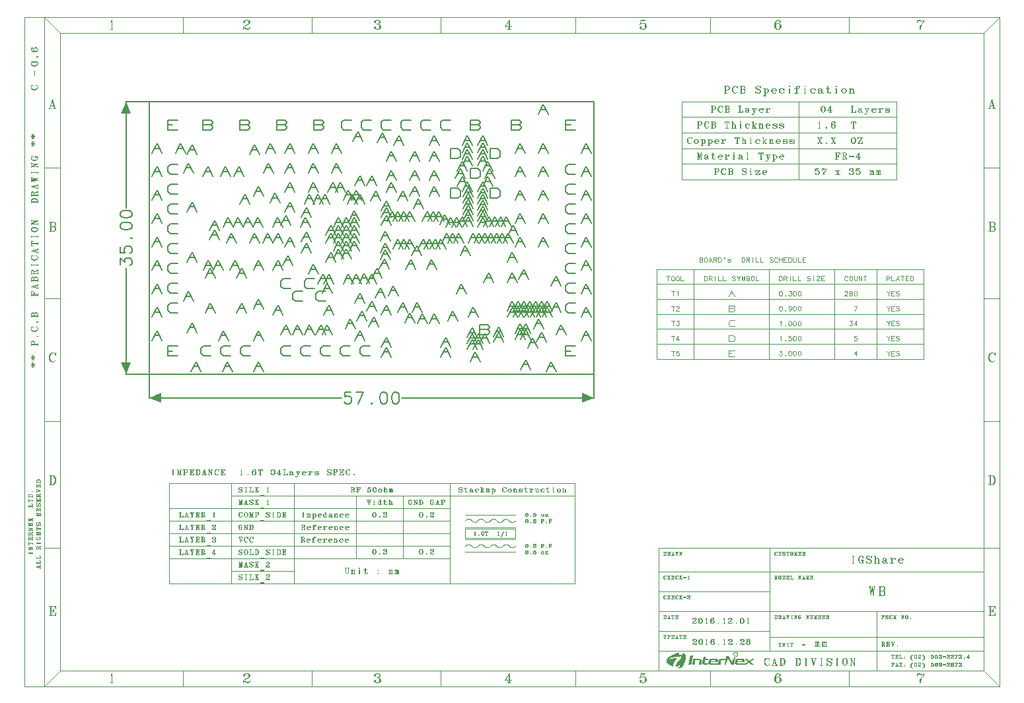
<source format=gbr>
%MOMM*%
%FSLAX33Y33*%
%ADD10C,0.203200*%
%ADD11C,0.120000*%
%ADD12C,0.152400*%
%ADD179C,0.091440*%
%ADD180C,0.121920*%
%ADD181C,0.025000*%
%ADD182C,0.020320*%
%ADD184C,0.020070*%
%ADD185C,0.020000*%
G90*G71*G01*D02*G54D10*X000000Y000000D02*X057000Y000000D01*X057000Y035000D01*
X000000Y035000D01*X000000Y000000D01*X003635Y003635D02*X002365Y003635D01*
X002365Y002365D01*X003635Y002365D01*X002365Y003000D02*X003000Y003000D01*
X010425Y003635D02*X009473Y003635D01*X009155Y003318D01*X009155Y002683D01*
X009473Y002365D01*X010425Y002365D01*X007885Y003635D02*X006933Y003635D01*
X006615Y003318D01*X006615Y002683D01*X006933Y002365D01*X007885Y002365D01*
X012965Y003635D02*X012013Y003635D01*X011695Y003318D01*X011695Y002683D01*
X012013Y002365D01*X012965Y002365D01*X018135Y003635D02*X017183Y003635D01*
X016865Y003318D01*X016865Y002683D01*X017183Y002365D01*X018135Y002365D01*
X020675Y003635D02*X019723Y003635D01*X019405Y003318D01*X019405Y002683D01*
X019723Y002365D01*X020675Y002365D01*X023215Y003635D02*X022263Y003635D01*
X021945Y003318D01*X021945Y002683D01*X022263Y002365D01*X023215Y002365D01*
X025755Y003635D02*X024803Y003635D01*X024485Y003318D01*X024485Y002683D01*
X024803Y002365D01*X025755Y002365D01*X028295Y003635D02*X027343Y003635D01*
X027025Y003318D01*X027025Y002683D01*X027343Y002365D01*X028295Y002365D01*
X054635Y003635D02*X053365Y003635D01*X053365Y002365D01*X054635Y002365D01*
X053365Y003000D02*X054000Y003000D01*X042365Y006385D02*X042365Y005115D01*
X042365Y006385D02*X043381Y006385D01*X043635Y006131D01*X043635Y006004D01*
X043381Y005750D01*X042365Y005750D01*X043381Y005750D02*X043635Y005496D01*
X043635Y005369D01*X043381Y005115D01*X042365Y005115D01*X003635Y009135D02*
X002683Y009135D01*X002365Y008818D01*X002365Y008182D01*X002683Y007865D01*
X003635Y007865D01*X054635Y009135D02*X053683Y009135D01*X053365Y008818D01*
X053365Y008182D01*X053683Y007865D01*X054635Y007865D01*X054635Y011675D02*
X053683Y011675D01*X053365Y011358D01*X053365Y010723D01*X053683Y010405D01*
X054635Y010405D01*X022635Y010635D02*X021683Y010635D01*X021365Y010318D01*
X021365Y009683D01*X021683Y009365D01*X022635Y009365D01*X021135Y012260D02*
X020183Y012260D01*X019865Y011943D01*X019865Y011308D01*X020183Y010990D01*
X021135Y010990D01*X019635Y010635D02*X018683Y010635D01*X018365Y010318D01*
X018365Y009683D01*X018683Y009365D01*X019635Y009365D01*X018135Y012260D02*
X017183Y012260D01*X016865Y011943D01*X016865Y011308D01*X017183Y010990D01*
X018135Y010990D01*X003635Y011675D02*X002683Y011675D01*X002365Y011358D01*
X002365Y010723D01*X002683Y010405D01*X003635Y010405D01*X003635Y014215D02*
X002683Y014215D01*X002365Y013898D01*X002365Y013263D01*X002683Y012945D01*
X003635Y012945D01*X054635Y014215D02*X053683Y014215D01*X053365Y013898D01*
X053365Y013263D01*X053683Y012945D01*X054635Y012945D01*X054635Y016755D02*
X053683Y016755D01*X053365Y016438D01*X053365Y015803D01*X053683Y015485D01*
X054635Y015485D01*X003635Y016755D02*X002683Y016755D01*X002365Y016438D01*
X002365Y015803D01*X002683Y015485D01*X003635Y015485D01*X003635Y019295D02*
X002683Y019295D01*X002365Y018978D01*X002365Y018343D01*X002683Y018025D01*
X003635Y018025D01*X054635Y019295D02*X053683Y019295D01*X053365Y018978D01*
X053365Y018343D01*X053683Y018025D01*X054635Y018025D01*X054635Y021835D02*
X053683Y021835D01*X053365Y021518D01*X053365Y020883D01*X053683Y020565D01*
X054635Y020565D01*X054635Y024375D02*X053683Y024375D01*X053365Y024058D01*
X053365Y023423D01*X053683Y023105D01*X054635Y023105D01*X043655Y022575D02*
X043655Y023845D01*X044608Y023845D01*X044925Y023528D01*X044925Y022893D01*
X044608Y022575D01*X043655Y022575D01*X038575Y022575D02*X038575Y023845D01*
X039528Y023845D01*X039845Y023528D01*X039845Y022893D01*X039528Y022575D01*
X038575Y022575D01*X003635Y021835D02*X002683Y021835D01*X002365Y021518D01*
X002365Y020883D01*X002683Y020565D01*X003635Y020565D01*X003635Y024375D02*
X002683Y024375D01*X002365Y024058D01*X002365Y023423D01*X002683Y023105D01*
X003635Y023105D01*X003635Y026915D02*X002683Y026915D01*X002365Y026598D01*
X002365Y025963D01*X002683Y025645D01*X003635Y025645D01*X041115Y025115D02*
X041115Y026385D01*X042068Y026385D01*X042385Y026068D01*X042385Y025433D01*
X042068Y025115D01*X041115Y025115D01*X054635Y026915D02*X053683Y026915D01*
X053365Y026598D01*X053365Y025963D01*X053683Y025645D01*X054635Y025645D01*
X043655Y027655D02*X043655Y028925D01*X044608Y028925D01*X044925Y028608D01*
X044925Y027973D01*X044608Y027655D01*X043655Y027655D01*X038575Y027655D02*
X038575Y028925D01*X039528Y028925D01*X039845Y028608D01*X039845Y027973D01*
X039528Y027655D01*X038575Y027655D01*X003635Y032635D02*X002365Y032635D01*
X002365Y031365D01*X003635Y031365D01*X002365Y032000D02*X003000Y032000D01*
X006865Y032635D02*X006865Y031365D01*X006865Y032635D02*X007881Y032635D01*
X008135Y032381D01*X008135Y032254D01*X007881Y032000D01*X006865Y032000D01*
X007881Y032000D02*X008135Y031746D01*X008135Y031619D01*X007881Y031365D01*
X006865Y031365D01*X011615Y032635D02*X011615Y031365D01*X011615Y032635D02*
X012631Y032635D01*X012885Y032381D01*X012885Y032254D01*X012631Y032000D01*
X011615Y032000D01*X012631Y032000D02*X012885Y031746D01*X012885Y031619D01*
X012631Y031365D01*X011615Y031365D01*X016365Y032635D02*X016365Y031365D01*
X016365Y032635D02*X017381Y032635D01*X017635Y032381D01*X017635Y032254D01*
X017381Y032000D01*X016365Y032000D01*X017381Y032000D02*X017635Y031746D01*
X017635Y031619D01*X017381Y031365D01*X016365Y031365D01*X021115Y032635D02*
X021115Y031365D01*X021115Y032635D02*X022131Y032635D01*X022385Y032381D01*
X022385Y032254D01*X022131Y032000D01*X021115Y032000D01*X022131Y032000D02*
X022385Y031746D01*X022385Y031619D01*X022131Y031365D01*X021115Y031365D01*
X025885Y032635D02*X024933Y032635D01*X024615Y032318D01*X024615Y031683D01*
X024933Y031365D01*X025885Y031365D01*X030965Y032635D02*X030013Y032635D01*
X029695Y032318D01*X029695Y031683D01*X030013Y031365D01*X030965Y031365D01*
X028425Y032635D02*X027473Y032635D01*X027155Y032318D01*X027155Y031683D01*
X027473Y031365D01*X028425Y031365D01*X033505Y032635D02*X032553Y032635D01*
X032235Y032318D01*X032235Y031683D01*X032553Y031365D01*X033505Y031365D01*
X036045Y032635D02*X035093Y032635D01*X034775Y032318D01*X034775Y031683D01*
X035093Y031365D01*X036045Y031365D01*X038585Y032635D02*X037633Y032635D01*
X037315Y032318D01*X037315Y031683D01*X037633Y031365D01*X038585Y031365D01*
X041115Y032635D02*X041115Y031365D01*X041115Y032635D02*X042131Y032635D01*
X042385Y032381D01*X042385Y032254D01*X042131Y032000D01*X041115Y032000D01*
X042131Y032000D02*X042385Y031746D01*X042385Y031619D01*X042131Y031365D01*
X041115Y031365D01*X046365Y032635D02*X046365Y031365D01*X046365Y032635D02*
X047381Y032635D01*X047635Y032381D01*X047635Y032254D01*X047381Y032000D01*
X046365Y032000D01*X047381Y032000D02*X047635Y031746D01*X047635Y031619D01*
X047381Y031365D01*X046365Y031365D01*X054635Y032635D02*X053365Y032635D01*
X053365Y031365D01*X054635Y031365D01*X053365Y032000D02*X054000Y032000D01*
X005365Y000365D02*X006000Y001635D01*X006635Y000365D01*X005683Y001000D02*
X006318Y001000D01*X009365Y000365D02*X010000Y001635D01*X010635Y000365D01*
X009683Y001000D02*X010318Y001000D01*X013365Y000365D02*X014000Y001635D01*
X014635Y000365D01*X013683Y001000D02*X014318Y001000D01*X029740Y002230D02*
X030375Y003500D01*X031010Y002230D01*X030058Y002865D02*X030693Y002865D01*
X037365Y002230D02*X038000Y003500D01*X038635Y002230D01*X037683Y002865D02*
X038318Y002865D01*X041115Y001615D02*X041750Y002885D01*X042385Y001615D01*
X041433Y002250D02*X042068Y002250D01*X047615Y000615D02*X048250Y001885D01*
X048885Y000615D01*X047933Y001250D02*X048568Y001250D01*X050865Y000365D02*
X051500Y001635D01*X052135Y000365D01*X051183Y001000D02*X051818Y001000D01*
X055365Y004365D02*X056000Y005635D01*X056635Y004365D01*X055683Y005000D02*
X056318Y005000D01*X052115Y005115D02*X052750Y006385D01*X053385Y005115D01*
X052433Y005750D02*X053068Y005750D01*X046865Y004490D02*X047500Y005760D01*
X048135Y004490D01*X047183Y005125D02*X047818Y005125D01*X048490Y003415D02*
X049125Y004685D01*X049760Y003415D01*X048808Y004050D02*X049443Y004050D01*
X049615Y004115D02*X050250Y005385D01*X050885Y004115D01*X049933Y004750D02*
X050568Y004750D01*X047615Y004490D02*X048250Y005760D01*X048885Y004490D01*
X047933Y005125D02*X048568Y005125D01*X042365Y003990D02*X043000Y005260D01*
X043635Y003990D01*X042683Y004625D02*X043318Y004625D01*X044115Y004115D02*
X044750Y005385D01*X045385Y004115D01*X044433Y004750D02*X045068Y004750D01*
X044115Y004865D02*X044750Y006135D01*X045385Y004865D01*X044433Y005500D02*
X045068Y005500D01*X041490Y003240D02*X042125Y004510D01*X042760Y003240D01*
X041808Y003875D02*X042443Y003875D01*X041490Y003990D02*X042125Y005260D01*
X042760Y003990D01*X041808Y004625D02*X042443Y004625D01*X040740Y003240D02*
X041375Y004510D01*X042010Y003240D01*X041058Y003875D02*X041693Y003875D01*
X040740Y003990D02*X041375Y005260D01*X042010Y003990D01*X041058Y004625D02*
X041693Y004625D01*X040740Y004740D02*X041375Y006010D01*X042010Y004740D01*
X041058Y005375D02*X041693Y005375D01*X037365Y003500D02*X038000Y004770D01*
X038635Y003500D01*X037683Y004135D02*X038318Y004135D01*X029740Y003500D02*
X030375Y004770D01*X031010Y003500D01*X030058Y004135D02*X030693Y004135D01*
X026365Y004365D02*X027000Y005635D01*X027635Y004365D01*X026683Y005000D02*
X027318Y005000D01*X021365Y005115D02*X022000Y006385D01*X022635Y005115D01*
X021683Y005750D02*X022318Y005750D01*X022165Y005065D02*X022800Y006335D01*
X023435Y005065D01*X022483Y005700D02*X023118Y005700D01*X016865Y005115D02*
X017500Y006385D01*X018135Y005115D01*X017183Y005750D02*X017818Y005750D01*
X018365Y005115D02*X019000Y006385D01*X019635Y005115D01*X018683Y005750D02*
X019318Y005750D01*X019865Y005115D02*X020500Y006385D01*X021135Y005115D01*
X020183Y005750D02*X020818Y005750D01*X013365Y004365D02*X014000Y005635D01*
X014635Y004365D01*X013683Y005000D02*X014318Y005000D01*X008865Y004365D02*
X009500Y005635D01*X010135Y004365D01*X009183Y005000D02*X009818Y005000D01*
X000365Y004365D02*X001000Y005635D01*X001635Y004365D01*X000683Y005000D02*
X001318Y005000D01*X000365Y007365D02*X001000Y008635D01*X001635Y007365D01*
X000683Y008000D02*X001318Y008000D01*X007195Y007865D02*X007830Y009135D01*
X008465Y007865D01*X007513Y008500D02*X008148Y008500D01*X004865Y005365D02*
X005500Y006635D01*X006135Y005365D01*X005183Y006000D02*X005818Y006000D01*
X011195Y007865D02*X011830Y009135D01*X012465Y007865D01*X011513Y008500D02*
X012148Y008500D01*X015865Y007615D02*X016500Y008885D01*X017135Y007615D01*
X016183Y008250D02*X016818Y008250D01*X022365Y007615D02*X023000Y008885D01*
X023635Y007615D01*X022683Y008250D02*X023318Y008250D01*X026615Y006865D02*
X027250Y008135D01*X027885Y006865D01*X026933Y007500D02*X027568Y007500D01*
X028115Y006115D02*X028750Y007385D01*X029385Y006115D01*X028433Y006750D02*
X029068Y006750D01*X025115Y005865D02*X025750Y007135D01*X026385Y005865D01*
X025433Y006500D02*X026068Y006500D01*X031865Y007990D02*X032500Y009260D01*
X033135Y007990D01*X032182Y008625D02*X032818Y008625D01*X029740Y007615D02*
X030375Y008885D01*X031010Y007615D01*X030058Y008250D02*X030693Y008250D01*
X032740Y006615D02*X033375Y007885D01*X034010Y006615D01*X033058Y007250D02*
X033693Y007250D01*X033690Y007990D02*X034325Y009260D01*X034960Y007990D01*
X034008Y008625D02*X034643Y008625D01*X035865Y006490D02*X036500Y007760D01*
X037135Y006490D01*X036183Y007125D02*X036818Y007125D01*X034365Y006490D02*
X035000Y007760D01*X035635Y006490D01*X034683Y007125D02*X035318Y007125D01*
X038240Y006865D02*X038875Y008135D01*X039510Y006865D01*X038558Y007500D02*
X039193Y007500D01*X040865Y007365D02*X041500Y008635D01*X042135Y007365D01*
X041183Y008000D02*X041818Y008000D01*X047615Y005240D02*X048250Y006510D01*
X048885Y005240D01*X047933Y005875D02*X048568Y005875D01*X046865Y005240D02*
X047500Y006510D01*X048135Y005240D01*X047183Y005875D02*X047818Y005875D01*
X049240Y005865D02*X049875Y007135D01*X050510Y005865D01*X049558Y006500D02*
X050193Y006500D01*X047365Y007365D02*X048000Y008635D01*X048635Y007365D01*
X047683Y008000D02*X048318Y008000D01*X045890Y007365D02*X046525Y008635D01*
X047160Y007365D01*X046208Y008000D02*X046843Y008000D01*X046615Y007365D02*
X047250Y008635D01*X047885Y007365D01*X046933Y008000D02*X047568Y008000D01*
X048115Y007365D02*X048750Y008635D01*X049385Y007365D01*X048433Y008000D02*
X049068Y008000D01*X048865Y007365D02*X049500Y008635D01*X050135Y007365D01*
X049183Y008000D02*X049818Y008000D01*X049615Y007365D02*X050250Y008635D01*
X050885Y007365D01*X049933Y008000D02*X050568Y008000D01*X051490Y007990D02*
X052125Y009260D01*X052760Y007990D01*X051808Y008625D02*X052443Y008625D01*
X050365Y007365D02*X051000Y008635D01*X051635Y007365D01*X050683Y008000D02*
X051318Y008000D01*X055365Y007365D02*X056000Y008635D01*X056635Y007365D01*
X055683Y008000D02*X056318Y008000D01*X055365Y010365D02*X056000Y011635D01*
X056635Y010365D01*X055683Y011000D02*X056318Y011000D01*X050365Y008115D02*
X051000Y009385D01*X051635Y008115D01*X050683Y008750D02*X051318Y008750D01*
X045865Y008115D02*X046500Y009385D01*X047135Y008115D01*X046183Y008750D02*
X046818Y008750D01*X049615Y008115D02*X050250Y009385D01*X050885Y008115D01*
X049933Y008750D02*X050568Y008750D01*X047365Y008115D02*X048000Y009385D01*
X048635Y008115D01*X047683Y008750D02*X048318Y008750D01*X046615Y008115D02*
X047250Y009385D01*X047885Y008115D01*X046933Y008750D02*X047568Y008750D01*
X048115Y008115D02*X048750Y009385D01*X049385Y008115D01*X048433Y008750D02*
X049068Y008750D01*X048865Y008115D02*X049500Y009385D01*X050135Y008115D01*
X049183Y008750D02*X049818Y008750D01*X039365Y010365D02*X040000Y011635D01*
X040635Y010365D01*X039683Y011000D02*X040318Y011000D01*X030615Y010115D02*
X031250Y011385D01*X031885Y010115D01*X030933Y010750D02*X031568Y010750D01*
X027865Y008115D02*X028500Y009385D01*X029135Y008115D01*X028183Y008750D02*
X028818Y008750D01*X026365Y009115D02*X027000Y010385D01*X027635Y009115D01*
X026683Y009750D02*X027318Y009750D01*X028990Y009865D02*X029625Y011135D01*
X030260Y009865D01*X029308Y010500D02*X029943Y010500D01*X022165Y010415D02*
X022800Y011685D01*X023435Y010415D01*X022483Y011050D02*X023118Y011050D01*
X013365Y008365D02*X014000Y009635D01*X014635Y008365D01*X013683Y009000D02*
X014318Y009000D01*X004365Y009365D02*X005000Y010635D01*X005635Y009365D01*
X004683Y010000D02*X005318Y010000D01*X000365Y010365D02*X001000Y011635D01*
X001635Y010365D01*X000683Y011000D02*X001318Y011000D01*X000365Y013365D02*
X001000Y014635D01*X001635Y013365D01*X000683Y014000D02*X001318Y014000D01*
X008190Y013365D02*X008825Y014635D01*X009460Y013365D01*X008508Y014000D02*
X009143Y014000D01*X006920Y013365D02*X007555Y014635D01*X008190Y013365D01*
X007238Y014000D02*X007873Y014000D01*X007195Y012365D02*X007830Y013635D01*
X008465Y012365D01*X007513Y013000D02*X008148Y013000D01*X011195Y012365D02*
X011830Y013635D01*X012465Y012365D01*X011513Y013000D02*X012148Y013000D01*
X010365Y013365D02*X011000Y014635D01*X011635Y013365D01*X010683Y014000D02*
X011318Y014000D01*X013365Y013365D02*X014000Y014635D01*X014635Y013365D01*
X013683Y014000D02*X014318Y014000D01*X015865Y013365D02*X016500Y014635D01*
X017135Y013365D01*X016183Y014000D02*X016818Y014000D01*X020365Y012865D02*
X021000Y014135D01*X021635Y012865D01*X020683Y013500D02*X021318Y013500D01*
X022365Y011615D02*X023000Y012885D01*X023635Y011615D01*X022683Y012250D02*
X023318Y012250D01*X021615Y011615D02*X022250Y012885D01*X022885Y011615D01*
X021933Y012250D02*X022568Y012250D01*X024865Y011615D02*X025500Y012885D01*
X026135Y011615D01*X025183Y012250D02*X025818Y012250D01*X027865Y011615D02*
X028500Y012885D01*X029135Y011615D01*X028183Y012250D02*X028818Y012250D01*
X026915Y011715D02*X027550Y012985D01*X028185Y011715D01*X027233Y012350D02*
X027868Y012350D01*X028565Y012365D02*X029200Y013635D01*X029835Y012365D01*
X028883Y013000D02*X029518Y013000D01*X025865Y011615D02*X026500Y012885D01*
X027135Y011615D01*X026183Y012250D02*X026818Y012250D01*X032865Y013490D02*
X033500Y014760D01*X034135Y013490D01*X033183Y014125D02*X033818Y014125D01*
X029465Y013565D02*X030100Y014835D01*X030735Y013565D01*X029783Y014200D02*
X030418Y014200D01*X035540Y013490D02*X036175Y014760D01*X036810Y013490D01*
X035858Y014125D02*X036493Y014125D01*X042865Y011740D02*X043500Y013010D01*
X044135Y011740D01*X043183Y012375D02*X043818Y012375D01*X047365Y012240D02*
X048000Y013510D01*X048635Y012240D01*X047683Y012875D02*X048318Y012875D01*
X045865Y011740D02*X046500Y013010D01*X047135Y011740D01*X046183Y012375D02*
X046818Y012375D01*X051490Y011365D02*X052125Y012635D01*X052760Y011365D01*
X051808Y012000D02*X052443Y012000D01*X055365Y013365D02*X056000Y014635D01*
X056635Y013365D01*X055683Y014000D02*X056318Y014000D01*X055365Y016365D02*
X056000Y017635D01*X056635Y016365D01*X055683Y017000D02*X056318Y017000D01*
X045865Y014365D02*X046500Y015635D01*X047135Y014365D01*X046183Y015000D02*
X046818Y015000D01*X049865Y016365D02*X050500Y017635D01*X051135Y016365D01*
X050183Y017000D02*X050818Y017000D01*X046865Y016365D02*X047500Y017635D01*
X048135Y016365D01*X047183Y017000D02*X047818Y017000D01*X039865Y015240D02*
X040500Y016510D01*X041135Y015240D01*X040183Y015875D02*X040818Y015875D01*
X033615Y015240D02*X034250Y016510D01*X034885Y015240D01*X033933Y015875D02*
X034568Y015875D01*X036740Y016115D02*X037375Y017385D01*X038010Y016115D01*
X037058Y016750D02*X037693Y016750D01*X035990Y016115D02*X036625Y017385D01*
X037260Y016115D01*X036308Y016750D02*X036943Y016750D01*X035240Y016115D02*
X035875Y017385D01*X036510Y016115D01*X035558Y016750D02*X036193Y016750D01*
X034490Y016115D02*X035125Y017385D01*X035760Y016115D01*X034808Y016750D02*
X035443Y016750D01*X029615Y014740D02*X030250Y016010D01*X030885Y014740D01*
X029933Y015375D02*X030568Y015375D01*X031240Y016115D02*X031875Y017385D01*
X032510Y016115D01*X031558Y016750D02*X032193Y016750D01*X032740Y016115D02*
X033375Y017385D01*X034010Y016115D01*X033058Y016750D02*X033693Y016750D01*
X031990Y016115D02*X032625Y017385D01*X033260Y016115D01*X032307Y016750D02*
X032943Y016750D01*X029615Y015615D02*X030250Y016885D01*X030885Y015615D01*
X029933Y016250D02*X030568Y016250D01*X025615Y015865D02*X026250Y017135D01*
X026885Y015865D01*X025933Y016500D02*X026568Y016500D01*X024615Y014865D02*
X025250Y016135D01*X025885Y014865D01*X024933Y015500D02*X025568Y015500D01*
X023615Y015865D02*X024250Y017135D01*X024885Y015865D01*X023933Y016500D02*
X024568Y016500D01*X024615Y015865D02*X025250Y017135D01*X025885Y015865D01*
X024933Y016500D02*X025568Y016500D01*X023615Y014865D02*X024250Y016135D01*
X024885Y014865D01*X023933Y015500D02*X024568Y015500D01*X022615Y014365D02*
X023250Y015635D01*X023885Y014365D01*X022933Y015000D02*X023568Y015000D01*
X017365Y016365D02*X018000Y017635D01*X018635Y016365D01*X017683Y017000D02*
X018318Y017000D01*X017115Y013990D02*X017750Y015260D01*X018385Y013990D01*
X017433Y014625D02*X018068Y014625D01*X019490Y015615D02*X020125Y016885D01*
X020760Y015615D01*X019808Y016250D02*X020443Y016250D01*X004865Y014365D02*
X005500Y015635D01*X006135Y014365D01*X005183Y015000D02*X005818Y015000D01*
X000365Y016365D02*X001000Y017635D01*X001635Y016365D01*X000683Y017000D02*
X001318Y017000D01*X000365Y019365D02*X001000Y020635D01*X001635Y019365D01*
X000683Y020000D02*X001318Y020000D01*X007740Y018490D02*X008375Y019760D01*
X009010Y018490D01*X008057Y019125D02*X008693Y019125D01*X007740Y017240D02*
X008375Y018510D01*X009010Y017240D01*X008057Y017875D02*X008693Y017875D01*
X009460Y018865D02*X010095Y020135D01*X010730Y018865D01*X009778Y019500D02*
X010413Y019500D01*X010730Y018865D02*X011365Y020135D01*X012000Y018865D01*
X011048Y019500D02*X011683Y019500D01*X012000Y018865D02*X012635Y020135D01*
X013270Y018865D01*X012318Y019500D02*X012953Y019500D01*X009865Y016865D02*
X010500Y018135D01*X011135Y016865D01*X010183Y017500D02*X010818Y017500D01*
X013270Y018865D02*X013905Y020135D01*X014540Y018865D01*X013588Y019500D02*
X014223Y019500D01*X015810Y018865D02*X016445Y020135D01*X017080Y018865D01*
X016128Y019500D02*X016763Y019500D01*X014540Y016865D02*X015175Y018135D01*
X015810Y016865D01*X014858Y017500D02*X015493Y017500D01*X015865Y016865D02*
X016500Y018135D01*X017135Y016865D01*X016183Y017500D02*X016818Y017500D01*
X012865Y016865D02*X013500Y018135D01*X014135Y016865D01*X013183Y017500D02*
X013818Y017500D01*X019365Y018865D02*X020000Y020135D01*X020635Y018865D01*
X019683Y019500D02*X020318Y019500D01*X019490Y016990D02*X020125Y018260D01*
X020760Y016990D01*X019808Y017625D02*X020443Y017625D01*X016865Y019115D02*
X017500Y020385D01*X018135Y019115D01*X017183Y019750D02*X017818Y019750D01*
X023615Y018865D02*X024250Y020135D01*X024885Y018865D01*X023933Y019500D02*
X024568Y019500D01*X024615Y016865D02*X025250Y018135D01*X025885Y016865D01*
X024933Y017500D02*X025568Y017500D01*X024615Y017865D02*X025250Y019135D01*
X025885Y017865D01*X024933Y018500D02*X025568Y018500D01*X023615Y017865D02*
X024250Y019135D01*X024885Y017865D01*X023933Y018500D02*X024568Y018500D01*
X023615Y016865D02*X024250Y018135D01*X024885Y016865D01*X023933Y017500D02*
X024568Y017500D01*X024615Y018865D02*X025250Y020135D01*X025885Y018865D01*
X024933Y019500D02*X025568Y019500D01*X022615Y016865D02*X023250Y018135D01*
X023885Y016865D01*X022933Y017500D02*X023568Y017500D01*X022615Y017865D02*
X023250Y019135D01*X023885Y017865D01*X022933Y018500D02*X023568Y018500D01*
X025615Y018865D02*X026250Y020135D01*X026885Y018865D01*X025933Y019500D02*
X026568Y019500D01*X025615Y016865D02*X026250Y018135D01*X026885Y016865D01*
X025933Y017500D02*X026568Y017500D01*X025615Y017865D02*X026250Y019135D01*
X026885Y017865D01*X025933Y018500D02*X026568Y018500D01*X029615Y017115D02*
X030250Y018385D01*X030885Y017115D01*X029933Y017750D02*X030568Y017750D01*
X029740Y019115D02*X030375Y020385D01*X031010Y019115D01*X030058Y019750D02*
X030693Y019750D01*X037240Y019240D02*X037875Y020510D01*X038510Y019240D01*
X037558Y019875D02*X038193Y019875D01*X037490Y016865D02*X038125Y018135D01*
X038760Y016865D01*X037808Y017500D02*X038443Y017500D01*X040240Y018990D02*
X040875Y020260D01*X041510Y018990D01*X040558Y019625D02*X041193Y019625D01*
X039490Y018990D02*X040125Y020260D01*X040760Y018990D01*X039808Y019625D02*
X040443Y019625D01*X038740Y018865D02*X039375Y020135D01*X040010Y018865D01*
X039058Y019500D02*X039693Y019500D01*X037990Y018865D02*X038625Y020135D01*
X039260Y018865D01*X038308Y019500D02*X038943Y019500D01*X038990Y016865D02*
X039625Y018135D01*X040260Y016865D01*X039308Y017500D02*X039943Y017500D01*
X038240Y016865D02*X038875Y018135D01*X039510Y016865D01*X038558Y017500D02*
X039193Y017500D01*X041615Y016865D02*X042250Y018135D01*X042885Y016865D01*
X041933Y017500D02*X042568Y017500D01*X040865Y016865D02*X041500Y018135D01*
X042135Y016865D01*X041183Y017500D02*X041818Y017500D01*X044615Y016865D02*
X045250Y018135D01*X045885Y016865D01*X044933Y017500D02*X045568Y017500D01*
X043865Y016865D02*X044500Y018135D01*X045135Y016865D01*X044183Y017500D02*
X044818Y017500D01*X043115Y016865D02*X043750Y018135D01*X044385Y016865D01*
X043433Y017500D02*X044068Y017500D01*X042365Y016865D02*X043000Y018135D01*
X043635Y016865D01*X042683Y017500D02*X043318Y017500D01*X044365Y018990D02*
X045000Y020260D01*X045635Y018990D01*X044683Y019625D02*X045318Y019625D01*
X043615Y018990D02*X044250Y020260D01*X044885Y018990D01*X043933Y019625D02*
X044568Y019625D01*X042865Y018990D02*X043500Y020260D01*X044135Y018990D01*
X043183Y019625D02*X043818Y019625D01*X042115Y018865D02*X042750Y020135D01*
X043385Y018865D01*X042433Y019500D02*X043068Y019500D01*X045115Y018990D02*
X045750Y020260D01*X046385Y018990D01*X045433Y019625D02*X046068Y019625D01*
X045365Y016865D02*X046000Y018135D01*X046635Y016865D01*X045683Y017500D02*
X046318Y017500D01*X045990Y017865D02*X046625Y019135D01*X047260Y017865D01*
X046308Y018500D02*X046943Y018500D01*X046865Y019365D02*X047500Y020635D01*
X048135Y019365D01*X047183Y020000D02*X047818Y020000D01*X049865Y019365D02*
X050500Y020635D01*X051135Y019365D01*X050183Y020000D02*X050818Y020000D01*
X055365Y019365D02*X056000Y020635D01*X056635Y019365D01*X055683Y020000D02*
X056318Y020000D01*X042115Y021865D02*X042750Y023135D01*X043385Y021865D01*
X042433Y022500D02*X043068Y022500D01*X042115Y021115D02*X042750Y022385D01*
X043385Y021115D01*X042433Y021750D02*X043068Y021750D01*X042115Y020365D02*
X042750Y021635D01*X043385Y020365D01*X042433Y021000D02*X043068Y021000D01*
X042115Y019615D02*X042750Y020885D01*X043385Y019615D01*X042433Y020250D02*
X043068Y020250D01*X040240Y021240D02*X040875Y022510D01*X041510Y021240D01*
X040558Y021875D02*X041193Y021875D01*X040240Y020490D02*X040875Y021760D01*
X041510Y020490D01*X040558Y021125D02*X041193Y021125D01*X040240Y019740D02*
X040875Y021010D01*X041510Y019740D01*X040558Y020375D02*X041193Y020375D01*
X040240Y021990D02*X040875Y023260D01*X041510Y021990D01*X040558Y022625D02*
X041193Y022625D01*X033865Y021240D02*X034500Y022510D01*X035135Y021240D01*
X034183Y021875D02*X034818Y021875D01*X034990Y019615D02*X035625Y020885D01*
X036260Y019615D01*X035308Y020250D02*X035943Y020250D01*X036490Y019615D02*
X037125Y020885D01*X037760Y019615D01*X036808Y020250D02*X037443Y020250D01*
X035740Y019615D02*X036375Y020885D01*X037010Y019615D01*X036058Y020250D02*
X036693Y020250D01*X029740Y020990D02*X030375Y022260D01*X031010Y020990D01*
X030058Y021625D02*X030693Y021625D01*X031865Y022240D02*X032500Y023510D01*
X033135Y022240D01*X032182Y022875D02*X032818Y022875D01*X031240Y019615D02*
X031875Y020885D01*X032510Y019615D01*X031558Y020250D02*X032193Y020250D01*
X030490Y019615D02*X031125Y020885D01*X031760Y019615D01*X030808Y020250D02*
X031443Y020250D01*X032740Y019615D02*X033375Y020885D01*X034010Y019615D01*
X033058Y020250D02*X033693Y020250D01*X031990Y019615D02*X032625Y020885D01*
X033260Y019615D01*X032307Y020250D02*X032943Y020250D01*X029740Y020115D02*
X030375Y021385D01*X031010Y020115D01*X030058Y020750D02*X030693Y020750D01*
X026365Y021865D02*X027000Y023135D01*X027635Y021865D01*X026683Y022500D02*
X027318Y022500D01*X025365Y021865D02*X026000Y023135D01*X026635Y021865D01*
X025683Y022500D02*X026318Y022500D01*X025615Y019740D02*X026250Y021010D01*
X026885Y019740D01*X025933Y020375D02*X026568Y020375D01*X028365Y022240D02*
X029000Y023510D01*X029635Y022240D01*X028683Y022875D02*X029318Y022875D01*
X020990Y021865D02*X021625Y023135D01*X022260Y021865D01*X021308Y022500D02*
X021943Y022500D01*X021865Y021865D02*X022500Y023135D01*X023135Y021865D01*
X022183Y022500D02*X022818Y022500D01*X019490Y020115D02*X020125Y021385D01*
X020760Y020115D01*X019808Y020750D02*X020443Y020750D01*X017365Y020865D02*
X018000Y022135D01*X018635Y020865D01*X017683Y021500D02*X018318Y021500D01*
X019865Y021865D02*X020500Y023135D01*X021135Y021865D01*X020183Y022500D02*
X020818Y022500D01*X015490Y021990D02*X016125Y023260D01*X016760Y021990D01*
X015808Y022625D02*X016443Y022625D01*X011615Y021865D02*X012250Y023135D01*
X012885Y021865D01*X011933Y022500D02*X012568Y022500D01*X004865Y020865D02*
X005500Y022135D01*X006135Y020865D01*X005183Y021500D02*X005818Y021500D01*
X000365Y022365D02*X001000Y023635D01*X001635Y022365D01*X000683Y023000D02*
X001318Y023000D01*X013365Y022865D02*X014000Y024135D01*X014635Y022865D01*
X013683Y023500D02*X014318Y023500D01*X020365Y023365D02*X021000Y024635D01*
X021635Y023365D01*X020683Y024000D02*X021318Y024000D01*X017365Y023365D02*
X018000Y024635D01*X018635Y023365D01*X017683Y024000D02*X018318Y024000D01*
X024865Y022365D02*X025500Y023635D01*X026135Y022365D01*X025183Y023000D02*
X025818Y023000D01*X023865Y023365D02*X024500Y024635D01*X025135Y023365D01*
X024183Y024000D02*X024818Y024000D01*X022865Y023365D02*X023500Y024635D01*
X024135Y023365D01*X023183Y024000D02*X023818Y024000D01*X027865Y024240D02*
X028500Y025510D01*X029135Y024240D01*X028183Y024875D02*X028818Y024875D01*
X026365Y024240D02*X027000Y025510D01*X027635Y024240D01*X026683Y024875D02*
X027318Y024875D01*X025865Y022365D02*X026500Y023635D01*X027135Y022365D01*
X026183Y023000D02*X026818Y023000D01*X030365Y023365D02*X031000Y024635D01*
X031635Y023365D01*X030683Y024000D02*X031318Y024000D01*X030365Y024865D02*
X031000Y026135D01*X031635Y024865D01*X030683Y025500D02*X031318Y025500D01*
X035865Y022865D02*X036500Y024135D01*X037135Y022865D01*X036183Y023500D02*
X036818Y023500D01*X033365Y022865D02*X034000Y024135D01*X034635Y022865D01*
X033683Y023500D02*X034318Y023500D01*X033365Y024865D02*X034000Y026135D01*
X034635Y024865D01*X033683Y025500D02*X034318Y025500D01*X035865Y024865D02*
X036500Y026135D01*X037135Y024865D01*X036183Y025500D02*X036818Y025500D01*
X039240Y025115D02*X039875Y026385D01*X040510Y025115D01*X039558Y025750D02*
X040193Y025750D01*X039490Y024115D02*X040125Y025385D01*X040760Y024115D01*
X039808Y024750D02*X040443Y024750D01*X040115Y023490D02*X040750Y024760D01*
X041385Y023490D01*X040433Y024125D02*X041068Y024125D01*X040240Y022740D02*
X040875Y024010D01*X041510Y022740D01*X040558Y023375D02*X041193Y023375D01*
X042115Y022615D02*X042750Y023885D01*X043385Y022615D01*X042433Y023250D02*
X043068Y023250D01*X042990Y025115D02*X043625Y026385D01*X044260Y025115D01*
X043308Y025750D02*X043943Y025750D01*X042740Y024115D02*X043375Y025385D01*
X044010Y024115D01*X043058Y024750D02*X043693Y024750D01*X042115Y023490D02*
X042750Y024760D01*X043385Y023490D01*X042433Y024125D02*X043068Y024125D01*
X049865Y022365D02*X050500Y023635D01*X051135Y022365D01*X050183Y023000D02*
X050818Y023000D01*X046865Y022365D02*X047500Y023635D01*X048135Y022365D01*
X047183Y023000D02*X047818Y023000D01*X055365Y022365D02*X056000Y023635D01*
X056635Y022365D01*X055683Y023000D02*X056318Y023000D01*X055365Y025365D02*
X056000Y026635D01*X056635Y025365D01*X055683Y026000D02*X056318Y026000D01*
X046865Y025365D02*X047500Y026635D01*X048135Y025365D01*X047183Y026000D02*
X047818Y026000D01*X049865Y025365D02*X050500Y026635D01*X051135Y025365D01*
X050183Y026000D02*X050818Y026000D01*X042115Y026740D02*X042750Y028010D01*
X043385Y026740D01*X042433Y027375D02*X043068Y027375D01*X042740Y026115D02*
X043375Y027385D01*X044010Y026115D01*X043058Y026750D02*X043693Y026750D01*
X042115Y027615D02*X042750Y028885D01*X043385Y027615D01*X042433Y028250D02*
X043068Y028250D01*X040115Y027615D02*X040750Y028885D01*X041385Y027615D01*
X040433Y028250D02*X041068Y028250D01*X040115Y026740D02*X040750Y028010D01*
X041385Y026740D01*X040433Y027375D02*X041068Y027375D01*X039490Y026115D02*
X040125Y027385D01*X040760Y026115D01*X039808Y026750D02*X040443Y026750D01*
X035865Y027365D02*X036500Y028635D01*X037135Y027365D01*X036183Y028000D02*
X036818Y028000D01*X033365Y027365D02*X034000Y028635D01*X034635Y027365D01*
X033683Y028000D02*X034318Y028000D01*X030365Y027365D02*X031000Y028635D01*
X031635Y027365D01*X030683Y028000D02*X031318Y028000D01*X023365Y025865D02*
X024000Y027135D01*X024635Y025865D01*X023683Y026500D02*X024318Y026500D01*
X020365Y025865D02*X021000Y027135D01*X021635Y025865D01*X020683Y026500D02*
X021318Y026500D01*X017365Y025865D02*X018000Y027135D01*X018635Y025865D01*
X017683Y026500D02*X018318Y026500D01*X014615Y025865D02*X015250Y027135D01*
X015885Y025865D01*X014933Y026500D02*X015568Y026500D01*X010865Y025365D02*
X011500Y026635D01*X012135Y025365D01*X011183Y026000D02*X011818Y026000D01*
X009115Y025365D02*X009750Y026635D01*X010385Y025365D01*X009433Y026000D02*
X010068Y026000D01*X006865Y025365D02*X007500Y026635D01*X008135Y025365D01*
X007183Y026000D02*X007818Y026000D01*X004365Y025865D02*X005000Y027135D01*
X005635Y025865D01*X004683Y026500D02*X005318Y026500D01*X000365Y025365D02*
X001000Y026635D01*X001635Y025365D01*X000683Y026000D02*X001318Y026000D01*
X003365Y028365D02*X004000Y029635D01*X004635Y028365D01*X003683Y029000D02*
X004318Y029000D01*X000365Y028365D02*X001000Y029635D01*X001635Y028365D01*
X000683Y029000D02*X001318Y029000D01*X004865Y028165D02*X005500Y029435D01*
X006135Y028165D01*X005183Y028800D02*X005818Y028800D01*X012865Y028165D02*
X013500Y029435D01*X014135Y028165D01*X013183Y028800D02*X013818Y028800D01*
X014865Y028365D02*X015500Y029635D01*X016135Y028365D01*X015183Y029000D02*
X015818Y029000D01*X020365Y028365D02*X021000Y029635D01*X021635Y028365D01*
X020683Y029000D02*X021318Y029000D01*X017365Y028365D02*X018000Y029635D01*
X018635Y028365D01*X017683Y029000D02*X018318Y029000D01*X023365Y028365D02*
X024000Y029635D01*X024635Y028365D01*X023683Y029000D02*X024318Y029000D01*
X026115Y029865D02*X026750Y031135D01*X027385Y029865D01*X026433Y030500D02*
X027068Y030500D01*X029240Y029740D02*X029875Y031010D01*X030510Y029740D01*
X029558Y030375D02*X030193Y030375D01*X031365Y029365D02*X032000Y030635D01*
X032635Y029365D01*X031683Y030000D02*X032318Y030000D01*X035865Y029365D02*
X036500Y030635D01*X037135Y029365D01*X036183Y030000D02*X036818Y030000D01*
X040115Y029365D02*X040750Y030635D01*X041385Y029365D01*X040433Y030000D02*
X041068Y030000D01*X040115Y028490D02*X040750Y029760D01*X041385Y028490D01*
X040433Y029125D02*X041068Y029125D01*X042115Y028490D02*X042750Y029760D01*
X043385Y028490D01*X042433Y029125D02*X043068Y029125D01*X042115Y029365D02*
X042750Y030635D01*X043385Y029365D01*X042433Y030000D02*X043068Y030000D01*
X049865Y028365D02*X050500Y029635D01*X051135Y028365D01*X050183Y029000D02*
X050818Y029000D01*X046865Y028365D02*X047500Y029635D01*X048135Y028365D01*
X047183Y029000D02*X047818Y029000D01*X055365Y028365D02*X056000Y029635D01*
X056635Y028365D01*X055683Y029000D02*X056318Y029000D01*X049865Y033365D02*
X050500Y034635D01*X051135Y033365D01*X050183Y034000D02*X050818Y034000D01*D02*
G54D11*X099200Y013500D02*X065000Y013500D01*X099200Y011580D02*X065000Y011580D01*
X099200Y011580D02*X065000Y011580D01*X099200Y009660D02*X065000Y009660D01*
X099200Y007740D02*X065000Y007740D01*X099200Y005820D02*X065000Y005820D01*
X099200Y003900D02*X065000Y003900D01*X099200Y001980D02*X065000Y001980D01*
X065000Y001980D02*X065000Y013500D01*X069800Y001980D02*X069800Y013500D01*
X079400Y001980D02*X079400Y013500D01*X087800Y001980D02*X087800Y013500D01*
X093200Y001980D02*X093200Y013500D01*X099200Y001980D02*X099200Y013500D01*D02*
G54D12*X025799Y-002261D02*X025095Y-002261D01*X025026Y-002908D01*
X025095Y-002838D01*X025303Y-002769D01*X025511Y-002769D01*X025729Y-002838D01*
X025868Y-002977D01*X025947Y-003185D01*X025947Y-003346D01*X025868Y-003554D01*
X025729Y-003693D01*X025511Y-003762D01*X025303Y-003762D01*X025095Y-003693D01*
X025026Y-003623D01*X024957Y-003485D01*X026481Y-002261D02*X027471Y-002261D01*
X026758Y-003762D01*X028490Y-003623D02*X028450Y-003693D01*X028490Y-003762D01*
X028530Y-003693D01*X028490Y-003623D01*X029955Y-002261D02*X029737Y-002330D01*
X029598Y-002538D01*X029529Y-002908D01*X029529Y-003115D01*X029598Y-003485D01*
X029737Y-003693D01*X029955Y-003762D01*X030093Y-003762D01*X030301Y-003693D01*
X030440Y-003485D01*X030519Y-003115D01*X030519Y-002908D01*X030440Y-002538D01*
X030301Y-002330D01*X030093Y-002261D01*X029955Y-002261D01*X031479Y-002261D02*
X031261Y-002330D01*X031122Y-002538D01*X031053Y-002908D01*X031053Y-003115D01*
X031122Y-003485D01*X031261Y-003693D01*X031479Y-003762D01*X031617Y-003762D01*
X031825Y-003693D01*X031964Y-003485D01*X032043Y-003115D01*X032043Y-002908D01*
X031964Y-002538D01*X031825Y-002330D01*X031617Y-002261D01*X031479Y-002261D01*
X000000Y-000025D02*X000000Y-003025D01*X057000Y-000025D02*X057000Y-003025D01*
X000000Y-003000D02*X024665Y-003000D01*X057000Y-003000D02*X032335Y-003000D01*
X-003739Y014095D02*X-003739Y014868D01*X-003162Y014442D01*X-003162Y014660D01*
X-003092Y014799D01*X-003023Y014868D01*X-002815Y014947D01*X-002654Y014947D01*
X-002446Y014868D01*X-002307Y014729D01*X-002238Y014521D01*X-002238Y014303D01*
X-002307Y014095D01*X-002377Y014026D01*X-002515Y013957D01*X-003739Y016323D02*
X-003739Y015619D01*X-003092Y015550D01*X-003162Y015619D01*X-003231Y015827D01*
X-003231Y016035D01*X-003162Y016253D01*X-003023Y016392D01*X-002815Y016471D01*
X-002654Y016471D01*X-002446Y016392D01*X-002307Y016253D01*X-002238Y016035D01*
X-002238Y015827D01*X-002307Y015619D01*X-002377Y015550D01*X-002515Y015481D01*
X-002377Y017490D02*X-002307Y017450D01*X-002238Y017490D01*X-002307Y017530D01*
X-002377Y017490D01*X-003739Y018955D02*X-003670Y018737D01*X-003462Y018598D01*
X-003092Y018529D01*X-002885Y018529D01*X-002515Y018598D01*X-002307Y018737D01*
X-002238Y018955D01*X-002238Y019093D01*X-002307Y019301D01*X-002515Y019440D01*
X-002885Y019519D01*X-003092Y019519D01*X-003462Y019440D01*X-003670Y019301D01*
X-003739Y019093D01*X-003739Y018955D01*X-003739Y020479D02*X-003670Y020261D01*
X-003462Y020122D01*X-003092Y020053D01*X-002885Y020053D01*X-002515Y020122D01*
X-002307Y020261D01*X-002238Y020479D01*X-002238Y020617D01*X-002307Y020825D01*
X-002515Y020964D01*X-002885Y021043D01*X-003092Y021043D01*X-003462Y020964D01*
X-003670Y020825D01*X-003739Y020617D01*X-003739Y020479D01*X-000025Y000000D02*
X-003025Y000000D01*X-000025Y035000D02*X-003025Y035000D01*X-003000Y000000D02*
X-003000Y013665D01*X-003000Y035000D02*X-003000Y021335D01*X000000Y000000D02*D02*
G54D179*X070505Y014709D02*X070755Y014709D01*X070837Y014682D01*X070864Y014655D01*
X070895Y014600D01*X070895Y014509D01*X070864Y014455D01*X070837Y014427D01*
X070755Y014400D01*X070505Y014400D01*X070505Y015000D01*X070755Y015000D01*
X070837Y014964D01*X070864Y014936D01*X070895Y014882D01*X070895Y014827D01*
X070864Y014773D01*X070837Y014736D01*X070755Y014709D01*X071249Y015000D02*
X071203Y014964D01*X071152Y014909D01*X071128Y014855D01*X071105Y014773D01*
X071105Y014627D01*X071128Y014545D01*X071152Y014482D01*X071203Y014427D01*
X071249Y014400D01*X071347Y014400D01*X071394Y014427D01*X071444Y014482D01*
X071468Y014545D01*X071495Y014627D01*X071495Y014773D01*X071468Y014855D01*
X071444Y014909D01*X071394Y014964D01*X071347Y015000D01*X071249Y015000D01*
X071775Y014600D02*X072021Y014600D01*X071705Y014400D02*X071896Y015000D01*
X072095Y014400D01*X072305Y014400D02*X072305Y015000D01*X072555Y015000D01*
X072637Y014964D01*X072664Y014936D01*X072695Y014882D01*X072695Y014827D01*
X072664Y014773D01*X072637Y014736D01*X072555Y014709D01*X072305Y014709D01*
X072496Y014709D02*X072695Y014400D01*X072905Y015000D02*X073100Y015000D01*
X073182Y014964D01*X073237Y014909D01*X073264Y014855D01*X073295Y014773D01*
X073295Y014627D01*X073264Y014545D01*X073237Y014482D01*X073182Y014427D01*
X073100Y014400D01*X072905Y014400D01*X072905Y015000D01*X073681Y014818D02*
X073696Y014845D01*X073712Y014909D01*X073712Y014964D01*X073696Y014991D01*
X073681Y014964D01*X073696Y014936D01*X074495Y014709D02*X074456Y014764D01*
X074351Y014791D01*X074245Y014791D01*X074136Y014764D01*X074105Y014709D01*
X074136Y014655D01*X074210Y014627D01*X074386Y014600D01*X074456Y014564D01*
X074495Y014509D01*X074495Y014482D01*X074456Y014427D01*X074351Y014400D01*
X074245Y014400D01*X074136Y014427D01*X074105Y014482D01*X075905Y015000D02*
X076100Y015000D01*X076182Y014964D01*X076237Y014909D01*X076264Y014855D01*
X076295Y014773D01*X076295Y014627D01*X076264Y014545D01*X076237Y014482D01*
X076182Y014427D01*X076100Y014400D01*X075905Y014400D01*X075905Y015000D01*
X076505Y014400D02*X076505Y015000D01*X076755Y015000D01*X076837Y014964D01*
X076864Y014936D01*X076895Y014882D01*X076895Y014827D01*X076864Y014773D01*
X076837Y014736D01*X076755Y014709D01*X076505Y014709D01*X076696Y014709D02*
X076895Y014400D01*X077300Y015000D02*X077300Y014400D01*X077705Y015000D02*
X077705Y014400D01*X078095Y014400D01*X078305Y015000D02*X078305Y014400D01*
X078695Y014400D01*X079895Y014909D02*X079837Y014964D01*X079755Y015000D01*
X079642Y015000D01*X079560Y014964D01*X079505Y014909D01*X079505Y014855D01*
X079532Y014800D01*X079560Y014773D01*X079614Y014736D01*X079782Y014682D01*
X079837Y014655D01*X079864Y014627D01*X079895Y014573D01*X079895Y014482D01*
X079837Y014427D01*X079755Y014400D01*X079642Y014400D01*X079560Y014427D01*
X079505Y014482D01*X080495Y014855D02*X080468Y014909D01*X080413Y014964D01*
X080362Y015000D01*X080257Y015000D01*X080206Y014964D01*X080156Y014909D01*
X080128Y014855D01*X080105Y014773D01*X080105Y014627D01*X080128Y014545D01*
X080156Y014482D01*X080206Y014427D01*X080257Y014400D01*X080362Y014400D01*
X080413Y014427D01*X080468Y014482D01*X080495Y014545D01*X080705Y014709D02*
X081095Y014709D01*X081095Y015000D02*X081095Y014400D01*X080705Y015000D02*
X080705Y014400D01*X081695Y015000D02*X081305Y015000D01*X081305Y014400D01*
X081695Y014400D01*X081305Y014709D02*X081543Y014709D01*X081905Y015000D02*
X082100Y015000D01*X082182Y014964D01*X082237Y014909D01*X082264Y014855D01*
X082295Y014773D01*X082295Y014627D01*X082264Y014545D01*X082237Y014482D01*
X082182Y014427D01*X082100Y014400D01*X081905Y014400D01*X081905Y015000D01*
X082505Y015000D02*X082505Y014573D01*X082532Y014482D01*X082587Y014427D01*
X082673Y014400D01*X082727Y014400D01*X082809Y014427D01*X082864Y014482D01*
X082895Y014573D01*X082895Y015000D01*X083105Y015000D02*X083105Y014400D01*
X083495Y014400D01*X084095Y015000D02*X083705Y015000D01*X083705Y014400D01*
X084095Y014400D01*X083705Y014709D02*X083943Y014709D01*X066305Y012600D02*
X066695Y012600D01*X066500Y012600D02*X066500Y012000D01*X067049Y012600D02*
X067003Y012564D01*X066952Y012509D01*X066928Y012455D01*X066905Y012373D01*
X066905Y012227D01*X066928Y012145D01*X066952Y012082D01*X067003Y012027D01*
X067049Y012000D01*X067147Y012000D01*X067194Y012027D01*X067244Y012082D01*
X067268Y012145D01*X067295Y012227D01*X067295Y012373D01*X067268Y012455D01*
X067244Y012509D01*X067194Y012564D01*X067147Y012600D01*X067049Y012600D01*
X067649Y012600D02*X067603Y012564D01*X067552Y012509D01*X067528Y012455D01*
X067505Y012373D01*X067505Y012227D01*X067528Y012145D01*X067552Y012082D01*
X067603Y012027D01*X067649Y012000D01*X067747Y012000D01*X067794Y012027D01*
X067844Y012082D01*X067868Y012145D01*X067895Y012227D01*X067895Y012373D01*
X067868Y012455D01*X067844Y012509D01*X067794Y012564D01*X067747Y012600D01*
X067649Y012600D01*X068105Y012600D02*X068105Y012000D01*X068495Y012000D01*
X071105Y012600D02*X071300Y012600D01*X071382Y012564D01*X071437Y012509D01*
X071464Y012455D01*X071495Y012373D01*X071495Y012227D01*X071464Y012145D01*
X071437Y012082D01*X071382Y012027D01*X071300Y012000D01*X071105Y012000D01*
X071105Y012600D01*X071705Y012000D02*X071705Y012600D01*X071955Y012600D01*
X072037Y012564D01*X072064Y012536D01*X072095Y012482D01*X072095Y012427D01*
X072064Y012373D01*X072037Y012336D01*X071955Y012309D01*X071705Y012309D01*
X071896Y012309D02*X072095Y012000D01*X072500Y012600D02*X072500Y012000D01*
X072905Y012600D02*X072905Y012000D01*X073295Y012000D01*X073505Y012600D02*
X073505Y012000D01*X073895Y012000D01*X075095Y012509D02*X075037Y012564D01*
X074955Y012600D01*X074842Y012600D01*X074760Y012564D01*X074705Y012509D01*
X074705Y012455D01*X074732Y012400D01*X074760Y012373D01*X074814Y012336D01*
X074982Y012282D01*X075037Y012255D01*X075064Y012227D01*X075095Y012173D01*
X075095Y012082D01*X075037Y012027D01*X074955Y012000D01*X074842Y012000D01*
X074760Y012027D01*X074705Y012082D01*X075695Y012600D02*X075500Y012309D01*
X075305Y012600D02*X075500Y012309D01*X075500Y012000D01*X075905Y012000D02*
X075905Y012600D01*X076100Y012000D01*X076295Y012600D01*X076295Y012000D01*
X076505Y012309D02*X076755Y012309D01*X076837Y012282D01*X076864Y012255D01*
X076895Y012200D01*X076895Y012109D01*X076864Y012055D01*X076837Y012027D01*
X076755Y012000D01*X076505Y012000D01*X076505Y012600D01*X076755Y012600D01*
X076837Y012564D01*X076864Y012536D01*X076895Y012482D01*X076895Y012427D01*
X076864Y012373D01*X076837Y012336D01*X076755Y012309D01*X077249Y012600D02*
X077203Y012564D01*X077152Y012509D01*X077128Y012455D01*X077105Y012373D01*
X077105Y012227D01*X077128Y012145D01*X077152Y012082D01*X077203Y012027D01*
X077249Y012000D01*X077347Y012000D01*X077394Y012027D01*X077444Y012082D01*
X077468Y012145D01*X077495Y012227D01*X077495Y012373D01*X077468Y012455D01*
X077444Y012509D01*X077394Y012564D01*X077347Y012600D01*X077249Y012600D01*
X077705Y012600D02*X077705Y012000D01*X078095Y012000D01*X080705Y012600D02*
X080900Y012600D01*X080982Y012564D01*X081037Y012509D01*X081064Y012455D01*
X081095Y012373D01*X081095Y012227D01*X081064Y012145D01*X081037Y012082D01*
X080982Y012027D01*X080900Y012000D01*X080705Y012000D01*X080705Y012600D01*
X081305Y012000D02*X081305Y012600D01*X081555Y012600D01*X081637Y012564D01*
X081664Y012536D01*X081695Y012482D01*X081695Y012427D01*X081664Y012373D01*
X081637Y012336D01*X081555Y012309D01*X081305Y012309D01*X081496Y012309D02*
X081695Y012000D01*X082100Y012600D02*X082100Y012000D01*X082505Y012600D02*
X082505Y012000D01*X082895Y012000D01*X083105Y012600D02*X083105Y012000D01*
X083495Y012000D01*X084695Y012509D02*X084637Y012564D01*X084555Y012600D01*
X084442Y012600D01*X084360Y012564D01*X084305Y012509D01*X084305Y012455D01*
X084332Y012400D01*X084360Y012373D01*X084414Y012336D01*X084582Y012282D01*
X084637Y012255D01*X084664Y012227D01*X084695Y012173D01*X084695Y012082D01*
X084637Y012027D01*X084555Y012000D01*X084442Y012000D01*X084360Y012027D01*
X084305Y012082D01*X085100Y012600D02*X085100Y012000D01*X085505Y012600D02*
X085895Y012600D01*X085505Y012000D01*X085895Y012000D01*X086495Y012600D02*
X086105Y012600D01*X086105Y012000D01*X086495Y012000D01*X086105Y012309D02*
X086343Y012309D01*X089495Y012455D02*X089468Y012509D01*X089413Y012564D01*
X089362Y012600D01*X089257Y012600D01*X089206Y012564D01*X089156Y012509D01*
X089128Y012455D01*X089105Y012373D01*X089105Y012227D01*X089128Y012145D01*
X089156Y012082D01*X089206Y012027D01*X089257Y012000D01*X089362Y012000D01*
X089413Y012027D01*X089468Y012082D01*X089495Y012145D01*X089849Y012600D02*
X089803Y012564D01*X089752Y012509D01*X089728Y012455D01*X089705Y012373D01*
X089705Y012227D01*X089728Y012145D01*X089752Y012082D01*X089803Y012027D01*
X089849Y012000D01*X089947Y012000D01*X089994Y012027D01*X090044Y012082D01*
X090068Y012145D01*X090095Y012227D01*X090095Y012373D01*X090068Y012455D01*
X090044Y012509D01*X089994Y012564D01*X089947Y012600D01*X089849Y012600D01*
X090305Y012600D02*X090305Y012173D01*X090332Y012082D01*X090387Y012027D01*
X090473Y012000D01*X090527Y012000D01*X090609Y012027D01*X090664Y012082D01*
X090695Y012173D01*X090695Y012600D01*X090905Y012000D02*X090905Y012600D01*
X091295Y012000D01*X091295Y012600D01*X091505Y012600D02*X091895Y012600D01*
X091700Y012600D02*X091700Y012000D01*X094505Y012000D02*X094505Y012600D01*
X094755Y012600D01*X094837Y012564D01*X094864Y012536D01*X094895Y012482D01*
X094895Y012400D01*X094864Y012336D01*X094837Y012309D01*X094755Y012282D01*
X094505Y012282D01*X095105Y012600D02*X095105Y012000D01*X095495Y012000D01*
X095775Y012200D02*X096021Y012200D01*X095705Y012000D02*X095896Y012600D01*
X096095Y012000D01*X096305Y012600D02*X096695Y012600D01*X096500Y012600D02*
X096500Y012000D01*X097295Y012600D02*X096905Y012600D01*X096905Y012000D01*
X097295Y012000D01*X096905Y012309D02*X097143Y012309D01*X097505Y012600D02*
X097700Y012600D01*X097782Y012564D01*X097837Y012509D01*X097864Y012455D01*
X097895Y012373D01*X097895Y012227D01*X097864Y012145D01*X097837Y012082D01*
X097782Y012027D01*X097700Y012000D01*X097505Y012000D01*X097505Y012600D01*
X066905Y010680D02*X067295Y010680D01*X067100Y010680D02*X067100Y010080D01*
X067657Y010562D02*X067688Y010589D01*X067735Y010671D01*X067735Y010080D01*
X080873Y010671D02*X080787Y010644D01*X080732Y010562D01*X080705Y010416D01*
X080705Y010335D01*X080732Y010189D01*X080787Y010107D01*X080873Y010080D01*
X080927Y010080D01*X081009Y010107D01*X081064Y010189D01*X081095Y010335D01*
X081095Y010416D01*X081064Y010562D01*X081009Y010644D01*X080927Y010671D01*
X080873Y010671D01*X081496Y010135D02*X081481Y010107D01*X081496Y010080D01*
X081512Y010107D01*X081496Y010135D01*X081960Y010671D02*X082264Y010671D01*
X082096Y010444D01*X082182Y010444D01*X082237Y010416D01*X082264Y010389D01*
X082295Y010307D01*X082295Y010244D01*X082264Y010162D01*X082209Y010107D01*
X082127Y010080D01*X082042Y010080D01*X081960Y010107D01*X081932Y010135D01*
X081905Y010189D01*X082673Y010671D02*X082587Y010644D01*X082532Y010562D01*
X082505Y010416D01*X082505Y010335D01*X082532Y010189D01*X082587Y010107D01*
X082673Y010080D01*X082727Y010080D01*X082809Y010107D01*X082864Y010189D01*
X082895Y010335D01*X082895Y010416D01*X082864Y010562D01*X082809Y010644D01*
X082727Y010671D01*X082673Y010671D01*X083273Y010671D02*X083187Y010644D01*
X083132Y010562D01*X083105Y010416D01*X083105Y010335D01*X083132Y010189D01*
X083187Y010107D01*X083273Y010080D01*X083327Y010080D01*X083409Y010107D01*
X083464Y010189D01*X083495Y010335D01*X083495Y010416D01*X083464Y010562D01*
X083409Y010644D01*X083327Y010671D01*X083273Y010671D01*X089132Y010535D02*
X089132Y010562D01*X089160Y010616D01*X089187Y010644D01*X089242Y010680D01*
X089355Y010680D01*X089409Y010644D01*X089437Y010616D01*X089464Y010562D01*
X089464Y010507D01*X089437Y010453D01*X089382Y010362D01*X089105Y010080D01*
X089495Y010080D01*X089842Y010671D02*X089760Y010644D01*X089732Y010589D01*
X089732Y010535D01*X089760Y010471D01*X089814Y010444D01*X089927Y010416D01*
X090009Y010389D01*X090064Y010335D01*X090095Y010280D01*X090095Y010189D01*
X090064Y010135D01*X090037Y010107D01*X089955Y010080D01*X089842Y010080D01*
X089760Y010107D01*X089732Y010135D01*X089705Y010189D01*X089705Y010280D01*
X089732Y010335D01*X089787Y010389D01*X089869Y010416D01*X089982Y010444D01*
X090037Y010471D01*X090064Y010535D01*X090064Y010589D01*X090037Y010644D01*
X089955Y010671D01*X089842Y010671D01*X090473Y010671D02*X090387Y010644D01*
X090332Y010562D01*X090305Y010416D01*X090305Y010335D01*X090332Y010189D01*
X090387Y010107D01*X090473Y010080D01*X090527Y010080D01*X090609Y010107D01*
X090664Y010189D01*X090695Y010335D01*X090695Y010416D01*X090664Y010562D01*
X090609Y010644D01*X090527Y010671D01*X090473Y010671D01*X094895Y010680D02*
X094700Y010389D01*X094505Y010680D02*X094700Y010389D01*X094700Y010080D01*
X095495Y010680D02*X095105Y010680D01*X095105Y010080D01*X095495Y010080D01*
X095105Y010389D02*X095343Y010389D01*X096095Y010589D02*X096037Y010644D01*
X095955Y010680D01*X095842Y010680D01*X095760Y010644D01*X095705Y010589D01*
X095705Y010535D01*X095732Y010480D01*X095760Y010453D01*X095814Y010416D01*
X095982Y010362D01*X096037Y010335D01*X096064Y010307D01*X096095Y010253D01*
X096095Y010162D01*X096037Y010107D01*X095955Y010080D01*X095842Y010080D01*
X095760Y010107D01*X095705Y010162D01*X066905Y008760D02*X067295Y008760D01*
X067100Y008760D02*X067100Y008160D01*X067532Y008615D02*X067532Y008642D01*
X067560Y008696D01*X067587Y008724D01*X067642Y008760D01*X067755Y008760D01*
X067809Y008724D01*X067837Y008696D01*X067864Y008642D01*X067864Y008587D01*
X067837Y008533D01*X067782Y008442D01*X067505Y008160D01*X067895Y008160D01*
X080873Y008751D02*X080787Y008724D01*X080732Y008642D01*X080705Y008496D01*
X080705Y008415D01*X080732Y008269D01*X080787Y008187D01*X080873Y008160D01*
X080927Y008160D01*X081009Y008187D01*X081064Y008269D01*X081095Y008415D01*
X081095Y008496D01*X081064Y008642D01*X081009Y008724D01*X080927Y008751D01*
X080873Y008751D01*X081496Y008215D02*X081481Y008187D01*X081496Y008160D01*
X081512Y008187D01*X081496Y008215D01*X082295Y008560D02*X082264Y008469D01*
X082205Y008415D01*X082112Y008387D01*X082084Y008387D01*X081995Y008415D01*
X081932Y008469D01*X081905Y008560D01*X081905Y008587D01*X081932Y008669D01*
X081995Y008724D01*X082084Y008751D01*X082112Y008751D01*X082205Y008724D01*
X082264Y008669D01*X082295Y008560D01*X082295Y008415D01*X082264Y008269D01*
X082205Y008187D01*X082112Y008160D01*X082053Y008160D01*X081964Y008187D01*
X081932Y008242D01*X082673Y008751D02*X082587Y008724D01*X082532Y008642D01*
X082505Y008496D01*X082505Y008415D01*X082532Y008269D01*X082587Y008187D01*
X082673Y008160D01*X082727Y008160D01*X082809Y008187D01*X082864Y008269D01*
X082895Y008415D01*X082895Y008496D01*X082864Y008642D01*X082809Y008724D01*
X082727Y008751D01*X082673Y008751D01*X083273Y008751D02*X083187Y008724D01*
X083132Y008642D01*X083105Y008496D01*X083105Y008415D01*X083132Y008269D01*
X083187Y008187D01*X083273Y008160D01*X083327Y008160D01*X083409Y008187D01*
X083464Y008269D01*X083495Y008415D01*X083495Y008496D01*X083464Y008642D01*
X083409Y008724D01*X083327Y008751D01*X083273Y008751D01*X090305Y008751D02*
X090695Y008751D01*X090414Y008160D01*X094895Y008760D02*X094700Y008469D01*
X094505Y008760D02*X094700Y008469D01*X094700Y008160D01*X095495Y008760D02*
X095105Y008760D01*X095105Y008160D01*X095495Y008160D01*X095105Y008469D02*
X095343Y008469D01*X096095Y008669D02*X096037Y008724D01*X095955Y008760D01*
X095842Y008760D01*X095760Y008724D01*X095705Y008669D01*X095705Y008615D01*
X095732Y008560D01*X095760Y008533D01*X095814Y008496D01*X095982Y008442D01*
X096037Y008415D01*X096064Y008387D01*X096095Y008333D01*X096095Y008242D01*
X096037Y008187D01*X095955Y008160D01*X095842Y008160D01*X095760Y008187D01*
X095705Y008242D01*X066905Y006840D02*X067295Y006840D01*X067100Y006840D02*
X067100Y006240D01*X067560Y006831D02*X067864Y006831D01*X067696Y006604D01*
X067782Y006604D01*X067837Y006576D01*X067864Y006549D01*X067895Y006467D01*
X067895Y006404D01*X067864Y006322D01*X067809Y006267D01*X067727Y006240D01*
X067642Y006240D01*X067560Y006267D01*X067532Y006295D01*X067505Y006349D01*
X080857Y006722D02*X080888Y006749D01*X080935Y006831D01*X080935Y006240D01*
X081496Y006295D02*X081481Y006267D01*X081496Y006240D01*X081512Y006267D01*
X081496Y006295D01*X082073Y006831D02*X081987Y006804D01*X081932Y006722D01*
X081905Y006576D01*X081905Y006495D01*X081932Y006349D01*X081987Y006267D01*
X082073Y006240D01*X082127Y006240D01*X082209Y006267D01*X082264Y006349D01*
X082295Y006495D01*X082295Y006576D01*X082264Y006722D01*X082209Y006804D01*
X082127Y006831D01*X082073Y006831D01*X082673Y006831D02*X082587Y006804D01*
X082532Y006722D01*X082505Y006576D01*X082505Y006495D01*X082532Y006349D01*
X082587Y006267D01*X082673Y006240D01*X082727Y006240D01*X082809Y006267D01*
X082864Y006349D01*X082895Y006495D01*X082895Y006576D01*X082864Y006722D01*
X082809Y006804D01*X082727Y006831D01*X082673Y006831D01*X083273Y006831D02*
X083187Y006804D01*X083132Y006722D01*X083105Y006576D01*X083105Y006495D01*
X083132Y006349D01*X083187Y006267D01*X083273Y006240D01*X083327Y006240D01*
X083409Y006267D01*X083464Y006349D01*X083495Y006495D01*X083495Y006576D01*
X083464Y006722D01*X083409Y006804D01*X083327Y006831D01*X083273Y006831D01*
X089760Y006831D02*X090064Y006831D01*X089896Y006604D01*X089982Y006604D01*
X090037Y006576D01*X090064Y006549D01*X090095Y006467D01*X090095Y006404D01*
X090064Y006322D01*X090009Y006267D01*X089927Y006240D01*X089842Y006240D01*
X089760Y006267D01*X089732Y006295D01*X089705Y006349D01*X090562Y006831D02*
X090562Y006240D01*X090562Y006831D02*X090305Y006440D01*X090695Y006440D01*
X094895Y006840D02*X094700Y006549D01*X094505Y006840D02*X094700Y006549D01*
X094700Y006240D01*X095495Y006840D02*X095105Y006840D01*X095105Y006240D01*
X095495Y006240D01*X095105Y006549D02*X095343Y006549D01*X096095Y006749D02*
X096037Y006804D01*X095955Y006840D01*X095842Y006840D01*X095760Y006804D01*
X095705Y006749D01*X095705Y006695D01*X095732Y006640D01*X095760Y006613D01*
X095814Y006576D01*X095982Y006522D01*X096037Y006495D01*X096064Y006467D01*
X096095Y006413D01*X096095Y006322D01*X096037Y006267D01*X095955Y006240D01*
X095842Y006240D01*X095760Y006267D01*X095705Y006322D01*X066905Y004920D02*
X067295Y004920D01*X067100Y004920D02*X067100Y004320D01*X067762Y004911D02*
X067762Y004320D01*X067762Y004911D02*X067505Y004520D01*X067895Y004520D01*
X080857Y004802D02*X080888Y004829D01*X080935Y004911D01*X080935Y004320D01*
X081496Y004375D02*X081481Y004347D01*X081496Y004320D01*X081512Y004347D01*
X081496Y004375D01*X082237Y004911D02*X081960Y004911D01*X081932Y004656D01*
X081960Y004684D01*X082042Y004711D01*X082123Y004711D01*X082209Y004684D01*
X082264Y004629D01*X082295Y004547D01*X082295Y004484D01*X082264Y004402D01*
X082209Y004347D01*X082123Y004320D01*X082042Y004320D01*X081960Y004347D01*
X081932Y004375D01*X081905Y004429D01*X082673Y004911D02*X082587Y004884D01*
X082532Y004802D01*X082505Y004656D01*X082505Y004575D01*X082532Y004429D01*
X082587Y004347D01*X082673Y004320D01*X082727Y004320D01*X082809Y004347D01*
X082864Y004429D01*X082895Y004575D01*X082895Y004656D01*X082864Y004802D01*
X082809Y004884D01*X082727Y004911D01*X082673Y004911D01*X083273Y004911D02*
X083187Y004884D01*X083132Y004802D01*X083105Y004656D01*X083105Y004575D01*
X083132Y004429D01*X083187Y004347D01*X083273Y004320D01*X083327Y004320D01*
X083409Y004347D01*X083464Y004429D01*X083495Y004575D01*X083495Y004656D01*
X083464Y004802D01*X083409Y004884D01*X083327Y004911D01*X083273Y004911D01*
X090637Y004911D02*X090360Y004911D01*X090332Y004656D01*X090360Y004684D01*
X090442Y004711D01*X090523Y004711D01*X090609Y004684D01*X090664Y004629D01*
X090695Y004547D01*X090695Y004484D01*X090664Y004402D01*X090609Y004347D01*
X090523Y004320D01*X090442Y004320D01*X090360Y004347D01*X090332Y004375D01*
X090305Y004429D01*X094895Y004920D02*X094700Y004629D01*X094505Y004920D02*
X094700Y004629D01*X094700Y004320D01*X095495Y004920D02*X095105Y004920D01*
X095105Y004320D01*X095495Y004320D01*X095105Y004629D02*X095343Y004629D01*
X096095Y004829D02*X096037Y004884D01*X095955Y004920D01*X095842Y004920D01*
X095760Y004884D01*X095705Y004829D01*X095705Y004775D01*X095732Y004720D01*
X095760Y004693D01*X095814Y004656D01*X095982Y004602D01*X096037Y004575D01*
X096064Y004547D01*X096095Y004493D01*X096095Y004402D01*X096037Y004347D01*
X095955Y004320D01*X095842Y004320D01*X095760Y004347D01*X095705Y004402D01*
X066905Y003000D02*X067295Y003000D01*X067100Y003000D02*X067100Y002400D01*
X067837Y002991D02*X067560Y002991D01*X067532Y002736D01*X067560Y002764D01*
X067642Y002791D01*X067723Y002791D01*X067809Y002764D01*X067864Y002709D01*
X067895Y002627D01*X067895Y002564D01*X067864Y002482D01*X067809Y002427D01*
X067723Y002400D01*X067642Y002400D01*X067560Y002427D01*X067532Y002455D01*
X067505Y002509D01*X080760Y002991D02*X081064Y002991D01*X080896Y002764D01*
X080982Y002764D01*X081037Y002736D01*X081064Y002709D01*X081095Y002627D01*
X081095Y002564D01*X081064Y002482D01*X081009Y002427D01*X080927Y002400D01*
X080842Y002400D01*X080760Y002427D01*X080732Y002455D01*X080705Y002509D01*
X081496Y002455D02*X081481Y002427D01*X081496Y002400D01*X081512Y002427D01*
X081496Y002455D01*X082073Y002991D02*X081987Y002964D01*X081932Y002882D01*
X081905Y002736D01*X081905Y002655D01*X081932Y002509D01*X081987Y002427D01*
X082073Y002400D01*X082127Y002400D01*X082209Y002427D01*X082264Y002509D01*
X082295Y002655D01*X082295Y002736D01*X082264Y002882D01*X082209Y002964D01*
X082127Y002991D01*X082073Y002991D01*X082673Y002991D02*X082587Y002964D01*
X082532Y002882D01*X082505Y002736D01*X082505Y002655D01*X082532Y002509D01*
X082587Y002427D01*X082673Y002400D01*X082727Y002400D01*X082809Y002427D01*
X082864Y002509D01*X082895Y002655D01*X082895Y002736D01*X082864Y002882D01*
X082809Y002964D01*X082727Y002991D01*X082673Y002991D01*X083273Y002991D02*
X083187Y002964D01*X083132Y002882D01*X083105Y002736D01*X083105Y002655D01*
X083132Y002509D01*X083187Y002427D01*X083273Y002400D01*X083327Y002400D01*
X083409Y002427D01*X083464Y002509D01*X083495Y002655D01*X083495Y002736D01*
X083464Y002882D01*X083409Y002964D01*X083327Y002991D01*X083273Y002991D01*
X090562Y002991D02*X090562Y002400D01*X090562Y002991D02*X090305Y002600D01*
X090695Y002600D01*X094895Y003000D02*X094700Y002709D01*X094505Y003000D02*
X094700Y002709D01*X094700Y002400D01*X095495Y003000D02*X095105Y003000D01*
X095105Y002400D01*X095495Y002400D01*X095105Y002709D02*X095343Y002709D01*
X096095Y002909D02*X096037Y002964D01*X095955Y003000D01*X095842Y003000D01*
X095760Y002964D01*X095705Y002909D01*X095705Y002855D01*X095732Y002800D01*
X095760Y002773D01*X095814Y002736D01*X095982Y002682D01*X096037Y002655D01*
X096064Y002627D01*X096095Y002573D01*X096095Y002482D01*X096037Y002427D01*
X095955Y002400D01*X095842Y002400D01*X095760Y002427D01*X095705Y002482D01*D02*
G54D180*X074219Y009999D02*X074600Y010761D01*X074981Y009999D01*X074410Y010380D02*
X074791Y010380D01*X074219Y008841D02*X074219Y008079D01*X074219Y008841D02*
X074829Y008841D01*X074981Y008689D01*X074981Y008612D01*X074829Y008460D01*
X074219Y008460D01*X074829Y008460D02*X074981Y008308D01*X074981Y008231D01*
X074829Y008079D01*X074219Y008079D01*X074981Y006921D02*X074410Y006921D01*
X074219Y006731D01*X074219Y006350D01*X074410Y006159D01*X074981Y006159D01*
X074219Y004239D02*X074219Y005001D01*X074791Y005001D01*X074981Y004811D01*
X074981Y004430D01*X074791Y004239D01*X074219Y004239D01*X074981Y003081D02*
X074219Y003081D01*X074219Y002319D01*X074981Y002319D01*X074219Y002700D02*
X074600Y002700D01*D02*G54D181*X085653Y030424D02*X086029Y029629D01*
X085682Y030424D02*X086063Y029629D01*X085716Y030424D02*X086091Y029629D01*
X086063Y030398D02*X085682Y029669D01*X085591Y030424D02*X085807Y030424D01*
X085966Y030424D02*X086159Y030424D01*X085591Y029629D02*X085778Y029629D01*
X085938Y029629D02*X086159Y029629D01*X085619Y030424D02*X085716Y030358D01*
X085744Y030424D02*X085716Y030358D01*X085778Y030424D02*X085716Y030398D01*
X086000Y030424D02*X086063Y030398D01*X086125Y030424D02*X086063Y030398D01*
X085682Y029669D02*X085619Y029629D01*X085682Y029669D02*X085744Y029629D01*
X086029Y029669D02*X085966Y029629D01*X086029Y029708D02*X086000Y029629D01*
X086029Y029708D02*X086125Y029629D01*X086739Y029748D02*X086722Y029708D01*
X086722Y029669D01*X086739Y029629D01*X086756Y029629D01*X086773Y029669D01*
X086773Y029708D01*X086756Y029748D01*X086739Y029748D01*X086739Y029708D02*
X086739Y029669D01*X086756Y029669D01*X086756Y029708D01*X086739Y029708D01*
X087403Y030424D02*X087779Y029629D01*X087432Y030424D02*X087813Y029629D01*
X087466Y030424D02*X087841Y029629D01*X087813Y030398D02*X087432Y029669D01*
X087341Y030424D02*X087557Y030424D01*X087716Y030424D02*X087909Y030424D01*
X087341Y029629D02*X087528Y029629D01*X087688Y029629D02*X087909Y029629D01*
X087369Y030424D02*X087466Y030358D01*X087494Y030424D02*X087466Y030358D01*
X087528Y030424D02*X087466Y030398D01*X087750Y030424D02*X087813Y030398D01*
X087875Y030424D02*X087813Y030398D01*X087432Y029669D02*X087369Y029629D01*
X087432Y029669D02*X087494Y029629D01*X087779Y029669D02*X087716Y029629D01*
X087779Y029708D02*X087750Y029629D01*X087779Y029708D02*X087875Y029629D01*
X090148Y030424D02*X090045Y030398D01*X089971Y030318D01*X089937Y030239D01*
X089903Y030093D01*X089903Y029973D01*X089937Y029814D01*X089971Y029748D01*
X090045Y029669D01*X090148Y029629D01*X090222Y029629D01*X090330Y029669D01*
X090398Y029748D01*X090432Y029814D01*X090472Y029973D01*X090472Y030093D01*
X090432Y030239D01*X090398Y030318D01*X090330Y030398D01*X090222Y030424D01*
X090148Y030424D01*X090006Y030318D02*X089971Y030239D01*X089937Y030133D01*
X089937Y029934D01*X089971Y029814D01*X090006Y029748D01*X090364Y029748D02*
X090398Y029814D01*X090432Y029934D01*X090432Y030133D01*X090398Y030239D01*
X090364Y030318D01*X090148Y030424D02*X090079Y030398D01*X090006Y030278D01*
X089971Y030133D01*X089971Y029934D01*X090006Y029788D01*X090079Y029669D01*
X090148Y029629D01*X090222Y029629D02*X090290Y029669D01*X090364Y029788D01*
X090398Y029934D01*X090398Y030133D01*X090364Y030278D01*X090290Y030398D01*
X090222Y030424D01*X091296Y029642D02*X091347Y029867D01*X091250Y029642D02*
X091347Y029801D01*X091205Y029642D02*X091347Y029748D01*X091108Y029642D02*
X091347Y029695D01*X091011Y030424D02*X090778Y030371D01*X090915Y030424D02*
X090778Y030318D01*X090869Y030424D02*X090778Y030252D01*X090824Y030424D02*
X090778Y030199D01*X090778Y029642D02*X091347Y029642D01*X091347Y029867D01*
X091347Y030424D02*X090778Y030424D01*X090778Y030199D01*X091347Y030424D02*
X090869Y029642D01*X091296Y030424D02*X090824Y029642D01*X091250Y030424D02*
X090778Y029642D01*X070290Y028424D02*X070290Y027669D01*X070290Y028424D02*
X070472Y027629D01*X070318Y028424D02*X070472Y027748D01*X070341Y028424D02*
X070494Y027748D01*X070654Y028424D02*X070472Y027629D01*X070654Y028424D02*
X070654Y027629D01*X070676Y028398D02*X070676Y027669D01*X070705Y028424D02*
X070705Y027629D01*X070216Y028424D02*X070341Y028424D01*X070654Y028424D02*
X070784Y028424D01*X070216Y027629D02*X070369Y027629D01*X070574Y027629D02*
X070784Y027629D01*X070238Y028424D02*X070290Y028398D01*X070728Y028424D02*
X070705Y028358D01*X070756Y028424D02*X070705Y028398D01*X070290Y027669D02*
X070238Y027629D01*X070290Y027669D02*X070341Y027629D01*X070654Y027669D02*
X070602Y027629D01*X070654Y027708D02*X070625Y027629D01*X070705Y027708D02*
X070728Y027629D01*X070705Y027669D02*X070756Y027629D01*X071165Y028053D02*
X071165Y028093D01*X071199Y028093D01*X071199Y028013D01*X071125Y028013D01*
X071125Y028093D01*X071165Y028133D01*X071239Y028159D01*X071392Y028159D01*
X071466Y028133D01*X071506Y028093D01*X071540Y028013D01*X071540Y027748D01*
X071580Y027669D01*X071620Y027629D01*X071466Y028093D02*X071506Y028013D01*
X071506Y027748D01*X071540Y027669D01*X071392Y028159D02*X071432Y028133D01*
X071466Y028053D01*X071466Y027748D01*X071506Y027669D01*X071620Y027629D01*
X071659Y027629D01*X071466Y027973D02*X071432Y027934D01*X071239Y027894D01*
X071125Y027854D01*X071091Y027788D01*X071091Y027748D01*X071125Y027669D01*
X071239Y027629D01*X071352Y027629D01*X071432Y027669D01*X071466Y027748D01*
X071165Y027854D02*X071125Y027788D01*X071125Y027748D01*X071165Y027669D01*
X071432Y027934D02*X071278Y027894D01*X071199Y027854D01*X071165Y027788D01*
X071165Y027748D01*X071199Y027669D01*X071239Y027629D01*X072108Y028358D02*
X072108Y027814D01*X072153Y027708D01*X072199Y027669D01*X072296Y027629D01*
X072387Y027629D01*X072483Y027669D01*X072534Y027748D01*X072153Y028358D02*
X072153Y027775D01*X072199Y027708D01*X072108Y028358D02*X072199Y028424D01*
X072199Y027775D01*X072250Y027669D01*X072296Y027629D01*X071966Y028159D02*
X072387Y028159D01*X072926Y027934D02*X073409Y027934D01*X073409Y028013D01*
X073364Y028093D01*X073318Y028133D01*X073188Y028159D01*X073102Y028159D01*
X072966Y028133D01*X072880Y028053D01*X072841Y027934D01*X072841Y027854D01*
X072880Y027748D01*X072966Y027669D01*X073102Y027629D01*X073188Y027629D01*
X073318Y027669D01*X073409Y027748D01*X073364Y027973D02*X073364Y028013D01*
X073318Y028093D01*X072926Y028053D02*X072880Y027973D01*X072880Y027814D01*
X072926Y027748D01*X073318Y027934D02*X073318Y028053D01*X073279Y028133D01*
X073188Y028159D01*X073102Y028159D02*X073011Y028133D01*X072966Y028093D01*
X072926Y027973D01*X072926Y027814D01*X072966Y027708D01*X073011Y027669D01*
X073102Y027629D01*X073841Y028159D02*X073841Y027629D01*X073886Y028133D02*
X073886Y027669D01*X073716Y028159D02*X073932Y028159D01*X073932Y027629D01*
X074239Y028093D02*X074239Y028133D01*X074193Y028133D01*X074193Y028053D01*
X074284Y028053D01*X074284Y028133D01*X074239Y028159D01*X074148Y028159D01*
X074063Y028133D01*X073977Y028053D01*X073932Y027934D01*X073716Y027629D02*
X074063Y027629D01*X073755Y028159D02*X073841Y028133D01*X073801Y028159D02*
X073841Y028093D01*X073841Y027669D02*X073755Y027629D01*X073841Y027708D02*
X073801Y027629D01*X073932Y027708D02*X073977Y027629D01*X073932Y027669D02*
X074017Y027629D01*X074852Y028424D02*X074852Y028358D01*X074892Y028358D01*
X074892Y028424D01*X074852Y028424D01*X074869Y028424D02*X074869Y028358D01*
X074852Y028398D02*X074892Y028398D01*X074852Y028159D02*X074852Y027629D01*
X074869Y028119D02*X074869Y027669D01*X074801Y028159D02*X074892Y028159D01*
X074892Y027629D01*X074801Y027629D02*X074943Y027629D01*X074818Y028159D02*
X074852Y028119D01*X074835Y028159D02*X074852Y028093D01*X074852Y027669D02*
X074818Y027629D01*X074852Y027708D02*X074835Y027629D01*X074892Y027708D02*
X074909Y027629D01*X074892Y027669D02*X074926Y027629D01*X075540Y028053D02*
X075540Y028093D01*X075574Y028093D01*X075574Y028013D01*X075500Y028013D01*
X075500Y028093D01*X075540Y028133D01*X075614Y028159D01*X075767Y028159D01*
X075841Y028133D01*X075881Y028093D01*X075915Y028013D01*X075915Y027748D01*
X075955Y027669D01*X075995Y027629D01*X075841Y028093D02*X075881Y028013D01*
X075881Y027748D01*X075915Y027669D01*X075767Y028159D02*X075807Y028133D01*
X075841Y028053D01*X075841Y027748D01*X075881Y027669D01*X075995Y027629D01*
X076034Y027629D01*X075841Y027973D02*X075807Y027934D01*X075614Y027894D01*
X075500Y027854D01*X075466Y027788D01*X075466Y027748D01*X075500Y027669D01*
X075614Y027629D01*X075727Y027629D01*X075807Y027669D01*X075841Y027748D01*
X075540Y027854D02*X075500Y027788D01*X075500Y027748D01*X075540Y027669D01*
X075807Y027934D02*X075653Y027894D01*X075574Y027854D01*X075540Y027788D01*
X075540Y027748D01*X075574Y027669D01*X075614Y027629D01*X076602Y028424D02*
X076602Y027629D01*X076619Y028398D02*X076619Y027669D01*X076551Y028424D02*
X076642Y028424D01*X076642Y027629D01*X076551Y027629D02*X076693Y027629D01*
X076568Y028424D02*X076602Y028398D01*X076585Y028424D02*X076602Y028358D01*
X076602Y027669D02*X076568Y027629D01*X076602Y027708D02*X076585Y027629D01*
X076642Y027708D02*X076659Y027629D01*X076642Y027669D02*X076676Y027629D01*
X078091Y028424D02*X078091Y028199D01*X078335Y028424D02*X078335Y027629D01*
X078375Y028398D02*X078375Y027669D01*X078409Y028424D02*X078409Y027629D01*
X078659Y028424D02*X078659Y028199D01*X078091Y028424D02*X078659Y028424D01*
X078233Y027629D02*X078512Y027629D01*X078125Y028424D02*X078091Y028199D01*
X078159Y028424D02*X078091Y028318D01*X078193Y028424D02*X078091Y028358D01*
X078267Y028424D02*X078091Y028398D01*X078477Y028424D02*X078659Y028398D01*
X078551Y028424D02*X078659Y028358D01*X078585Y028424D02*X078659Y028318D01*
X078620Y028424D02*X078659Y028199D01*X078335Y027669D02*X078267Y027629D01*
X078335Y027708D02*X078301Y027629D01*X078409Y027708D02*X078443Y027629D01*
X078409Y027669D02*X078477Y027629D01*X079062Y028159D02*X079261Y027629D01*
X079096Y028159D02*X079261Y027708D01*X079131Y028159D02*X079296Y027708D01*
X079466Y028133D02*X079296Y027708D01*X079199Y027470D01*X079131Y027403D01*
X079062Y027364D01*X078994Y027364D01*X078966Y027403D01*X078966Y027470D01*
X079028Y027470D01*X079028Y027403D01*X078994Y027403D01*X078994Y027443D01*
X078994Y028159D02*X079233Y028159D01*X079330Y028159D02*X079534Y028159D01*
X079028Y028159D02*X079131Y028093D01*X079199Y028159D02*X079131Y028133D01*
X079398Y028159D02*X079466Y028133D01*X079495Y028159D02*X079466Y028133D01*
X079943Y028159D02*X079943Y027364D01*X079977Y028133D02*X079977Y027403D01*
X079841Y028159D02*X080017Y028159D01*X080017Y027364D01*X080017Y028053D02*
X080051Y028133D01*X080119Y028159D01*X080193Y028159D01*X080301Y028133D01*
X080370Y028053D01*X080409Y027934D01*X080409Y027854D01*X080370Y027748D01*
X080301Y027669D01*X080193Y027629D01*X080119Y027629D01*X080051Y027669D01*
X080017Y027748D01*X080335Y028053D02*X080370Y027973D01*X080370Y027814D01*
X080335Y027748D01*X080193Y028159D02*X080262Y028133D01*X080301Y028093D01*
X080335Y027973D01*X080335Y027814D01*X080301Y027708D01*X080262Y027669D01*
X080193Y027629D01*X079841Y027364D02*X080119Y027364D01*X079875Y028159D02*
X079943Y028133D01*X079909Y028159D02*X079943Y028093D01*X079943Y027403D02*
X079875Y027364D01*X079943Y027443D02*X079909Y027364D01*X080017Y027443D02*
X080051Y027364D01*X080017Y027403D02*X080085Y027364D01*X080801Y027934D02*
X081284Y027934D01*X081284Y028013D01*X081239Y028093D01*X081193Y028133D01*
X081063Y028159D01*X080977Y028159D01*X080841Y028133D01*X080755Y028053D01*
X080716Y027934D01*X080716Y027854D01*X080755Y027748D01*X080841Y027669D01*
X080977Y027629D01*X081063Y027629D01*X081193Y027669D01*X081284Y027748D01*
X081239Y027973D02*X081239Y028013D01*X081193Y028093D01*X080801Y028053D02*
X080755Y027973D01*X080755Y027814D01*X080801Y027748D01*X081193Y027934D02*
X081193Y028053D01*X081154Y028133D01*X081063Y028159D01*X080977Y028159D02*
X080886Y028133D01*X080841Y028093D01*X080801Y027973D01*X080801Y027814D01*
X080841Y027708D01*X080886Y027669D01*X080977Y027629D01*X088006Y028424D02*
X088006Y027629D01*X088045Y028398D02*X088045Y027669D01*X088079Y028424D02*
X088079Y027629D01*X087903Y028424D02*X088472Y028424D01*X088472Y028199D01*
X088079Y028053D02*X088290Y028053D01*X088290Y028199D02*X088290Y027894D01*
X087903Y027629D02*X088188Y027629D01*X087937Y028424D02*X088006Y028398D01*
X087971Y028424D02*X088006Y028358D01*X088114Y028424D02*X088079Y028358D01*
X088148Y028424D02*X088079Y028398D01*X088290Y028424D02*X088472Y028398D01*
X088364Y028424D02*X088472Y028358D01*X088398Y028424D02*X088472Y028318D01*
X088432Y028424D02*X088472Y028199D01*X088290Y028199D02*X088256Y028053D01*
X088290Y027894D01*X088290Y028133D02*X088222Y028053D01*X088290Y027973D01*
X088290Y028093D02*X088148Y028053D01*X088290Y028013D01*X088006Y027669D02*
X087937Y027629D01*X088006Y027708D02*X087971Y027629D01*X088079Y027708D02*
X088114Y027629D01*X088079Y027669D02*X088148Y027629D01*X088869Y028424D02*
X088869Y027629D01*X088903Y028398D02*X088903Y027669D01*X088932Y028424D02*
X088932Y027629D01*X088778Y028424D02*X089154Y028424D01*X089250Y028398D01*
X089279Y028358D01*X089313Y028278D01*X089313Y028199D01*X089279Y028133D01*
X089250Y028093D01*X089154Y028053D01*X088932Y028053D01*X089250Y028358D02*
X089279Y028278D01*X089279Y028199D01*X089250Y028133D01*X089154Y028424D02*
X089216Y028398D01*X089250Y028318D01*X089250Y028159D01*X089216Y028093D01*
X089154Y028053D01*X089057Y028053D02*X089125Y028013D01*X089154Y027934D01*
X089216Y027708D01*X089250Y027629D01*X089313Y027629D01*X089347Y027708D01*
X089347Y027788D01*X089216Y027788D02*X089250Y027708D01*X089279Y027669D01*
X089313Y027669D01*X089125Y028013D02*X089154Y027973D01*X089250Y027748D01*
X089279Y027708D01*X089313Y027708D01*X089347Y027748D01*X088778Y027629D02*
X089028Y027629D01*X088807Y028424D02*X088869Y028398D01*X088841Y028424D02*
X088869Y028358D01*X088966Y028424D02*X088932Y028358D01*X088994Y028424D02*
X088932Y028398D01*X088869Y027669D02*X088807Y027629D01*X088869Y027708D02*
X088841Y027629D01*X088932Y027708D02*X088966Y027629D01*X088932Y027669D02*
X088994Y027629D01*X089653Y028013D02*X090222Y028013D01*X090222Y027973D01*
X089653Y028013D02*X089653Y027973D01*X090222Y027973D01*X090847Y028318D02*
X090847Y027629D01*X090881Y028358D02*X090881Y027669D01*X090915Y028424D02*
X090915Y027629D01*X090915Y028424D02*X090528Y027854D01*X091097Y027854D01*
X090739Y027629D02*X091023Y027629D01*X090847Y027669D02*X090773Y027629D01*
X090847Y027708D02*X090807Y027629D01*X090915Y027708D02*X090949Y027629D01*
X090915Y027669D02*X090989Y027629D01*X068250Y027000D02*X095750Y027000D01*
X069432Y030318D02*X069472Y030424D01*X069472Y030199D01*X069432Y030318D01*
X069352Y030398D01*X069279Y030424D01*X069165Y030424D01*X069051Y030398D01*
X068977Y030318D01*X068937Y030239D01*X068903Y030133D01*X068903Y029934D01*
X068937Y029814D01*X068977Y029748D01*X069051Y029669D01*X069165Y029629D01*
X069279Y029629D01*X069352Y029669D01*X069432Y029748D01*X069472Y029814D01*
X069011Y030318D02*X068977Y030239D01*X068937Y030133D01*X068937Y029934D01*
X068977Y029814D01*X069011Y029748D01*X069165Y030424D02*X069091Y030398D01*
X069011Y030278D01*X068977Y030133D01*X068977Y029934D01*X069011Y029788D01*
X069091Y029669D01*X069165Y029629D01*X070017Y030159D02*X069898Y030133D01*
X069818Y030053D01*X069778Y029934D01*X069778Y029854D01*X069818Y029748D01*
X069898Y029669D01*X070017Y029629D01*X070102Y029629D01*X070222Y029669D01*
X070301Y029748D01*X070347Y029854D01*X070347Y029934D01*X070301Y030053D01*
X070222Y030133D01*X070102Y030159D01*X070017Y030159D01*X069858Y030053D02*
X069818Y029973D01*X069818Y029814D01*X069858Y029748D01*X070262Y029748D02*
X070301Y029814D01*X070301Y029973D01*X070262Y030053D01*X070017Y030159D02*
X069937Y030133D01*X069898Y030093D01*X069858Y029973D01*X069858Y029814D01*
X069898Y029708D01*X069937Y029669D01*X070017Y029629D01*X070102Y029629D02*
X070182Y029669D01*X070222Y029708D01*X070262Y029814D01*X070262Y029973D01*
X070222Y030093D01*X070182Y030133D01*X070102Y030159D01*X070756Y030159D02*
X070756Y029364D01*X070790Y030133D02*X070790Y029403D01*X070653Y030159D02*
X070829Y030159D01*X070829Y029364D01*X070829Y030053D02*X070864Y030133D01*
X070932Y030159D01*X071006Y030159D01*X071114Y030133D01*X071182Y030053D01*
X071222Y029934D01*X071222Y029854D01*X071182Y029748D01*X071114Y029669D01*
X071006Y029629D01*X070932Y029629D01*X070864Y029669D01*X070829Y029748D01*
X071148Y030053D02*X071182Y029973D01*X071182Y029814D01*X071148Y029748D01*
X071006Y030159D02*X071074Y030133D01*X071114Y030093D01*X071148Y029973D01*
X071148Y029814D01*X071114Y029708D01*X071074Y029669D01*X071006Y029629D01*
X070653Y029364D02*X070932Y029364D01*X070687Y030159D02*X070756Y030133D01*
X070721Y030159D02*X070756Y030093D01*X070756Y029403D02*X070687Y029364D01*
X070756Y029443D02*X070721Y029364D01*X070829Y029443D02*X070864Y029364D01*
X070829Y029403D02*X070898Y029364D01*X071631Y030159D02*X071631Y029364D01*
X071665Y030133D02*X071665Y029403D01*X071528Y030159D02*X071704Y030159D01*
X071704Y029364D01*X071704Y030053D02*X071739Y030133D01*X071807Y030159D01*
X071881Y030159D01*X071989Y030133D01*X072057Y030053D01*X072097Y029934D01*
X072097Y029854D01*X072057Y029748D01*X071989Y029669D01*X071881Y029629D01*
X071807Y029629D01*X071739Y029669D01*X071704Y029748D01*X072023Y030053D02*
X072057Y029973D01*X072057Y029814D01*X072023Y029748D01*X071881Y030159D02*
X071949Y030133D01*X071989Y030093D01*X072023Y029973D01*X072023Y029814D01*
X071989Y029708D01*X071949Y029669D01*X071881Y029629D01*X071528Y029364D02*
X071807Y029364D01*X071562Y030159D02*X071631Y030133D01*X071596Y030159D02*
X071631Y030093D01*X071631Y029403D02*X071562Y029364D01*X071631Y029443D02*
X071596Y029364D01*X071704Y029443D02*X071739Y029364D01*X071704Y029403D02*
X071773Y029364D01*X072488Y029934D02*X072972Y029934D01*X072972Y030013D01*
X072926Y030093D01*X072881Y030133D01*X072750Y030159D01*X072665Y030159D01*
X072528Y030133D01*X072443Y030053D01*X072403Y029934D01*X072403Y029854D01*
X072443Y029748D01*X072528Y029669D01*X072665Y029629D01*X072750Y029629D01*
X072881Y029669D01*X072972Y029748D01*X072926Y029973D02*X072926Y030013D01*
X072881Y030093D01*X072488Y030053D02*X072443Y029973D01*X072443Y029814D01*
X072488Y029748D01*X072881Y029934D02*X072881Y030053D01*X072841Y030133D01*
X072750Y030159D01*X072665Y030159D02*X072574Y030133D01*X072528Y030093D01*
X072488Y029973D01*X072488Y029814D01*X072528Y029708D01*X072574Y029669D01*
X072665Y029629D01*X073403Y030159D02*X073403Y029629D01*X073449Y030133D02*
X073449Y029669D01*X073278Y030159D02*X073494Y030159D01*X073494Y029629D01*
X073801Y030093D02*X073801Y030133D01*X073756Y030133D01*X073756Y030053D01*
X073847Y030053D01*X073847Y030133D01*X073801Y030159D01*X073710Y030159D01*
X073625Y030133D01*X073540Y030053D01*X073494Y029934D01*X073278Y029629D02*
X073625Y029629D01*X073318Y030159D02*X073403Y030133D01*X073363Y030159D02*
X073403Y030093D01*X073403Y029669D02*X073318Y029629D01*X073403Y029708D02*
X073363Y029629D01*X073494Y029708D02*X073540Y029629D01*X073494Y029669D02*
X073580Y029629D01*X075028Y030424D02*X075028Y030199D01*X075273Y030424D02*
X075273Y029629D01*X075313Y030398D02*X075313Y029669D01*X075347Y030424D02*
X075347Y029629D01*X075597Y030424D02*X075597Y030199D01*X075028Y030424D02*
X075597Y030424D01*X075170Y029629D02*X075449Y029629D01*X075062Y030424D02*
X075028Y030199D01*X075096Y030424D02*X075028Y030318D01*X075131Y030424D02*
X075028Y030358D01*X075204Y030424D02*X075028Y030398D01*X075415Y030424D02*
X075597Y030398D01*X075489Y030424D02*X075597Y030358D01*X075523Y030424D02*
X075597Y030318D01*X075557Y030424D02*X075597Y030199D01*X075273Y029669D02*
X075204Y029629D01*X075273Y029708D02*X075239Y029629D01*X075347Y029708D02*
X075381Y029629D01*X075347Y029669D02*X075415Y029629D01*X075988Y030424D02*
X075988Y029629D01*X076023Y030398D02*X076023Y029669D01*X075903Y030424D02*
X076051Y030424D01*X076051Y029629D01*X076051Y030013D02*X076079Y030093D01*
X076108Y030119D01*X076170Y030159D01*X076261Y030159D01*X076318Y030119D01*
X076347Y030093D01*X076381Y029973D01*X076381Y029629D01*X076318Y030093D02*
X076347Y029973D01*X076347Y029669D01*X076261Y030159D02*X076290Y030119D01*
X076318Y030013D01*X076318Y029629D01*X075903Y029629D02*X076136Y029629D01*
X076227Y029629D02*X076472Y029629D01*X075932Y030424D02*X075988Y030398D01*
X075960Y030424D02*X075988Y030358D01*X075988Y029669D02*X075932Y029629D01*
X075988Y029708D02*X075960Y029629D01*X076051Y029708D02*X076079Y029629D01*
X076051Y029669D02*X076108Y029629D01*X076318Y029669D02*X076261Y029629D01*
X076318Y029708D02*X076290Y029629D01*X076381Y029708D02*X076409Y029629D01*
X076381Y029669D02*X076438Y029629D01*X077040Y030424D02*X077040Y030358D01*
X077080Y030358D01*X077080Y030424D01*X077040Y030424D01*X077057Y030424D02*
X077057Y030358D01*X077040Y030398D02*X077080Y030398D01*X077040Y030159D02*
X077040Y029629D01*X077057Y030119D02*X077057Y029669D01*X076989Y030159D02*
X077080Y030159D01*X077080Y029629D01*X076989Y029629D02*X077131Y029629D01*
X077006Y030159D02*X077040Y030119D01*X077023Y030159D02*X077040Y030093D01*
X077040Y029669D02*X077006Y029629D01*X077040Y029708D02*X077023Y029629D01*
X077080Y029708D02*X077097Y029629D01*X077080Y029669D02*X077114Y029629D01*
X078176Y030013D02*X078176Y030053D01*X078131Y030053D01*X078131Y029973D01*
X078222Y029973D01*X078222Y030053D01*X078131Y030133D01*X078046Y030159D01*
X077915Y030159D01*X077784Y030133D01*X077693Y030053D01*X077653Y029934D01*
X077653Y029854D01*X077693Y029748D01*X077784Y029669D01*X077915Y029629D01*
X078000Y029629D01*X078131Y029669D01*X078222Y029748D01*X077738Y030053D02*
X077693Y029973D01*X077693Y029814D01*X077738Y029748D01*X077915Y030159D02*
X077824Y030133D01*X077784Y030093D01*X077738Y029973D01*X077738Y029814D01*
X077784Y029708D01*X077824Y029669D01*X077915Y029629D01*X078619Y030424D02*
X078619Y029629D01*X078653Y030398D02*X078653Y029669D01*X078528Y030424D02*
X078682Y030424D01*X078682Y029629D01*X078966Y030119D02*X078682Y029775D01*
X078813Y029934D02*X079029Y029629D01*X078813Y029894D02*X079000Y029629D01*
X078778Y029894D02*X078966Y029629D01*X078875Y030159D02*X079097Y030159D01*
X078528Y029629D02*X078778Y029629D01*X078875Y029629D02*X079097Y029629D01*
X078557Y030424D02*X078619Y030398D01*X078591Y030424D02*X078619Y030358D01*
X078904Y030159D02*X078966Y030119D01*X079063Y030159D02*X078966Y030119D01*
X078619Y029669D02*X078557Y029629D01*X078619Y029708D02*X078591Y029629D01*
X078682Y029708D02*X078716Y029629D01*X078682Y029669D02*X078744Y029629D01*
X078966Y029708D02*X078904Y029629D01*X078938Y029708D02*X079063Y029629D01*
X079488Y030159D02*X079488Y029629D01*X079523Y030133D02*X079523Y029669D01*
X079403Y030159D02*X079551Y030159D01*X079551Y029629D01*X079551Y030013D02*
X079579Y030093D01*X079608Y030133D01*X079670Y030159D01*X079761Y030159D01*
X079818Y030133D01*X079847Y030093D01*X079881Y029973D01*X079881Y029629D01*
X079818Y030093D02*X079847Y029973D01*X079847Y029669D01*X079761Y030159D02*
X079790Y030133D01*X079818Y030013D01*X079818Y029629D01*X079403Y029629D02*
X079642Y029629D01*X079727Y029629D02*X079972Y029629D01*X079432Y030159D02*
X079488Y030133D01*X079460Y030159D02*X079488Y030093D01*X079488Y029669D02*
X079432Y029629D01*X079488Y029708D02*X079460Y029629D01*X079551Y029708D02*
X079579Y029629D01*X079551Y029669D02*X079608Y029629D01*X079818Y029669D02*
X079761Y029629D01*X079818Y029708D02*X079790Y029629D01*X079881Y029708D02*
X079909Y029629D01*X079881Y029669D02*X079938Y029629D01*X080363Y029934D02*
X080847Y029934D01*X080847Y030013D01*X080801Y030093D01*X080756Y030133D01*
X080625Y030159D01*X080540Y030159D01*X080403Y030133D01*X080318Y030053D01*
X080278Y029934D01*X080278Y029854D01*X080318Y029748D01*X080403Y029669D01*
X080540Y029629D01*X080625Y029629D01*X080756Y029669D01*X080847Y029748D01*
X080801Y029973D02*X080801Y030013D01*X080756Y030093D01*X080363Y030053D02*
X080318Y029973D01*X080318Y029814D01*X080363Y029748D01*X080756Y029934D02*
X080756Y030053D01*X080716Y030133D01*X080625Y030159D01*X080540Y030159D02*
X080449Y030133D01*X080403Y030093D01*X080363Y029973D01*X080363Y029814D01*
X080403Y029708D01*X080449Y029669D01*X080540Y029629D01*X081665Y030093D02*
X081722Y030159D01*X081722Y030013D01*X081665Y030093D01*X081614Y030133D01*
X081511Y030159D01*X081307Y030159D01*X081199Y030133D01*X081153Y030093D01*
X081153Y030013D01*X081199Y029934D01*X081307Y029894D01*X081563Y029854D01*
X081665Y029814D01*X081722Y029708D01*X081199Y030133D02*X081153Y030013D01*
X081199Y029973D02*X081307Y029934D01*X081563Y029894D01*X081665Y029854D01*
X081722Y029814D02*X081665Y029669D01*X081153Y030093D02*X081199Y030013D01*
X081307Y029973D01*X081563Y029934D01*X081665Y029894D01*X081722Y029814D01*
X081722Y029708D01*X081665Y029669D01*X081563Y029629D01*X081358Y029629D01*
X081256Y029669D01*X081199Y029708D01*X081153Y029788D01*X081153Y029629D01*
X081199Y029708D01*X082540Y030093D02*X082597Y030159D01*X082597Y030013D01*
X082540Y030093D01*X082489Y030133D01*X082386Y030159D01*X082182Y030159D01*
X082074Y030133D01*X082028Y030093D01*X082028Y030013D01*X082074Y029934D01*
X082182Y029894D01*X082438Y029854D01*X082540Y029814D01*X082597Y029708D01*
X082074Y030133D02*X082028Y030013D01*X082074Y029973D02*X082182Y029934D01*
X082438Y029894D01*X082540Y029854D01*X082597Y029814D02*X082540Y029669D01*
X082028Y030093D02*X082074Y030013D01*X082182Y029973D01*X082438Y029934D01*
X082540Y029894D01*X082597Y029814D01*X082597Y029708D01*X082540Y029669D01*
X082438Y029629D01*X082233Y029629D01*X082131Y029669D01*X082074Y029708D01*
X082028Y029788D01*X082028Y029629D01*X082074Y029708D01*X068250Y029000D02*
X095750Y029000D01*X090017Y034424D02*X090017Y033629D01*X090051Y034398D02*
X090051Y033669D01*X090091Y034424D02*X090091Y033629D01*X089903Y034424D02*
X090205Y034424D01*X089903Y033629D02*X090472Y033629D01*X090472Y033854D01*
X089937Y034424D02*X090017Y034398D01*X089977Y034424D02*X090017Y034358D01*
X090131Y034424D02*X090091Y034358D01*X090165Y034424D02*X090091Y034398D01*
X090017Y033669D02*X089937Y033629D01*X090017Y033708D02*X089977Y033629D01*
X090091Y033708D02*X090131Y033629D01*X090091Y033669D02*X090165Y033629D01*
X090279Y033629D02*X090472Y033669D01*X090352Y033629D02*X090472Y033708D01*
X090392Y033629D02*X090472Y033748D01*X090432Y033629D02*X090472Y033854D01*
X090852Y034053D02*X090852Y034093D01*X090886Y034093D01*X090886Y034013D01*
X090812Y034013D01*X090812Y034093D01*X090852Y034133D01*X090926Y034159D01*
X091080Y034159D01*X091154Y034133D01*X091193Y034093D01*X091227Y034013D01*
X091227Y033748D01*X091267Y033669D01*X091307Y033629D01*X091154Y034093D02*
X091193Y034013D01*X091193Y033748D01*X091227Y033669D01*X091080Y034159D02*
X091119Y034133D01*X091154Y034053D01*X091154Y033748D01*X091193Y033669D01*
X091307Y033629D01*X091347Y033629D01*X091154Y033973D02*X091119Y033934D01*
X090926Y033894D01*X090812Y033854D01*X090778Y033788D01*X090778Y033748D01*
X090812Y033669D01*X090926Y033629D01*X091040Y033629D01*X091119Y033669D01*
X091154Y033748D01*X090852Y033854D02*X090812Y033788D01*X090812Y033748D01*
X090852Y033669D01*X091119Y033934D02*X090966Y033894D01*X090886Y033854D01*
X090852Y033788D01*X090852Y033748D01*X090886Y033669D01*X090926Y033629D01*
X091750Y034159D02*X091949Y033629D01*X091784Y034159D02*X091949Y033708D01*
X091818Y034159D02*X091983Y033708D01*X092154Y034133D02*X091983Y033708D01*
X091886Y033470D01*X091818Y033403D01*X091750Y033364D01*X091682Y033364D01*
X091653Y033403D01*X091653Y033470D01*X091716Y033470D01*X091716Y033403D01*
X091682Y033403D01*X091682Y033443D01*X091682Y034159D02*X091920Y034159D01*
X092017Y034159D02*X092222Y034159D01*X091716Y034159D02*X091818Y034093D01*
X091886Y034159D02*X091818Y034133D01*X092085Y034159D02*X092154Y034133D01*
X092182Y034159D02*X092154Y034133D01*X092613Y033934D02*X093097Y033934D01*
X093097Y034013D01*X093051Y034093D01*X093006Y034133D01*X092875Y034159D01*
X092790Y034159D01*X092653Y034133D01*X092568Y034053D01*X092528Y033934D01*
X092528Y033854D01*X092568Y033748D01*X092653Y033669D01*X092790Y033629D01*
X092875Y033629D01*X093006Y033669D01*X093097Y033748D01*X093051Y033973D02*
X093051Y034013D01*X093006Y034093D01*X092613Y034053D02*X092568Y033973D01*
X092568Y033814D01*X092613Y033748D01*X093006Y033934D02*X093006Y034053D01*
X092966Y034133D01*X092875Y034159D01*X092790Y034159D02*X092699Y034133D01*
X092653Y034093D01*X092613Y033973D01*X092613Y033814D01*X092653Y033708D01*
X092699Y033669D01*X092790Y033629D01*X093528Y034159D02*X093528Y033629D01*
X093574Y034133D02*X093574Y033669D01*X093403Y034159D02*X093619Y034159D01*
X093619Y033629D01*X093926Y034093D02*X093926Y034133D01*X093881Y034133D01*
X093881Y034053D01*X093972Y034053D01*X093972Y034133D01*X093926Y034159D01*
X093835Y034159D01*X093750Y034133D01*X093665Y034053D01*X093619Y033934D01*
X093403Y033629D02*X093750Y033629D01*X093443Y034159D02*X093528Y034133D01*
X093488Y034159D02*X093528Y034093D01*X093528Y033669D02*X093443Y033629D01*
X093528Y033708D02*X093488Y033629D01*X093619Y033708D02*X093665Y033629D01*
X093619Y033669D02*X093705Y033629D01*X094790Y034093D02*X094847Y034159D01*
X094847Y034013D01*X094790Y034093D01*X094739Y034133D01*X094636Y034159D01*
X094432Y034159D01*X094324Y034133D01*X094278Y034093D01*X094278Y034013D01*
X094324Y033934D01*X094432Y033894D01*X094688Y033854D01*X094790Y033814D01*
X094847Y033708D01*X094324Y034133D02*X094278Y034013D01*X094324Y033973D02*
X094432Y033934D01*X094688Y033894D01*X094790Y033854D01*X094847Y033814D02*
X094790Y033669D01*X094278Y034093D02*X094324Y034013D01*X094432Y033973D01*
X094688Y033934D01*X094790Y033894D01*X094847Y033814D01*X094847Y033708D01*
X094790Y033669D01*X094688Y033629D01*X094483Y033629D01*X094381Y033669D01*
X094324Y033708D01*X094278Y033788D01*X094278Y033629D01*X094324Y033708D01*
X072062Y034424D02*X072062Y033629D01*X072096Y034398D02*X072096Y033669D01*
X072131Y034424D02*X072131Y033629D01*X071966Y034424D02*X072364Y034424D01*
X072466Y034398D01*X072495Y034358D01*X072534Y034278D01*X072534Y034159D01*
X072495Y034093D01*X072466Y034053D01*X072364Y034013D01*X072131Y034013D01*
X072466Y034358D02*X072495Y034278D01*X072495Y034159D01*X072466Y034093D01*
X072364Y034424D02*X072432Y034398D01*X072466Y034318D01*X072466Y034133D01*
X072432Y034053D01*X072364Y034013D01*X071966Y033629D02*X072233Y033629D01*
X071994Y034424D02*X072062Y034398D01*X072028Y034424D02*X072062Y034358D01*
X072165Y034424D02*X072131Y034358D01*X072199Y034424D02*X072131Y034398D01*
X072062Y033669D02*X071994Y033629D01*X072062Y033708D02*X072028Y033629D01*
X072131Y033708D02*X072165Y033629D01*X072131Y033669D02*X072199Y033629D01*
X073370Y034318D02*X073409Y034424D01*X073409Y034199D01*X073370Y034318D01*
X073290Y034398D01*X073216Y034424D01*X073102Y034424D01*X072989Y034398D01*
X072915Y034318D01*X072875Y034239D01*X072841Y034133D01*X072841Y033934D01*
X072875Y033814D01*X072915Y033748D01*X072989Y033669D01*X073102Y033629D01*
X073216Y033629D01*X073290Y033669D01*X073370Y033748D01*X073409Y033814D01*
X072949Y034318D02*X072915Y034239D01*X072875Y034133D01*X072875Y033934D01*
X072915Y033814D01*X072949Y033748D01*X073102Y034424D02*X073028Y034398D01*
X072949Y034278D01*X072915Y034133D01*X072915Y033934D01*X072949Y033788D01*
X073028Y033669D01*X073102Y033629D01*X073812Y034424D02*X073812Y033629D01*
X073846Y034398D02*X073846Y033669D01*X073881Y034424D02*X073881Y033629D01*
X073716Y034424D02*X074114Y034424D01*X074216Y034398D01*X074245Y034358D01*
X074284Y034278D01*X074284Y034199D01*X074245Y034133D01*X074216Y034093D01*
X074114Y034053D01*X074216Y034358D02*X074245Y034278D01*X074245Y034199D01*
X074216Y034133D01*X074114Y034424D02*X074182Y034398D01*X074216Y034318D01*
X074216Y034159D01*X074182Y034093D01*X074114Y034053D01*X073881Y034053D02*
X074114Y034053D01*X074216Y034013D01*X074245Y033973D01*X074284Y033894D01*
X074284Y033788D01*X074245Y033708D01*X074216Y033669D01*X074114Y033629D01*
X073716Y033629D01*X074216Y033973D02*X074245Y033894D01*X074245Y033788D01*
X074216Y033708D01*X074114Y034053D02*X074182Y034013D01*X074216Y033934D01*
X074216Y033748D01*X074182Y033669D01*X074114Y033629D01*X073744Y034424D02*
X073812Y034398D01*X073778Y034424D02*X073812Y034358D01*X073915Y034424D02*
X073881Y034358D01*X073949Y034424D02*X073881Y034398D01*X073812Y033669D02*
X073744Y033629D01*X073812Y033708D02*X073778Y033629D01*X073881Y033708D02*
X073915Y033629D01*X073881Y033669D02*X073949Y033629D01*X075579Y034424D02*
X075579Y033629D01*X075614Y034398D02*X075614Y033669D01*X075653Y034424D02*
X075653Y033629D01*X075466Y034424D02*X075767Y034424D01*X075466Y033629D02*
X076034Y033629D01*X076034Y033854D01*X075500Y034424D02*X075579Y034398D01*
X075540Y034424D02*X075579Y034358D01*X075693Y034424D02*X075653Y034358D01*
X075727Y034424D02*X075653Y034398D01*X075579Y033669D02*X075500Y033629D01*
X075579Y033708D02*X075540Y033629D01*X075653Y033708D02*X075693Y033629D01*
X075653Y033669D02*X075727Y033629D01*X075841Y033629D02*X076034Y033669D01*
X075915Y033629D02*X076034Y033708D01*X075955Y033629D02*X076034Y033748D01*
X075995Y033629D02*X076034Y033854D01*X076415Y034053D02*X076415Y034093D01*
X076449Y034093D01*X076449Y034013D01*X076375Y034013D01*X076375Y034093D01*
X076415Y034133D01*X076489Y034159D01*X076642Y034159D01*X076716Y034133D01*
X076756Y034093D01*X076790Y034013D01*X076790Y033748D01*X076830Y033669D01*
X076870Y033629D01*X076716Y034093D02*X076756Y034013D01*X076756Y033748D01*
X076790Y033669D01*X076642Y034159D02*X076682Y034133D01*X076716Y034053D01*
X076716Y033748D01*X076756Y033669D01*X076870Y033629D01*X076909Y033629D01*
X076716Y033973D02*X076682Y033934D01*X076489Y033894D01*X076375Y033854D01*
X076341Y033788D01*X076341Y033748D01*X076375Y033669D01*X076489Y033629D01*
X076602Y033629D01*X076682Y033669D01*X076716Y033748D01*X076415Y033854D02*
X076375Y033788D01*X076375Y033748D01*X076415Y033669D01*X076682Y033934D02*
X076528Y033894D01*X076449Y033854D01*X076415Y033788D01*X076415Y033748D01*
X076449Y033669D01*X076489Y033629D01*X077312Y034159D02*X077511Y033629D01*
X077346Y034159D02*X077511Y033708D01*X077381Y034159D02*X077546Y033708D01*
X077716Y034133D02*X077546Y033708D01*X077449Y033470D01*X077381Y033403D01*
X077312Y033364D01*X077244Y033364D01*X077216Y033403D01*X077216Y033470D01*
X077278Y033470D01*X077278Y033403D01*X077244Y033403D01*X077244Y033443D01*
X077244Y034159D02*X077483Y034159D01*X077580Y034159D02*X077784Y034159D01*
X077278Y034159D02*X077381Y034093D01*X077449Y034159D02*X077381Y034133D01*
X077648Y034159D02*X077716Y034133D01*X077745Y034159D02*X077716Y034133D01*
X078176Y033934D02*X078659Y033934D01*X078659Y034013D01*X078614Y034093D01*
X078568Y034133D01*X078438Y034159D01*X078352Y034159D01*X078216Y034133D01*
X078130Y034053D01*X078091Y033934D01*X078091Y033854D01*X078130Y033748D01*
X078216Y033669D01*X078352Y033629D01*X078438Y033629D01*X078568Y033669D01*
X078659Y033748D01*X078614Y033973D02*X078614Y034013D01*X078568Y034093D01*
X078176Y034053D02*X078130Y033973D01*X078130Y033814D01*X078176Y033748D01*
X078568Y033934D02*X078568Y034053D01*X078529Y034133D01*X078438Y034159D01*
X078352Y034159D02*X078261Y034133D01*X078216Y034093D01*X078176Y033973D01*
X078176Y033814D01*X078216Y033708D01*X078261Y033669D01*X078352Y033629D01*
X079091Y034159D02*X079091Y033629D01*X079136Y034133D02*X079136Y033669D01*
X078966Y034159D02*X079182Y034159D01*X079182Y033629D01*X079489Y034093D02*
X079489Y034133D01*X079443Y034133D01*X079443Y034053D01*X079534Y034053D01*
X079534Y034133D01*X079489Y034159D01*X079398Y034159D01*X079313Y034133D01*
X079227Y034053D01*X079182Y033934D01*X078966Y033629D02*X079313Y033629D01*
X079005Y034159D02*X079091Y034133D01*X079051Y034159D02*X079091Y034093D01*
X079091Y033669D02*X079005Y033629D01*X079091Y033708D02*X079051Y033629D01*
X079182Y033708D02*X079227Y033629D01*X079182Y033669D02*X079267Y033629D01*
X070312Y032424D02*X070312Y031629D01*X070346Y032398D02*X070346Y031669D01*
X070381Y032424D02*X070381Y031629D01*X070216Y032424D02*X070614Y032424D01*
X070716Y032398D01*X070745Y032358D01*X070784Y032278D01*X070784Y032159D01*
X070745Y032093D01*X070716Y032053D01*X070614Y032013D01*X070381Y032013D01*
X070716Y032358D02*X070745Y032278D01*X070745Y032159D01*X070716Y032093D01*
X070614Y032424D02*X070682Y032398D01*X070716Y032318D01*X070716Y032133D01*
X070682Y032053D01*X070614Y032013D01*X070216Y031629D02*X070483Y031629D01*
X070244Y032424D02*X070312Y032398D01*X070278Y032424D02*X070312Y032358D01*
X070415Y032424D02*X070381Y032358D01*X070449Y032424D02*X070381Y032398D01*
X070312Y031669D02*X070244Y031629D01*X070312Y031708D02*X070278Y031629D01*
X070381Y031708D02*X070415Y031629D01*X070381Y031669D02*X070449Y031629D01*
X071620Y032318D02*X071659Y032424D01*X071659Y032199D01*X071620Y032318D01*
X071540Y032398D01*X071466Y032424D01*X071352Y032424D01*X071239Y032398D01*
X071165Y032318D01*X071125Y032239D01*X071091Y032133D01*X071091Y031934D01*
X071125Y031814D01*X071165Y031748D01*X071239Y031669D01*X071352Y031629D01*
X071466Y031629D01*X071540Y031669D01*X071620Y031748D01*X071659Y031814D01*
X071199Y032318D02*X071165Y032239D01*X071125Y032133D01*X071125Y031934D01*
X071165Y031814D01*X071199Y031748D01*X071352Y032424D02*X071278Y032398D01*
X071199Y032278D01*X071165Y032133D01*X071165Y031934D01*X071199Y031788D01*
X071278Y031669D01*X071352Y031629D01*X072062Y032424D02*X072062Y031629D01*
X072096Y032398D02*X072096Y031669D01*X072131Y032424D02*X072131Y031629D01*
X071966Y032424D02*X072364Y032424D01*X072466Y032398D01*X072495Y032358D01*
X072534Y032278D01*X072534Y032199D01*X072495Y032133D01*X072466Y032093D01*
X072364Y032053D01*X072466Y032358D02*X072495Y032278D01*X072495Y032199D01*
X072466Y032133D01*X072364Y032424D02*X072432Y032398D01*X072466Y032318D01*
X072466Y032159D01*X072432Y032093D01*X072364Y032053D01*X072131Y032053D02*
X072364Y032053D01*X072466Y032013D01*X072495Y031973D01*X072534Y031894D01*
X072534Y031788D01*X072495Y031708D01*X072466Y031669D01*X072364Y031629D01*
X071966Y031629D01*X072466Y031973D02*X072495Y031894D01*X072495Y031788D01*
X072466Y031708D01*X072364Y032053D02*X072432Y032013D01*X072466Y031934D01*
X072466Y031748D01*X072432Y031669D01*X072364Y031629D01*X071994Y032424D02*
X072062Y032398D01*X072028Y032424D02*X072062Y032358D01*X072165Y032424D02*
X072131Y032358D01*X072199Y032424D02*X072131Y032398D01*X072062Y031669D02*
X071994Y031629D01*X072062Y031708D02*X072028Y031629D01*X072131Y031708D02*
X072165Y031629D01*X072131Y031669D02*X072199Y031629D01*X073716Y032424D02*
X073716Y032199D01*X073960Y032424D02*X073960Y031629D01*X074000Y032398D02*
X074000Y031669D01*X074034Y032424D02*X074034Y031629D01*X074284Y032424D02*
X074284Y032199D01*X073716Y032424D02*X074284Y032424D01*X073858Y031629D02*
X074137Y031629D01*X073750Y032424D02*X073716Y032199D01*X073784Y032424D02*
X073716Y032318D01*X073818Y032424D02*X073716Y032358D01*X073892Y032424D02*
X073716Y032398D01*X074102Y032424D02*X074284Y032398D01*X074176Y032424D02*
X074284Y032358D01*X074210Y032424D02*X074284Y032318D01*X074245Y032424D02*
X074284Y032199D01*X073960Y031669D02*X073892Y031629D01*X073960Y031708D02*
X073926Y031629D01*X074034Y031708D02*X074068Y031629D01*X074034Y031669D02*
X074102Y031629D01*X074676Y032424D02*X074676Y031629D01*X074710Y032398D02*
X074710Y031669D01*X074591Y032424D02*X074739Y032424D01*X074739Y031629D01*
X074739Y032013D02*X074767Y032093D01*X074795Y032119D01*X074858Y032159D01*
X074949Y032159D01*X075006Y032119D01*X075034Y032093D01*X075068Y031973D01*
X075068Y031629D01*X075006Y032093D02*X075034Y031973D01*X075034Y031669D01*
X074949Y032159D02*X074977Y032119D01*X075006Y032013D01*X075006Y031629D01*
X074591Y031629D02*X074824Y031629D01*X074915Y031629D02*X075159Y031629D01*
X074619Y032424D02*X074676Y032398D01*X074648Y032424D02*X074676Y032358D01*
X074676Y031669D02*X074619Y031629D01*X074676Y031708D02*X074648Y031629D01*
X074739Y031708D02*X074767Y031629D01*X074739Y031669D02*X074795Y031629D01*
X075006Y031669D02*X074949Y031629D01*X075006Y031708D02*X074977Y031629D01*
X075068Y031708D02*X075097Y031629D01*X075068Y031669D02*X075125Y031629D01*
X075727Y032424D02*X075727Y032358D01*X075767Y032358D01*X075767Y032424D01*
X075727Y032424D01*X075744Y032424D02*X075744Y032358D01*X075727Y032398D02*
X075767Y032398D01*X075727Y032159D02*X075727Y031629D01*X075744Y032119D02*
X075744Y031669D01*X075676Y032159D02*X075767Y032159D01*X075767Y031629D01*
X075676Y031629D02*X075818Y031629D01*X075693Y032159D02*X075727Y032119D01*
X075710Y032159D02*X075727Y032093D01*X075727Y031669D02*X075693Y031629D01*
X075727Y031708D02*X075710Y031629D01*X075767Y031708D02*X075784Y031629D01*
X075767Y031669D02*X075801Y031629D01*X076864Y032013D02*X076864Y032053D01*
X076818Y032053D01*X076818Y031973D01*X076909Y031973D01*X076909Y032053D01*
X076818Y032133D01*X076733Y032159D01*X076602Y032159D01*X076471Y032133D01*
X076380Y032053D01*X076341Y031934D01*X076341Y031854D01*X076380Y031748D01*
X076471Y031669D01*X076602Y031629D01*X076688Y031629D01*X076818Y031669D01*
X076909Y031748D01*X076426Y032053D02*X076380Y031973D01*X076380Y031814D01*
X076426Y031748D01*X076602Y032159D02*X076511Y032133D01*X076471Y032093D01*
X076426Y031973D01*X076426Y031814D01*X076471Y031708D01*X076511Y031669D01*
X076602Y031629D01*X077307Y032424D02*X077307Y031629D01*X077341Y032398D02*
X077341Y031669D01*X077216Y032424D02*X077369Y032424D01*X077369Y031629D01*
X077654Y032119D02*X077369Y031775D01*X077500Y031934D02*X077716Y031629D01*
X077500Y031894D02*X077688Y031629D01*X077466Y031894D02*X077654Y031629D01*
X077563Y032159D02*X077784Y032159D01*X077216Y031629D02*X077466Y031629D01*
X077563Y031629D02*X077784Y031629D01*X077244Y032424D02*X077307Y032398D01*
X077278Y032424D02*X077307Y032358D01*X077591Y032159D02*X077654Y032119D01*
X077750Y032159D02*X077654Y032119D01*X077307Y031669D02*X077244Y031629D01*
X077307Y031708D02*X077278Y031629D01*X077369Y031708D02*X077403Y031629D01*
X077369Y031669D02*X077432Y031629D01*X077654Y031708D02*X077591Y031629D01*
X077625Y031708D02*X077750Y031629D01*X078176Y032159D02*X078176Y031629D01*
X078210Y032133D02*X078210Y031669D01*X078091Y032159D02*X078239Y032159D01*
X078239Y031629D01*X078239Y032013D02*X078267Y032093D01*X078295Y032133D01*
X078358Y032159D01*X078449Y032159D01*X078506Y032133D01*X078534Y032093D01*
X078568Y031973D01*X078568Y031629D01*X078506Y032093D02*X078534Y031973D01*
X078534Y031669D01*X078449Y032159D02*X078477Y032133D01*X078506Y032013D01*
X078506Y031629D01*X078091Y031629D02*X078330Y031629D01*X078415Y031629D02*
X078659Y031629D01*X078119Y032159D02*X078176Y032133D01*X078148Y032159D02*
X078176Y032093D01*X078176Y031669D02*X078119Y031629D01*X078176Y031708D02*
X078148Y031629D01*X078239Y031708D02*X078267Y031629D01*X078239Y031669D02*
X078295Y031629D01*X078506Y031669D02*X078449Y031629D01*X078506Y031708D02*
X078477Y031629D01*X078568Y031708D02*X078597Y031629D01*X078568Y031669D02*
X078625Y031629D01*X079051Y031934D02*X079534Y031934D01*X079534Y032013D01*
X079489Y032093D01*X079443Y032133D01*X079313Y032159D01*X079227Y032159D01*
X079091Y032133D01*X079005Y032053D01*X078966Y031934D01*X078966Y031854D01*
X079005Y031748D01*X079091Y031669D01*X079227Y031629D01*X079313Y031629D01*
X079443Y031669D01*X079534Y031748D01*X079489Y031973D02*X079489Y032013D01*
X079443Y032093D01*X079051Y032053D02*X079005Y031973D01*X079005Y031814D01*
X079051Y031748D01*X079443Y031934D02*X079443Y032053D01*X079404Y032133D01*
X079313Y032159D01*X079227Y032159D02*X079136Y032133D01*X079091Y032093D01*
X079051Y031973D01*X079051Y031814D01*X079091Y031708D01*X079136Y031669D01*
X079227Y031629D01*X080353Y032093D02*X080409Y032159D01*X080409Y032013D01*
X080353Y032093D01*X080301Y032133D01*X080199Y032159D01*X079994Y032159D01*
X079886Y032133D01*X079841Y032093D01*X079841Y032013D01*X079886Y031934D01*
X079994Y031894D01*X080250Y031854D01*X080353Y031814D01*X080409Y031708D01*
X079886Y032133D02*X079841Y032013D01*X079886Y031973D02*X079994Y031934D01*
X080250Y031894D01*X080353Y031854D01*X080409Y031814D02*X080353Y031669D01*
X079841Y032093D02*X079886Y032013D01*X079994Y031973D01*X080250Y031934D01*
X080353Y031894D01*X080409Y031814D01*X080409Y031708D01*X080353Y031669D01*
X080250Y031629D01*X080045Y031629D01*X079943Y031669D01*X079886Y031708D01*
X079841Y031788D01*X079841Y031629D01*X079886Y031708D01*X081228Y032093D02*
X081284Y032159D01*X081284Y032013D01*X081228Y032093D01*X081176Y032133D01*
X081074Y032159D01*X080869Y032159D01*X080761Y032133D01*X080716Y032093D01*
X080716Y032013D01*X080761Y031934D01*X080869Y031894D01*X081125Y031854D01*
X081228Y031814D01*X081284Y031708D01*X080761Y032133D02*X080716Y032013D01*
X080761Y031973D02*X080869Y031934D01*X081125Y031894D01*X081228Y031854D01*
X081284Y031814D02*X081228Y031669D01*X080716Y032093D02*X080761Y032013D01*
X080869Y031973D01*X081125Y031934D01*X081228Y031894D01*X081284Y031814D01*
X081284Y031708D01*X081228Y031669D01*X081125Y031629D01*X080920Y031629D01*
X080818Y031669D01*X080761Y031708D01*X080716Y031788D01*X080716Y031629D01*
X080761Y031708D01*X072500Y026424D02*X072500Y025629D01*X072534Y026398D02*
X072534Y025669D01*X072568Y026424D02*X072568Y025629D01*X072403Y026424D02*
X072801Y026424D01*X072904Y026398D01*X072932Y026358D01*X072972Y026278D01*
X072972Y026159D01*X072932Y026093D01*X072904Y026053D01*X072801Y026013D01*
X072568Y026013D01*X072904Y026358D02*X072932Y026278D01*X072932Y026159D01*
X072904Y026093D01*X072801Y026424D02*X072870Y026398D01*X072904Y026318D01*
X072904Y026133D01*X072870Y026053D01*X072801Y026013D01*X072403Y025629D02*
X072670Y025629D01*X072432Y026424D02*X072500Y026398D01*X072466Y026424D02*
X072500Y026358D01*X072602Y026424D02*X072568Y026358D01*X072636Y026424D02*
X072568Y026398D01*X072500Y025669D02*X072432Y025629D01*X072500Y025708D02*
X072466Y025629D01*X072568Y025708D02*X072602Y025629D01*X072568Y025669D02*
X072636Y025629D01*X073807Y026318D02*X073847Y026424D01*X073847Y026199D01*
X073807Y026318D01*X073727Y026398D01*X073654Y026424D01*X073540Y026424D01*
X073426Y026398D01*X073352Y026318D01*X073312Y026239D01*X073278Y026133D01*
X073278Y025934D01*X073312Y025814D01*X073352Y025748D01*X073426Y025669D01*
X073540Y025629D01*X073654Y025629D01*X073727Y025669D01*X073807Y025748D01*
X073847Y025814D01*X073386Y026318D02*X073352Y026239D01*X073312Y026133D01*
X073312Y025934D01*X073352Y025814D01*X073386Y025748D01*X073540Y026424D02*
X073466Y026398D01*X073386Y026278D01*X073352Y026133D01*X073352Y025934D01*
X073386Y025788D01*X073466Y025669D01*X073540Y025629D01*X074250Y026424D02*
X074250Y025629D01*X074284Y026398D02*X074284Y025669D01*X074318Y026424D02*
X074318Y025629D01*X074153Y026424D02*X074551Y026424D01*X074654Y026398D01*
X074682Y026358D01*X074722Y026278D01*X074722Y026199D01*X074682Y026133D01*
X074654Y026093D01*X074551Y026053D01*X074654Y026358D02*X074682Y026278D01*
X074682Y026199D01*X074654Y026133D01*X074551Y026424D02*X074620Y026398D01*
X074654Y026318D01*X074654Y026159D01*X074620Y026093D01*X074551Y026053D01*
X074318Y026053D02*X074551Y026053D01*X074654Y026013D01*X074682Y025973D01*
X074722Y025894D01*X074722Y025788D01*X074682Y025708D01*X074654Y025669D01*
X074551Y025629D01*X074153Y025629D01*X074654Y025973D02*X074682Y025894D01*
X074682Y025788D01*X074654Y025708D01*X074551Y026053D02*X074620Y026013D01*
X074654Y025934D01*X074654Y025748D01*X074620Y025669D01*X074551Y025629D01*
X074182Y026424D02*X074250Y026398D01*X074216Y026424D02*X074250Y026358D01*
X074352Y026424D02*X074318Y026358D01*X074386Y026424D02*X074318Y026398D01*
X074250Y025669D02*X074182Y025629D01*X074250Y025708D02*X074216Y025629D01*
X074318Y025708D02*X074352Y025629D01*X074318Y025669D02*X074386Y025629D01*
X076426Y026318D02*X076472Y026424D01*X076472Y026199D01*X076426Y026318D01*
X076347Y026398D01*X076222Y026424D01*X076102Y026424D01*X075983Y026398D01*
X075903Y026318D01*X075903Y026199D01*X075943Y026133D01*X076062Y026053D01*
X076307Y025973D01*X076387Y025934D01*X076426Y025854D01*X076426Y025748D01*
X076387Y025669D01*X075943Y026199D02*X075983Y026133D01*X076062Y026093D01*
X076307Y026013D01*X076387Y025973D01*X076426Y025894D01*X075983Y026398D02*
X075943Y026318D01*X075943Y026239D01*X075983Y026159D01*X076062Y026133D01*
X076307Y026053D01*X076426Y025973D01*X076472Y025894D01*X076472Y025788D01*
X076426Y025708D01*X076387Y025669D01*X076267Y025629D01*X076142Y025629D01*
X076023Y025669D01*X075943Y025748D01*X075903Y025854D01*X075903Y025629D01*
X075943Y025748D01*X077040Y026424D02*X077040Y026358D01*X077080Y026358D01*
X077080Y026424D01*X077040Y026424D01*X077057Y026424D02*X077057Y026358D01*
X077040Y026398D02*X077080Y026398D01*X077040Y026159D02*X077040Y025629D01*
X077057Y026119D02*X077057Y025669D01*X076989Y026159D02*X077080Y026159D01*
X077080Y025629D01*X076989Y025629D02*X077131Y025629D01*X077006Y026159D02*
X077040Y026119D01*X077023Y026159D02*X077040Y026093D01*X077040Y025669D02*
X077006Y025629D01*X077040Y025708D02*X077023Y025629D01*X077080Y025708D02*
X077097Y025629D01*X077080Y025669D02*X077114Y025629D01*X078125Y026159D02*
X077653Y025629D01*X078171Y026159D02*X077699Y025629D01*X078222Y026159D02*
X077744Y025629D01*X078222Y026159D02*X077653Y026159D01*X077653Y026013D01*
X077653Y025629D02*X078222Y025629D01*X078222Y025788D01*X077699Y026159D02*
X077653Y026013D01*X077744Y026159D02*X077653Y026053D01*X077790Y026159D02*
X077653Y026093D01*X077886Y026159D02*X077653Y026133D01*X077983Y025629D02*
X078222Y025669D01*X078080Y025629D02*X078222Y025708D01*X078125Y025629D02*
X078222Y025748D01*X078171Y025629D02*X078222Y025788D01*X078613Y025934D02*
X079097Y025934D01*X079097Y026013D01*X079051Y026093D01*X079006Y026133D01*
X078875Y026159D01*X078790Y026159D01*X078653Y026133D01*X078568Y026053D01*
X078528Y025934D01*X078528Y025854D01*X078568Y025748D01*X078653Y025669D01*
X078790Y025629D01*X078875Y025629D01*X079006Y025669D01*X079097Y025748D01*
X079051Y025973D02*X079051Y026013D01*X079006Y026093D01*X078613Y026053D02*
X078568Y025973D01*X078568Y025814D01*X078613Y025748D01*X079006Y025934D02*
X079006Y026053D01*X078966Y026133D01*X078875Y026159D01*X078790Y026159D02*
X078699Y026133D01*X078653Y026093D01*X078613Y025973D01*X078613Y025814D01*
X078653Y025708D01*X078699Y025669D01*X078790Y025629D01*X068250Y025000D02*
X068250Y035000D01*X095750Y035000D01*X095750Y025000D01*X068250Y025000D01*
X068250Y033000D02*X095750Y033000D01*X083250Y035000D02*X083250Y025000D01*
X068250Y031000D02*X095750Y031000D01*X073786Y036985D02*X073786Y036076D01*
X073825Y036955D02*X073825Y036121D01*X073864Y036985D02*X073864Y036076D01*
X073675Y036985D02*X074130Y036985D01*X074247Y036955D01*X074280Y036909D01*
X074325Y036818D01*X074325Y036682D01*X074280Y036606D01*X074247Y036561D01*
X074130Y036515D01*X073864Y036515D01*X074247Y036909D02*X074280Y036818D01*
X074280Y036682D01*X074247Y036606D01*X074130Y036985D02*X074208Y036955D01*
X074247Y036864D01*X074247Y036652D01*X074208Y036561D01*X074130Y036515D01*
X073675Y036076D02*X073981Y036076D01*X073708Y036985D02*X073786Y036955D01*
X073747Y036985D02*X073786Y036909D01*X073903Y036985D02*X073864Y036909D01*
X073942Y036985D02*X073864Y036955D01*X073786Y036121D02*X073708Y036076D01*
X073786Y036167D02*X073747Y036076D01*X073864Y036167D02*X073903Y036076D01*
X073864Y036121D02*X073942Y036076D01*X075280Y036864D02*X075325Y036985D01*
X075325Y036727D01*X075280Y036864D01*X075189Y036955D01*X075104Y036985D01*
X074974Y036985D01*X074844Y036955D01*X074760Y036864D01*X074714Y036773D01*
X074675Y036652D01*X074675Y036424D01*X074714Y036288D01*X074760Y036212D01*
X074844Y036121D01*X074974Y036076D01*X075104Y036076D01*X075189Y036121D01*
X075280Y036212D01*X075325Y036288D01*X074799Y036864D02*X074760Y036773D01*
X074714Y036652D01*X074714Y036424D01*X074760Y036288D01*X074799Y036212D01*
X074974Y036985D02*X074890Y036955D01*X074799Y036818D01*X074760Y036652D01*
X074760Y036424D01*X074799Y036258D01*X074890Y036121D01*X074974Y036076D01*
X075786Y036985D02*X075786Y036076D01*X075825Y036955D02*X075825Y036121D01*
X075864Y036985D02*X075864Y036076D01*X075675Y036985D02*X076130Y036985D01*
X076247Y036955D01*X076280Y036909D01*X076325Y036818D01*X076325Y036727D01*
X076280Y036652D01*X076247Y036606D01*X076130Y036561D01*X076247Y036909D02*
X076280Y036818D01*X076280Y036727D01*X076247Y036652D01*X076130Y036985D02*
X076208Y036955D01*X076247Y036864D01*X076247Y036682D01*X076208Y036606D01*
X076130Y036561D01*X075864Y036561D02*X076130Y036561D01*X076247Y036515D01*
X076280Y036470D01*X076325Y036379D01*X076325Y036258D01*X076280Y036167D01*
X076247Y036121D01*X076130Y036076D01*X075675Y036076D01*X076247Y036470D02*
X076280Y036379D01*X076280Y036258D01*X076247Y036167D01*X076130Y036561D02*
X076208Y036515D01*X076247Y036424D01*X076247Y036212D01*X076208Y036121D01*
X076130Y036076D01*X075708Y036985D02*X075786Y036955D01*X075747Y036985D02*
X075786Y036909D01*X075903Y036985D02*X075864Y036909D01*X075942Y036985D02*
X075864Y036955D01*X075786Y036121D02*X075708Y036076D01*X075786Y036167D02*
X075747Y036076D01*X075864Y036167D02*X075903Y036076D01*X075864Y036121D02*
X075942Y036076D01*X078273Y036864D02*X078325Y036985D01*X078325Y036727D01*
X078273Y036864D01*X078182Y036955D01*X078039Y036985D01*X077903Y036985D01*
X077766Y036955D01*X077675Y036864D01*X077675Y036727D01*X077721Y036652D01*
X077857Y036561D01*X078137Y036470D01*X078228Y036424D01*X078273Y036333D01*
X078273Y036212D01*X078228Y036121D01*X077721Y036727D02*X077766Y036652D01*
X077857Y036606D01*X078137Y036515D01*X078228Y036470D01*X078273Y036379D01*
X077766Y036955D02*X077721Y036864D01*X077721Y036773D01*X077766Y036682D01*
X077857Y036652D01*X078137Y036561D01*X078273Y036470D01*X078325Y036379D01*
X078325Y036258D01*X078273Y036167D01*X078228Y036121D01*X078091Y036076D01*
X077948Y036076D01*X077812Y036121D01*X077721Y036212D01*X077675Y036333D01*
X077675Y036076D01*X077721Y036212D01*X078792Y036682D02*X078792Y035773D01*
X078831Y036652D02*X078831Y035818D01*X078675Y036682D02*X078877Y036682D01*
X078877Y035773D01*X078877Y036561D02*X078916Y036652D01*X078994Y036682D01*
X079078Y036682D01*X079202Y036652D01*X079280Y036561D01*X079325Y036424D01*
X079325Y036333D01*X079280Y036212D01*X079202Y036121D01*X079078Y036076D01*
X078994Y036076D01*X078916Y036121D01*X078877Y036212D01*X079241Y036561D02*
X079280Y036470D01*X079280Y036288D01*X079241Y036212D01*X079078Y036682D02*
X079156Y036652D01*X079202Y036606D01*X079241Y036470D01*X079241Y036288D01*
X079202Y036167D01*X079156Y036121D01*X079078Y036076D01*X078675Y035773D02*
X078994Y035773D01*X078714Y036682D02*X078792Y036652D01*X078753Y036682D02*
X078792Y036606D01*X078792Y035818D02*X078714Y035773D01*X078792Y035864D02*
X078753Y035773D01*X078877Y035864D02*X078916Y035773D01*X078877Y035818D02*
X078955Y035773D01*X079773Y036424D02*X080325Y036424D01*X080325Y036515D01*
X080273Y036606D01*X080221Y036652D01*X080072Y036682D01*X079974Y036682D01*
X079818Y036652D01*X079721Y036561D01*X079675Y036424D01*X079675Y036333D01*
X079721Y036212D01*X079818Y036121D01*X079974Y036076D01*X080072Y036076D01*
X080221Y036121D01*X080325Y036212D01*X080273Y036470D02*X080273Y036515D01*
X080221Y036606D01*X079773Y036561D02*X079721Y036470D01*X079721Y036288D01*
X079773Y036212D01*X080221Y036424D02*X080221Y036561D01*X080176Y036652D01*
X080072Y036682D01*X079974Y036682D02*X079870Y036652D01*X079818Y036606D01*
X079773Y036470D01*X079773Y036288D01*X079818Y036167D01*X079870Y036121D01*
X079974Y036076D01*X081273Y036515D02*X081273Y036561D01*X081221Y036561D01*
X081221Y036470D01*X081325Y036470D01*X081325Y036561D01*X081221Y036652D01*
X081124Y036682D01*X080974Y036682D01*X080825Y036652D01*X080721Y036561D01*
X080675Y036424D01*X080675Y036333D01*X080721Y036212D01*X080825Y036121D01*
X080974Y036076D01*X081072Y036076D01*X081221Y036121D01*X081325Y036212D01*
X080773Y036561D02*X080721Y036470D01*X080721Y036288D01*X080773Y036212D01*
X080974Y036682D02*X080870Y036652D01*X080825Y036606D01*X080773Y036470D01*
X080773Y036288D01*X080825Y036167D01*X080870Y036121D01*X080974Y036076D01*
X081974Y036985D02*X081974Y036909D01*X082020Y036909D01*X082020Y036985D01*
X081974Y036985D01*X081994Y036985D02*X081994Y036909D01*X081974Y036955D02*
X082020Y036955D01*X081974Y036682D02*X081974Y036076D01*X081994Y036636D02*
X081994Y036121D01*X081916Y036682D02*X082020Y036682D01*X082020Y036076D01*
X081916Y036076D02*X082078Y036076D01*X081935Y036682D02*X081974Y036636D01*
X081955Y036682D02*X081974Y036606D01*X081974Y036121D02*X081935Y036076D01*
X081974Y036167D02*X081955Y036076D01*X082020Y036167D02*X082039Y036076D01*
X082020Y036121D02*X082059Y036076D01*X083260Y036909D02*X083260Y036955D01*
X083202Y036955D01*X083202Y036864D01*X083325Y036864D01*X083325Y036955D01*
X083260Y036985D01*X083085Y036985D01*X082968Y036955D01*X082909Y036909D01*
X082851Y036773D01*X082851Y036076D01*X082968Y036909D02*X082909Y036773D01*
X082909Y036121D01*X083085Y036985D02*X083026Y036955D01*X082968Y036864D01*
X082968Y036076D01*X082675Y036682D02*X083202Y036682D01*X082675Y036076D02*
X083143Y036076D01*X082851Y036121D02*X082727Y036076D01*X082851Y036167D02*
X082792Y036076D01*X082968Y036167D02*X083026Y036076D01*X082968Y036121D02*
X083085Y036076D01*X083974Y036985D02*X083974Y036909D01*X084020Y036909D01*
X084020Y036985D01*X083974Y036985D01*X083994Y036985D02*X083994Y036909D01*
X083974Y036955D02*X084020Y036955D01*X083974Y036682D02*X083974Y036076D01*
X083994Y036636D02*X083994Y036121D01*X083916Y036682D02*X084020Y036682D01*
X084020Y036076D01*X083916Y036076D02*X084078Y036076D01*X083935Y036682D02*
X083974Y036636D01*X083955Y036682D02*X083974Y036606D01*X083974Y036121D02*
X083935Y036076D01*X083974Y036167D02*X083955Y036076D01*X084020Y036167D02*
X084039Y036076D01*X084020Y036121D02*X084059Y036076D01*X085273Y036515D02*
X085273Y036561D01*X085221Y036561D01*X085221Y036470D01*X085325Y036470D01*
X085325Y036561D01*X085221Y036652D01*X085124Y036682D01*X084974Y036682D01*
X084825Y036652D01*X084721Y036561D01*X084675Y036424D01*X084675Y036333D01*
X084721Y036212D01*X084825Y036121D01*X084974Y036076D01*X085072Y036076D01*
X085221Y036121D01*X085325Y036212D01*X084773Y036561D02*X084721Y036470D01*
X084721Y036288D01*X084773Y036212D01*X084974Y036682D02*X084870Y036652D01*
X084825Y036606D01*X084773Y036470D01*X084773Y036288D01*X084825Y036167D01*
X084870Y036121D01*X084974Y036076D01*X085760Y036561D02*X085760Y036606D01*
X085799Y036606D01*X085799Y036515D01*X085714Y036515D01*X085714Y036606D01*
X085760Y036652D01*X085844Y036682D01*X086020Y036682D01*X086104Y036652D01*
X086150Y036606D01*X086189Y036515D01*X086189Y036212D01*X086234Y036121D01*
X086280Y036076D01*X086104Y036606D02*X086150Y036515D01*X086150Y036212D01*
X086189Y036121D01*X086020Y036682D02*X086065Y036652D01*X086104Y036561D01*
X086104Y036212D01*X086150Y036121D01*X086280Y036076D01*X086325Y036076D01*
X086104Y036470D02*X086065Y036424D01*X085844Y036379D01*X085714Y036333D01*
X085675Y036258D01*X085675Y036212D01*X085714Y036121D01*X085844Y036076D01*
X085974Y036076D01*X086065Y036121D01*X086104Y036212D01*X085760Y036333D02*
X085714Y036258D01*X085714Y036212D01*X085760Y036121D01*X086065Y036424D02*
X085890Y036379D01*X085799Y036333D01*X085760Y036258D01*X085760Y036212D01*
X085799Y036121D01*X085844Y036076D01*X086838Y036909D02*X086838Y036288D01*
X086890Y036167D01*X086942Y036121D01*X087052Y036076D01*X087156Y036076D01*
X087267Y036121D01*X087325Y036212D01*X086890Y036909D02*X086890Y036242D01*
X086942Y036167D01*X086838Y036909D02*X086942Y036985D01*X086942Y036242D01*
X087000Y036121D01*X087052Y036076D01*X086675Y036682D02*X087156Y036682D01*
X087974Y036985D02*X087974Y036909D01*X088020Y036909D01*X088020Y036985D01*
X087974Y036985D01*X087994Y036985D02*X087994Y036909D01*X087974Y036955D02*
X088020Y036955D01*X087974Y036682D02*X087974Y036076D01*X087994Y036636D02*
X087994Y036121D01*X087916Y036682D02*X088020Y036682D01*X088020Y036076D01*
X087916Y036076D02*X088078Y036076D01*X087935Y036682D02*X087974Y036636D01*
X087955Y036682D02*X087974Y036606D01*X087974Y036121D02*X087935Y036076D01*
X087974Y036167D02*X087955Y036076D01*X088020Y036167D02*X088039Y036076D01*
X088020Y036121D02*X088059Y036076D01*X088948Y036682D02*X088812Y036652D01*
X088721Y036561D01*X088675Y036424D01*X088675Y036333D01*X088721Y036212D01*
X088812Y036121D01*X088948Y036076D01*X089046Y036076D01*X089182Y036121D01*
X089273Y036212D01*X089325Y036333D01*X089325Y036424D01*X089273Y036561D01*
X089182Y036652D01*X089046Y036682D01*X088948Y036682D01*X088766Y036561D02*
X088721Y036470D01*X088721Y036288D01*X088766Y036212D01*X089228Y036212D02*
X089273Y036288D01*X089273Y036470D01*X089228Y036561D01*X088948Y036682D02*
X088857Y036652D01*X088812Y036606D01*X088766Y036470D01*X088766Y036288D01*
X088812Y036167D01*X088857Y036121D01*X088948Y036076D01*X089046Y036076D02*
X089137Y036121D01*X089182Y036167D01*X089228Y036288D01*X089228Y036470D01*
X089182Y036606D01*X089137Y036652D01*X089046Y036682D01*X089773Y036682D02*
X089773Y036076D01*X089812Y036652D02*X089812Y036121D01*X089675Y036682D02*
X089844Y036682D01*X089844Y036076D01*X089844Y036515D02*X089877Y036606D01*
X089909Y036652D01*X089981Y036682D01*X090085Y036682D01*X090150Y036652D01*
X090182Y036606D01*X090221Y036470D01*X090221Y036076D01*X090150Y036606D02*
X090182Y036470D01*X090182Y036121D01*X090085Y036682D02*X090117Y036652D01*
X090150Y036515D01*X090150Y036076D01*X089675Y036076D02*X089948Y036076D01*
X090046Y036076D02*X090325Y036076D01*X089708Y036682D02*X089773Y036652D01*
X089740Y036682D02*X089773Y036606D01*X089773Y036121D02*X089708Y036076D01*
X089773Y036167D02*X089740Y036076D01*X089844Y036167D02*X089877Y036076D01*
X089844Y036121D02*X089909Y036076D01*X090150Y036121D02*X090085Y036076D01*
X090150Y036167D02*X090117Y036076D01*X090221Y036167D02*X090254Y036076D01*
X090221Y036121D02*X090286Y036076D01*X086267Y034424D02*X086148Y034398D01*
X086068Y034278D01*X086028Y034093D01*X086028Y033973D01*X086068Y033788D01*
X086148Y033669D01*X086267Y033629D01*X086352Y033629D01*X086472Y033669D01*
X086551Y033788D01*X086597Y033973D01*X086597Y034093D01*X086551Y034278D01*
X086472Y034398D01*X086352Y034424D01*X086267Y034424D01*X086148Y034358D02*
X086108Y034278D01*X086068Y034133D01*X086068Y033934D01*X086108Y033788D01*
X086148Y033708D01*X086472Y033708D02*X086512Y033788D01*X086551Y033934D01*
X086551Y034133D01*X086512Y034278D01*X086472Y034358D01*X086267Y034424D02*
X086187Y034398D01*X086148Y034318D01*X086108Y034133D01*X086108Y033934D01*
X086148Y033748D01*X086187Y033669D01*X086267Y033629D01*X086352Y033629D02*
X086432Y033669D01*X086472Y033748D01*X086512Y033934D01*X086512Y034133D01*
X086472Y034318D01*X086432Y034398D01*X086352Y034424D01*X087222Y034318D02*
X087222Y033629D01*X087256Y034358D02*X087256Y033669D01*X087290Y034424D02*
X087290Y033629D01*X087290Y034424D02*X086903Y033854D01*X087472Y033854D01*
X087114Y033629D02*X087398Y033629D01*X087222Y033669D02*X087148Y033629D01*
X087222Y033708D02*X087182Y033629D01*X087290Y033708D02*X087324Y033629D01*
X087290Y033669D02*X087364Y033629D01*X085847Y032358D02*X085847Y031629D01*
X085869Y032358D02*X085869Y031669D01*X085886Y032424D02*X085886Y031629D01*
X085886Y032424D02*X085830Y032318D01*X085795Y032278D01*X085778Y031629D02*
X085960Y031629D01*X085847Y031669D02*X085812Y031629D01*X085847Y031708D02*
X085830Y031629D01*X085886Y031708D02*X085903Y031629D01*X085886Y031669D02*
X085921Y031629D01*X086739Y031748D02*X086722Y031708D01*X086722Y031669D01*
X086739Y031629D01*X086756Y031629D01*X086773Y031669D01*X086773Y031708D01*
X086756Y031748D01*X086739Y031748D01*X086739Y031708D02*X086739Y031669D01*
X086756Y031669D01*X086756Y031708D01*X086739Y031708D01*X087784Y032318D02*
X087784Y032278D01*X087824Y032278D01*X087824Y032318D01*X087784Y032318D01*
X087824Y032358D02*X087784Y032358D01*X087744Y032318D01*X087744Y032278D01*
X087784Y032239D01*X087824Y032239D01*X087864Y032278D01*X087864Y032318D01*
X087824Y032398D01*X087744Y032424D01*X087625Y032424D01*X087500Y032398D01*
X087420Y032318D01*X087380Y032239D01*X087341Y032093D01*X087341Y031854D01*
X087380Y031748D01*X087460Y031669D01*X087580Y031629D01*X087665Y031629D01*
X087784Y031669D01*X087864Y031748D01*X087909Y031854D01*X087909Y031894D01*
X087864Y032013D01*X087784Y032093D01*X087665Y032133D01*X087580Y032133D01*
X087500Y032093D01*X087460Y032053D01*X087420Y031973D01*X087460Y032318D02*
X087420Y032239D01*X087380Y032093D01*X087380Y031854D01*X087420Y031748D01*
X087460Y031708D01*X087824Y031748D02*X087864Y031814D01*X087864Y031934D01*
X087824Y032013D01*X087625Y032424D02*X087540Y032398D01*X087500Y032358D01*
X087460Y032278D01*X087420Y032133D01*X087420Y031854D01*X087460Y031748D01*
X087500Y031669D01*X087580Y031629D01*X087665Y031629D02*X087744Y031669D01*
X087784Y031708D01*X087824Y031814D01*X087824Y031934D01*X087784Y032053D01*
X087744Y032093D01*X087665Y032133D01*X085358Y026424D02*X085278Y026053D01*
X085358Y026133D01*X085477Y026159D01*X085602Y026159D01*X085722Y026133D01*
X085801Y026053D01*X085847Y025934D01*X085847Y025854D01*X085801Y025748D01*
X085722Y025669D01*X085602Y025629D01*X085477Y025629D01*X085358Y025669D01*
X085318Y025708D01*X085278Y025788D01*X085278Y025814D01*X085318Y025854D01*
X085358Y025854D01*X085398Y025814D01*X085398Y025788D01*X085358Y025748D01*
X085318Y025748D01*X085762Y026053D02*X085801Y025973D01*X085801Y025814D01*
X085762Y025748D01*X085602Y026159D02*X085682Y026133D01*X085722Y026093D01*
X085762Y025973D01*X085762Y025814D01*X085722Y025708D01*X085682Y025669D01*
X085602Y025629D01*X085318Y025814D02*X085318Y025788D01*X085358Y025788D01*
X085358Y025814D01*X085318Y025814D01*X085358Y026424D02*X085762Y026424D01*
X085358Y026398D02*X085682Y026398D01*X085358Y026358D02*X085517Y026358D01*
X085682Y026398D01*X085762Y026424D01*X086153Y026424D02*X086153Y026199D01*
X086722Y026424D02*X086722Y026318D01*X086676Y026199D01*X086517Y026013D01*
X086477Y025934D01*X086438Y025788D01*X086438Y025629D01*X086477Y025973D02*
X086438Y025894D01*X086398Y025788D01*X086398Y025629D01*X086676Y026199D02*
X086477Y026013D01*X086398Y025894D01*X086352Y025788D01*X086352Y025629D01*
X086438Y025629D01*X086153Y026278D02*X086193Y026358D01*X086273Y026424D01*
X086352Y026424D01*X086557Y026318D01*X086637Y026318D01*X086676Y026358D01*
X086722Y026424D01*X086233Y026358D02*X086273Y026398D01*X086352Y026398D01*
X086438Y026358D01*X086153Y026278D02*X086193Y026318D01*X086273Y026358D01*
X086352Y026358D01*X086557Y026318D01*X087971Y026159D02*X088324Y025629D01*
X088006Y026159D02*X088364Y025629D01*X088040Y026159D02*X088398Y025629D01*
X088364Y026133D02*X088006Y025669D01*X087903Y026159D02*X088148Y026159D01*
X088256Y026159D02*X088472Y026159D01*X087903Y025629D02*X088114Y025629D01*
X088222Y025629D02*X088472Y025629D01*X087937Y026159D02*X088006Y026133D01*
X088114Y026159D02*X088040Y026133D01*X088290Y026159D02*X088364Y026133D01*
X088432Y026159D02*X088364Y026133D01*X088006Y025669D02*X087937Y025629D01*
X088006Y025669D02*X088079Y025629D01*X088324Y025669D02*X088256Y025629D01*
X088364Y025669D02*X088432Y025629D01*X089693Y026278D02*X089693Y026239D01*
X089733Y026239D01*X089733Y026278D01*X089693Y026278D01*X089693Y026318D02*
X089733Y026318D01*X089773Y026278D01*X089773Y026239D01*X089733Y026199D01*
X089693Y026199D01*X089653Y026239D01*X089653Y026278D01*X089693Y026358D01*
X089733Y026398D01*X089852Y026424D01*X090017Y026424D01*X090137Y026398D01*
X090176Y026318D01*X090176Y026199D01*X090137Y026133D01*X090017Y026093D01*
X090097Y026398D02*X090137Y026318D01*X090137Y026199D01*X090097Y026133D01*
X089977Y026424D02*X090057Y026398D01*X090097Y026318D01*X090097Y026199D01*
X090057Y026133D01*X089977Y026093D01*X089892Y026093D02*X090017Y026093D01*
X090097Y026053D01*X090176Y025973D01*X090222Y025894D01*X090222Y025788D01*
X090176Y025708D01*X090137Y025669D01*X090017Y025629D01*X089852Y025629D01*
X089733Y025669D01*X089693Y025708D01*X089653Y025788D01*X089653Y025814D01*
X089693Y025854D01*X089733Y025854D01*X089773Y025814D01*X089773Y025788D01*
X089733Y025748D01*X089693Y025748D01*X090137Y025973D02*X090176Y025894D01*
X090176Y025788D01*X090137Y025708D01*X089977Y026093D02*X090057Y026053D01*
X090097Y026013D01*X090137Y025894D01*X090137Y025788D01*X090097Y025669D01*
X090017Y025629D01*X089693Y025814D02*X089693Y025788D01*X089733Y025788D01*
X089733Y025814D01*X089693Y025814D01*X090608Y026424D02*X090528Y026053D01*
X090608Y026133D01*X090727Y026159D01*X090852Y026159D01*X090972Y026133D01*
X091051Y026053D01*X091097Y025934D01*X091097Y025854D01*X091051Y025748D01*
X090972Y025669D01*X090852Y025629D01*X090727Y025629D01*X090608Y025669D01*
X090568Y025708D01*X090528Y025788D01*X090528Y025814D01*X090568Y025854D01*
X090608Y025854D01*X090648Y025814D01*X090648Y025788D01*X090608Y025748D01*
X090568Y025748D01*X091012Y026053D02*X091051Y025973D01*X091051Y025814D01*
X091012Y025748D01*X090852Y026159D02*X090932Y026133D01*X090972Y026093D01*
X091012Y025973D01*X091012Y025814D01*X090972Y025708D01*X090932Y025669D01*
X090852Y025629D01*X090568Y025814D02*X090568Y025788D01*X090608Y025788D01*
X090608Y025814D01*X090568Y025814D01*X090608Y026424D02*X091012Y026424D01*
X090608Y026398D02*X090932Y026398D01*X090608Y026358D02*X090767Y026358D01*
X090932Y026398D01*X091012Y026424D01*X092335Y026159D02*X092335Y025629D01*
X092352Y026133D02*X092352Y025669D01*X092278Y026159D02*X092369Y026159D01*
X092369Y025629D01*X092369Y026013D02*X092386Y026093D01*X092409Y026133D01*
X092443Y026159D01*X092506Y026159D01*X092540Y026133D01*X092557Y026093D01*
X092580Y025973D01*X092580Y025629D01*X092540Y026093D02*X092557Y025973D01*
X092557Y025669D01*X092506Y026159D02*X092523Y026133D01*X092540Y026013D01*
X092540Y025629D01*X092580Y026013D02*X092597Y026093D01*X092614Y026133D01*
X092654Y026159D01*X092710Y026159D01*X092750Y026133D01*X092767Y026093D01*
X092784Y025973D01*X092784Y025629D01*X092750Y026093D02*X092767Y025973D01*
X092767Y025669D01*X092710Y026159D02*X092727Y026133D01*X092750Y026013D01*
X092750Y025629D01*X092278Y025629D02*X092426Y025629D01*X092483Y025629D02*
X092636Y025629D01*X092693Y025629D02*X092847Y025629D01*X092295Y026159D02*
X092335Y026133D01*X092312Y026159D02*X092335Y026093D01*X092335Y025669D02*
X092295Y025629D01*X092335Y025708D02*X092312Y025629D01*X092369Y025708D02*
X092386Y025629D01*X092369Y025669D02*X092409Y025629D01*X092540Y025669D02*
X092506Y025629D01*X092540Y025708D02*X092523Y025629D01*X092580Y025708D02*
X092597Y025629D01*X092580Y025669D02*X092614Y025629D01*X092750Y025669D02*
X092710Y025629D01*X092750Y025708D02*X092727Y025629D01*X092784Y025708D02*
X092807Y025629D01*X092784Y025669D02*X092824Y025629D01*X093210Y026159D02*
X093210Y025629D01*X093227Y026133D02*X093227Y025669D01*X093153Y026159D02*
X093244Y026159D01*X093244Y025629D01*X093244Y026013D02*X093261Y026093D01*
X093284Y026133D01*X093318Y026159D01*X093381Y026159D01*X093415Y026133D01*
X093432Y026093D01*X093455Y025973D01*X093455Y025629D01*X093415Y026093D02*
X093432Y025973D01*X093432Y025669D01*X093381Y026159D02*X093398Y026133D01*
X093415Y026013D01*X093415Y025629D01*X093455Y026013D02*X093472Y026093D01*
X093489Y026133D01*X093529Y026159D01*X093585Y026159D01*X093625Y026133D01*
X093642Y026093D01*X093659Y025973D01*X093659Y025629D01*X093625Y026093D02*
X093642Y025973D01*X093642Y025669D01*X093585Y026159D02*X093602Y026133D01*
X093625Y026013D01*X093625Y025629D01*X093153Y025629D02*X093301Y025629D01*
X093358Y025629D02*X093511Y025629D01*X093568Y025629D02*X093722Y025629D01*
X093170Y026159D02*X093210Y026133D01*X093187Y026159D02*X093210Y026093D01*
X093210Y025669D02*X093170Y025629D01*X093210Y025708D02*X093187Y025629D01*
X093244Y025708D02*X093261Y025629D01*X093244Y025669D02*X093284Y025629D01*
X093415Y025669D02*X093381Y025629D01*X093415Y025708D02*X093398Y025629D01*
X093455Y025708D02*X093472Y025629D01*X093455Y025669D02*X093489Y025629D01*
X093625Y025669D02*X093585Y025629D01*X093625Y025708D02*X093602Y025629D01*
X093659Y025708D02*X093682Y025629D01*X093659Y025669D02*X093699Y025629D01*
X089903Y032424D02*X089903Y032199D01*X090148Y032424D02*X090148Y031629D01*
X090188Y032398D02*X090188Y031669D01*X090222Y032424D02*X090222Y031629D01*
X090472Y032424D02*X090472Y032199D01*X089903Y032424D02*X090472Y032424D01*
X090045Y031629D02*X090324Y031629D01*X089937Y032424D02*X089903Y032199D01*
X089971Y032424D02*X089903Y032318D01*X090006Y032424D02*X089903Y032358D01*
X090079Y032424D02*X089903Y032398D01*X090290Y032424D02*X090472Y032398D01*
X090364Y032424D02*X090472Y032358D01*X090398Y032424D02*X090472Y032318D01*
X090432Y032424D02*X090472Y032199D01*X090148Y031669D02*X090079Y031629D01*
X090148Y031708D02*X090114Y031629D01*X090222Y031708D02*X090256Y031629D01*
X090222Y031669D02*X090290Y031629D01*D02*G54D182*X069658Y-034058D02*
X069658Y-034092D01*X069693Y-034092D01*X069693Y-034058D01*X069658Y-034058D01*
X069658Y-034023D02*X069693Y-034023D01*X069727Y-034058D01*X069727Y-034092D01*
X069693Y-034127D01*X069658Y-034127D01*X069623Y-034092D01*X069623Y-034058D01*
X069658Y-033988D01*X069693Y-033954D01*X069797Y-033931D01*X069940Y-033931D01*
X070044Y-033954D01*X070079Y-033988D01*X070119Y-034058D01*X070119Y-034127D01*
X070079Y-034185D01*X069975Y-034254D01*X069797Y-034323D01*X069727Y-034358D01*
X069658Y-034427D01*X069623Y-034519D01*X069623Y-034623D01*X070044Y-033988D02*
X070079Y-034058D01*X070079Y-034127D01*X070044Y-034185D01*X069940Y-033931D02*
X070010Y-033954D01*X070044Y-034058D01*X070044Y-034127D01*X070010Y-034185D01*
X069940Y-034254D01*X069797Y-034323D01*X069623Y-034554D02*X069658Y-034519D01*
X069727Y-034519D01*X069901Y-034554D01*X070044Y-034554D01*X070119Y-034519D01*
X069727Y-034519D02*X069901Y-034589D01*X070044Y-034589D01*X070079Y-034554D01*
X069727Y-034519D02*X069901Y-034623D01*X070044Y-034623D01*X070079Y-034589D01*
X070119Y-034519D01*X070119Y-034462D01*X070593Y-033931D02*X070489Y-033954D01*
X070420Y-034058D01*X070385Y-034219D01*X070385Y-034323D01*X070420Y-034485D01*
X070489Y-034589D01*X070593Y-034623D01*X070668Y-034623D01*X070772Y-034589D01*
X070841Y-034485D01*X070881Y-034323D01*X070881Y-034219D01*X070841Y-034058D01*
X070772Y-033954D01*X070668Y-033931D01*X070593Y-033931D01*X070489Y-033988D02*
X070455Y-034058D01*X070420Y-034185D01*X070420Y-034358D01*X070455Y-034485D01*
X070489Y-034554D01*X070772Y-034554D02*X070806Y-034485D01*X070841Y-034358D01*
X070841Y-034185D01*X070806Y-034058D01*X070772Y-033988D01*X070593Y-033931D02*
X070524Y-033954D01*X070489Y-034023D01*X070455Y-034185D01*X070455Y-034358D01*
X070489Y-034519D01*X070524Y-034589D01*X070593Y-034623D01*X070668Y-034623D02*
X070737Y-034589D01*X070772Y-034519D01*X070806Y-034358D01*X070806Y-034185D01*
X070772Y-034023D01*X070737Y-033954D01*X070668Y-033931D01*X071370Y-033988D02*
X071370Y-034623D01*X071390Y-033988D02*X071390Y-034589D01*X071405Y-033931D02*
X071405Y-034623D01*X071405Y-033931D02*X071355Y-034023D01*X071326Y-034058D01*
X071311Y-034623D02*X071469Y-034623D01*X071370Y-034589D02*X071341Y-034623D01*
X071370Y-034554D02*X071355Y-034623D01*X071405Y-034554D02*X071420Y-034623D01*
X071405Y-034589D02*X071435Y-034623D01*X072296Y-034023D02*X072296Y-034058D01*
X072330Y-034058D01*X072330Y-034023D01*X072296Y-034023D01*X072330Y-033988D02*
X072296Y-033988D01*X072261Y-034023D01*X072261Y-034058D01*X072296Y-034092D01*
X072330Y-034092D01*X072365Y-034058D01*X072365Y-034023D01*X072330Y-033954D01*
X072261Y-033931D01*X072157Y-033931D01*X072048Y-033954D01*X071979Y-034023D01*
X071944Y-034092D01*X071909Y-034219D01*X071909Y-034427D01*X071944Y-034519D01*
X072013Y-034589D01*X072117Y-034623D01*X072192Y-034623D01*X072296Y-034589D01*
X072365Y-034519D01*X072405Y-034427D01*X072405Y-034392D01*X072365Y-034288D01*
X072296Y-034219D01*X072192Y-034185D01*X072117Y-034185D01*X072048Y-034219D01*
X072013Y-034254D01*X071979Y-034323D01*X072013Y-034023D02*X071979Y-034092D01*
X071944Y-034219D01*X071944Y-034427D01*X071979Y-034519D01*X072013Y-034554D01*
X072330Y-034519D02*X072365Y-034462D01*X072365Y-034358D01*X072330Y-034288D01*
X072157Y-033931D02*X072083Y-033954D01*X072048Y-033988D01*X072013Y-034058D01*
X071979Y-034185D01*X071979Y-034427D01*X072013Y-034519D01*X072048Y-034589D01*
X072117Y-034623D01*X072192Y-034623D02*X072261Y-034589D01*X072296Y-034554D01*
X072330Y-034462D01*X072330Y-034358D01*X072296Y-034254D01*X072261Y-034219D01*
X072192Y-034185D01*X072909Y-034519D02*X072894Y-034554D01*X072894Y-034589D01*
X072909Y-034623D01*X072924Y-034623D01*X072939Y-034589D01*X072939Y-034554D01*
X072924Y-034519D01*X072909Y-034519D01*X072909Y-034554D02*X072909Y-034589D01*
X072924Y-034589D01*X072924Y-034554D01*X072909Y-034554D01*X073656Y-033988D02*
X073656Y-034623D01*X073676Y-033988D02*X073676Y-034589D01*X073691Y-033931D02*
X073691Y-034623D01*X073691Y-033931D02*X073641Y-034023D01*X073612Y-034058D01*
X073597Y-034623D02*X073755Y-034623D01*X073656Y-034589D02*X073627Y-034623D01*
X073656Y-034554D02*X073641Y-034623D01*X073691Y-034554D02*X073706Y-034623D01*
X073691Y-034589D02*X073721Y-034623D01*X074230Y-034058D02*X074230Y-034092D01*
X074265Y-034092D01*X074265Y-034058D01*X074230Y-034058D01*X074230Y-034023D02*
X074265Y-034023D01*X074299Y-034058D01*X074299Y-034092D01*X074265Y-034127D01*
X074230Y-034127D01*X074195Y-034092D01*X074195Y-034058D01*X074230Y-033988D01*
X074265Y-033954D01*X074369Y-033931D01*X074512Y-033931D01*X074616Y-033954D01*
X074651Y-033988D01*X074691Y-034058D01*X074691Y-034127D01*X074651Y-034185D01*
X074547Y-034254D01*X074369Y-034323D01*X074299Y-034358D01*X074230Y-034427D01*
X074195Y-034519D01*X074195Y-034623D01*X074616Y-033988D02*X074651Y-034058D01*
X074651Y-034127D01*X074616Y-034185D01*X074512Y-033931D02*X074582Y-033954D01*
X074616Y-034058D01*X074616Y-034127D01*X074582Y-034185D01*X074512Y-034254D01*
X074369Y-034323D01*X074195Y-034554D02*X074230Y-034519D01*X074299Y-034519D01*
X074473Y-034554D01*X074616Y-034554D01*X074691Y-034519D01*X074299Y-034519D02*
X074473Y-034589D01*X074616Y-034589D01*X074651Y-034554D01*X074299Y-034519D02*
X074473Y-034623D01*X074616Y-034623D01*X074651Y-034589D01*X074691Y-034519D01*
X074691Y-034462D01*X075195Y-034519D02*X075180Y-034554D01*X075180Y-034589D01*
X075195Y-034623D01*X075210Y-034623D01*X075225Y-034589D01*X075225Y-034554D01*
X075210Y-034519D01*X075195Y-034519D01*X075195Y-034554D02*X075195Y-034589D01*
X075210Y-034589D01*X075210Y-034554D01*X075195Y-034554D01*X075754Y-034058D02*
X075754Y-034092D01*X075789Y-034092D01*X075789Y-034058D01*X075754Y-034058D01*
X075754Y-034023D02*X075789Y-034023D01*X075823Y-034058D01*X075823Y-034092D01*
X075789Y-034127D01*X075754Y-034127D01*X075719Y-034092D01*X075719Y-034058D01*
X075754Y-033988D01*X075789Y-033954D01*X075893Y-033931D01*X076036Y-033931D01*
X076140Y-033954D01*X076175Y-033988D01*X076215Y-034058D01*X076215Y-034127D01*
X076175Y-034185D01*X076071Y-034254D01*X075893Y-034323D01*X075823Y-034358D01*
X075754Y-034427D01*X075719Y-034519D01*X075719Y-034623D01*X076140Y-033988D02*
X076175Y-034058D01*X076175Y-034127D01*X076140Y-034185D01*X076036Y-033931D02*
X076106Y-033954D01*X076140Y-034058D01*X076140Y-034127D01*X076106Y-034185D01*
X076036Y-034254D01*X075893Y-034323D01*X075719Y-034554D02*X075754Y-034519D01*
X075823Y-034519D01*X075997Y-034554D01*X076140Y-034554D01*X076215Y-034519D01*
X075823Y-034519D02*X075997Y-034589D01*X076140Y-034589D01*X076175Y-034554D01*
X075823Y-034519D02*X075997Y-034623D01*X076140Y-034623D01*X076175Y-034589D01*
X076215Y-034519D01*X076215Y-034462D01*X076655Y-033931D02*X076551Y-033954D01*
X076516Y-034023D01*X076516Y-034127D01*X076551Y-034185D01*X076655Y-034219D01*
X076798Y-034219D01*X076902Y-034185D01*X076937Y-034127D01*X076937Y-034023D01*
X076902Y-033954D01*X076798Y-033931D01*X076655Y-033931D01*X076585Y-033954D02*
X076551Y-034023D01*X076551Y-034127D01*X076585Y-034185D01*X076868Y-034185D02*
X076902Y-034127D01*X076902Y-034023D01*X076868Y-033954D01*X076655Y-033931D02*
X076620Y-033954D01*X076585Y-034023D01*X076585Y-034127D01*X076620Y-034185D01*
X076655Y-034219D01*X076798Y-034219D02*X076833Y-034185D01*X076868Y-034127D01*
X076868Y-034023D01*X076833Y-033954D01*X076798Y-033931D01*X076655Y-034219D02*
X076551Y-034254D01*X076516Y-034288D01*X076481Y-034358D01*X076481Y-034485D01*
X076516Y-034554D01*X076551Y-034589D01*X076655Y-034623D01*X076798Y-034623D01*
X076902Y-034589D01*X076937Y-034554D01*X076977Y-034485D01*X076977Y-034358D01*
X076937Y-034288D01*X076902Y-034254D01*X076798Y-034219D01*X076551Y-034288D02*
X076516Y-034358D01*X076516Y-034485D01*X076551Y-034554D01*X076902Y-034554D02*
X076937Y-034485D01*X076937Y-034358D01*X076902Y-034288D01*X076655Y-034219D02*
X076585Y-034254D01*X076551Y-034358D01*X076551Y-034485D01*X076585Y-034589D01*
X076655Y-034623D01*X076798Y-034623D02*X076868Y-034589D01*X076902Y-034485D01*
X076902Y-034358D01*X076868Y-034254D01*X076798Y-034219D01*X093220Y-035428D02*
X093220Y-037968D01*X069620Y-031376D02*X069620Y-031410D01*X069655Y-031410D01*
X069655Y-031376D01*X069620Y-031376D01*X069620Y-031341D02*X069655Y-031341D01*
X069689Y-031376D01*X069689Y-031410D01*X069655Y-031445D01*X069620Y-031445D01*
X069585Y-031410D01*X069585Y-031376D01*X069620Y-031306D01*X069655Y-031272D01*
X069759Y-031249D01*X069902Y-031249D01*X070006Y-031272D01*X070041Y-031306D01*
X070081Y-031376D01*X070081Y-031445D01*X070041Y-031503D01*X069937Y-031572D01*
X069759Y-031641D01*X069689Y-031676D01*X069620Y-031745D01*X069585Y-031837D01*
X069585Y-031941D01*X070006Y-031306D02*X070041Y-031376D01*X070041Y-031445D01*
X070006Y-031503D01*X069902Y-031249D02*X069972Y-031272D01*X070006Y-031376D01*
X070006Y-031445D01*X069972Y-031503D01*X069902Y-031572D01*X069759Y-031641D01*
X069585Y-031872D02*X069620Y-031837D01*X069689Y-031837D01*X069863Y-031872D01*
X070006Y-031872D01*X070081Y-031837D01*X069689Y-031837D02*X069863Y-031907D01*
X070006Y-031907D01*X070041Y-031872D01*X069689Y-031837D02*X069863Y-031941D01*
X070006Y-031941D01*X070041Y-031907D01*X070081Y-031837D01*X070081Y-031780D01*
X070555Y-031249D02*X070451Y-031272D01*X070382Y-031376D01*X070347Y-031537D01*
X070347Y-031641D01*X070382Y-031803D01*X070451Y-031907D01*X070555Y-031941D01*
X070630Y-031941D01*X070734Y-031907D01*X070803Y-031803D01*X070843Y-031641D01*
X070843Y-031537D01*X070803Y-031376D01*X070734Y-031272D01*X070630Y-031249D01*
X070555Y-031249D01*X070451Y-031306D02*X070417Y-031376D01*X070382Y-031503D01*
X070382Y-031676D01*X070417Y-031803D01*X070451Y-031872D01*X070734Y-031872D02*
X070768Y-031803D01*X070803Y-031676D01*X070803Y-031503D01*X070768Y-031376D01*
X070734Y-031306D01*X070555Y-031249D02*X070486Y-031272D01*X070451Y-031341D01*
X070417Y-031503D01*X070417Y-031676D01*X070451Y-031837D01*X070486Y-031907D01*
X070555Y-031941D01*X070630Y-031941D02*X070699Y-031907D01*X070734Y-031837D01*
X070768Y-031676D01*X070768Y-031503D01*X070734Y-031341D01*X070699Y-031272D01*
X070630Y-031249D01*X071332Y-031306D02*X071332Y-031941D01*X071352Y-031306D02*
X071352Y-031907D01*X071367Y-031249D02*X071367Y-031941D01*X071367Y-031249D02*
X071317Y-031341D01*X071288Y-031376D01*X071273Y-031941D02*X071431Y-031941D01*
X071332Y-031907D02*X071302Y-031941D01*X071332Y-031872D02*X071317Y-031941D01*
X071367Y-031872D02*X071382Y-031941D01*X071367Y-031907D02*X071397Y-031941D01*
X072258Y-031341D02*X072258Y-031376D01*X072292Y-031376D01*X072292Y-031341D01*
X072258Y-031341D01*X072292Y-031306D02*X072258Y-031306D01*X072223Y-031341D01*
X072223Y-031376D01*X072258Y-031410D01*X072292Y-031410D01*X072327Y-031376D01*
X072327Y-031341D01*X072292Y-031272D01*X072223Y-031249D01*X072119Y-031249D01*
X072010Y-031272D01*X071941Y-031341D01*X071906Y-031410D01*X071871Y-031537D01*
X071871Y-031745D01*X071906Y-031837D01*X071975Y-031907D01*X072079Y-031941D01*
X072154Y-031941D01*X072258Y-031907D01*X072327Y-031837D01*X072367Y-031745D01*
X072367Y-031710D01*X072327Y-031606D01*X072258Y-031537D01*X072154Y-031503D01*
X072079Y-031503D01*X072010Y-031537D01*X071975Y-031572D01*X071941Y-031641D01*
X071975Y-031341D02*X071941Y-031410D01*X071906Y-031537D01*X071906Y-031745D01*
X071941Y-031837D01*X071975Y-031872D01*X072292Y-031837D02*X072327Y-031780D01*
X072327Y-031676D01*X072292Y-031606D01*X072119Y-031249D02*X072045Y-031272D01*
X072010Y-031306D01*X071975Y-031376D01*X071941Y-031503D01*X071941Y-031745D01*
X071975Y-031837D01*X072010Y-031907D01*X072079Y-031941D01*X072154Y-031941D02*
X072223Y-031907D01*X072258Y-031872D01*X072292Y-031780D01*X072292Y-031676D01*
X072258Y-031572D01*X072223Y-031537D01*X072154Y-031503D01*X072871Y-031837D02*
X072856Y-031872D01*X072856Y-031907D01*X072871Y-031941D01*X072886Y-031941D01*
X072901Y-031907D01*X072901Y-031872D01*X072886Y-031837D01*X072871Y-031837D01*
X072871Y-031872D02*X072871Y-031907D01*X072886Y-031907D01*X072886Y-031872D01*
X072871Y-031872D01*X073618Y-031306D02*X073618Y-031941D01*X073638Y-031306D02*
X073638Y-031907D01*X073653Y-031249D02*X073653Y-031941D01*X073653Y-031249D02*
X073603Y-031341D01*X073574Y-031376D01*X073559Y-031941D02*X073717Y-031941D01*
X073618Y-031907D02*X073588Y-031941D01*X073618Y-031872D02*X073603Y-031941D01*
X073653Y-031872D02*X073668Y-031941D01*X073653Y-031907D02*X073683Y-031941D01*
X074192Y-031376D02*X074192Y-031410D01*X074227Y-031410D01*X074227Y-031376D01*
X074192Y-031376D01*X074192Y-031341D02*X074227Y-031341D01*X074261Y-031376D01*
X074261Y-031410D01*X074227Y-031445D01*X074192Y-031445D01*X074157Y-031410D01*
X074157Y-031376D01*X074192Y-031306D01*X074227Y-031272D01*X074331Y-031249D01*
X074474Y-031249D01*X074578Y-031272D01*X074613Y-031306D01*X074653Y-031376D01*
X074653Y-031445D01*X074613Y-031503D01*X074509Y-031572D01*X074331Y-031641D01*
X074261Y-031676D01*X074192Y-031745D01*X074157Y-031837D01*X074157Y-031941D01*
X074578Y-031306D02*X074613Y-031376D01*X074613Y-031445D01*X074578Y-031503D01*
X074474Y-031249D02*X074544Y-031272D01*X074578Y-031376D01*X074578Y-031445D01*
X074544Y-031503D01*X074474Y-031572D01*X074331Y-031641D01*X074157Y-031872D02*
X074192Y-031837D01*X074261Y-031837D01*X074435Y-031872D01*X074578Y-031872D01*
X074653Y-031837D01*X074261Y-031837D02*X074435Y-031907D01*X074578Y-031907D01*
X074613Y-031872D01*X074261Y-031837D02*X074435Y-031941D01*X074578Y-031941D01*
X074613Y-031907D01*X074653Y-031837D01*X074653Y-031780D01*X075157Y-031837D02*
X075142Y-031872D01*X075142Y-031907D01*X075157Y-031941D01*X075172Y-031941D01*
X075187Y-031907D01*X075187Y-031872D01*X075172Y-031837D01*X075157Y-031837D01*
X075157Y-031872D02*X075157Y-031907D01*X075172Y-031907D01*X075172Y-031872D01*
X075157Y-031872D01*X075889Y-031249D02*X075785Y-031272D01*X075716Y-031376D01*
X075681Y-031537D01*X075681Y-031641D01*X075716Y-031803D01*X075785Y-031907D01*
X075889Y-031941D01*X075964Y-031941D01*X076068Y-031907D01*X076137Y-031803D01*
X076177Y-031641D01*X076177Y-031537D01*X076137Y-031376D01*X076068Y-031272D01*
X075964Y-031249D01*X075889Y-031249D01*X075785Y-031306D02*X075751Y-031376D01*
X075716Y-031503D01*X075716Y-031676D01*X075751Y-031803D01*X075785Y-031872D01*
X076068Y-031872D02*X076102Y-031803D01*X076137Y-031676D01*X076137Y-031503D01*
X076102Y-031376D01*X076068Y-031306D01*X075889Y-031249D02*X075820Y-031272D01*
X075785Y-031341D01*X075751Y-031503D01*X075751Y-031676D01*X075785Y-031837D01*
X075820Y-031907D01*X075889Y-031941D01*X075964Y-031941D02*X076033Y-031907D01*
X076068Y-031837D01*X076102Y-031676D01*X076102Y-031503D01*X076068Y-031341D01*
X076033Y-031272D01*X075964Y-031249D01*X076666Y-031306D02*X076666Y-031941D01*
X076686Y-031306D02*X076686Y-031907D01*X076701Y-031249D02*X076701Y-031941D01*
X076701Y-031249D02*X076651Y-031341D01*X076622Y-031376D01*X076607Y-031941D02*
X076765Y-031941D01*X076666Y-031907D02*X076636Y-031941D01*X076666Y-031872D02*
X076651Y-031941D01*X076701Y-031872D02*X076716Y-031941D01*X076701Y-031907D02*
X076731Y-031941D01*X092280Y-027192D02*X092428Y-028347D01*X092321Y-027192D02*
X092428Y-028077D01*X092428Y-028347D01*X092354Y-027192D02*X092469Y-028077D01*
X092585Y-027192D02*X092469Y-028077D01*X092428Y-028347D01*X092585Y-027192D02*
X092734Y-028347D01*X092618Y-027192D02*X092734Y-028077D01*X092734Y-028347D01*
X092659Y-027192D02*X092767Y-028077D01*X092882Y-027231D02*X092767Y-028077D01*
X092734Y-028347D01*X092172Y-027192D02*X092469Y-027192D01*X092585Y-027192D02*
X092659Y-027192D01*X092767Y-027192D02*X092998Y-027192D01*X092205Y-027192D02*
X092321Y-027231D01*X092247Y-027192D02*X092321Y-027288D01*X092395Y-027192D02*
X092354Y-027288D01*X092428Y-027192D02*X092354Y-027231D01*X092808Y-027192D02*
X092882Y-027231D01*X092956Y-027192D02*X092882Y-027231D01*X093583Y-027192D02*
X093583Y-028347D01*X093632Y-027231D02*X093632Y-028289D01*X093682Y-027192D02*
X093682Y-028347D01*X093442Y-027192D02*X094020Y-027192D01*X094169Y-027231D01*
X094210Y-027288D01*X094268Y-027404D01*X094268Y-027519D01*X094210Y-027616D01*
X094169Y-027673D01*X094020Y-027731D01*X094169Y-027288D02*X094210Y-027404D01*
X094210Y-027519D01*X094169Y-027616D01*X094020Y-027192D02*X094119Y-027231D01*
X094169Y-027346D01*X094169Y-027577D01*X094119Y-027673D01*X094020Y-027731D01*
X093682Y-027731D02*X094020Y-027731D01*X094169Y-027789D01*X094210Y-027846D01*
X094268Y-027962D01*X094268Y-028116D01*X094210Y-028231D01*X094169Y-028289D01*
X094020Y-028347D01*X093442Y-028347D01*X094169Y-027846D02*X094210Y-027962D01*
X094210Y-028116D01*X094169Y-028231D01*X094020Y-027731D02*X094119Y-027789D01*
X094169Y-027904D01*X094169Y-028174D01*X094119Y-028289D01*X094020Y-028347D01*
X093484Y-027192D02*X093583Y-027231D01*X093533Y-027192D02*X093583Y-027288D01*
X093731Y-027192D02*X093682Y-027288D01*X093781Y-027192D02*X093682Y-027231D01*
X093583Y-028289D02*X093484Y-028347D01*X093583Y-028231D02*X093533Y-028347D01*
X093682Y-028231D02*X093731Y-028347D01*X093682Y-028289D02*X093781Y-028347D01*
X066184Y-028385D02*X066207Y-028324D01*X066207Y-028455D01*X066184Y-028385D01*
X066138Y-028339D01*X066095Y-028324D01*X066029Y-028324D01*X065963Y-028339D01*
X065920Y-028385D01*X065897Y-028431D01*X065877Y-028493D01*X065877Y-028608D01*
X065897Y-028678D01*X065920Y-028716D01*X065963Y-028762D01*X066029Y-028786D01*
X066095Y-028786D01*X066138Y-028762D01*X066184Y-028716D01*X066207Y-028678D01*
X065940Y-028385D02*X065920Y-028431D01*X065897Y-028493D01*X065897Y-028608D01*
X065920Y-028678D01*X065940Y-028716D01*X066029Y-028324D02*X065986Y-028339D01*
X065940Y-028408D01*X065920Y-028493D01*X065920Y-028608D01*X065940Y-028693D01*
X065986Y-028762D01*X066029Y-028786D01*X066431Y-028324D02*X066431Y-028786D01*
X066448Y-028339D02*X066448Y-028762D01*X066467Y-028324D02*X066467Y-028786D01*
X066629Y-028324D02*X066629Y-028786D01*X066646Y-028339D02*X066646Y-028762D01*
X066662Y-028324D02*X066662Y-028786D01*X066385Y-028324D02*X066514Y-028324D01*
X066580Y-028324D02*X066715Y-028324D01*X066467Y-028539D02*X066629Y-028539D01*
X066385Y-028786D02*X066514Y-028786D01*X066580Y-028786D02*X066715Y-028786D01*
X066398Y-028324D02*X066431Y-028339D01*X066415Y-028324D02*X066431Y-028362D01*
X066481Y-028324D02*X066467Y-028362D01*X066497Y-028324D02*X066467Y-028339D01*
X066596Y-028324D02*X066629Y-028339D01*X066616Y-028324D02*X066629Y-028362D01*
X066679Y-028324D02*X066662Y-028362D01*X066699Y-028324D02*X066662Y-028339D01*
X066431Y-028762D02*X066398Y-028786D01*X066431Y-028739D02*X066415Y-028786D01*
X066467Y-028739D02*X066481Y-028786D01*X066467Y-028762D02*X066497Y-028786D01*
X066629Y-028762D02*X066596Y-028786D01*X066629Y-028739D02*X066616Y-028786D01*
X066662Y-028739D02*X066679Y-028786D01*X066662Y-028762D02*X066699Y-028786D01*
X066952Y-028324D02*X066952Y-028786D01*X066972Y-028339D02*X066972Y-028762D01*
X066995Y-028324D02*X066995Y-028786D01*X066893Y-028324D02*X067223Y-028324D01*
X067223Y-028455D01*X066995Y-028539D02*X067117Y-028539D01*X067117Y-028455D02*
X067117Y-028632D01*X066893Y-028786D02*X067223Y-028786D01*X067223Y-028655D01*
X066913Y-028324D02*X066952Y-028339D01*X066933Y-028324D02*X066952Y-028362D01*
X067015Y-028324D02*X066995Y-028362D01*X067035Y-028324D02*X066995Y-028339D01*
X067117Y-028324D02*X067223Y-028339D01*X067160Y-028324D02*X067223Y-028362D01*
X067180Y-028324D02*X067223Y-028385D01*X067200Y-028324D02*X067223Y-028455D01*
X067117Y-028455D02*X067098Y-028539D01*X067117Y-028632D01*X067117Y-028493D02*
X067078Y-028539D01*X067117Y-028585D01*X067117Y-028516D02*X067035Y-028539D01*
X067117Y-028562D01*X066952Y-028762D02*X066913Y-028786D01*X066952Y-028739D02*
X066933Y-028786D01*X066995Y-028739D02*X067015Y-028786D01*X066995Y-028762D02*
X067035Y-028786D01*X067117Y-028786D02*X067223Y-028762D01*X067160Y-028786D02*
X067223Y-028739D01*X067180Y-028786D02*X067223Y-028716D01*X067200Y-028786D02*
X067223Y-028655D01*X067708Y-028385D02*X067731Y-028324D01*X067731Y-028455D01*
X067708Y-028385D01*X067662Y-028339D01*X067619Y-028324D01*X067553Y-028324D01*
X067487Y-028339D01*X067444Y-028385D01*X067421Y-028431D01*X067401Y-028493D01*
X067401Y-028608D01*X067421Y-028678D01*X067444Y-028716D01*X067487Y-028762D01*
X067553Y-028786D01*X067619Y-028786D01*X067662Y-028762D01*X067708Y-028716D01*
X067731Y-028678D01*X067464Y-028385D02*X067444Y-028431D01*X067421Y-028493D01*
X067421Y-028608D01*X067444Y-028678D01*X067464Y-028716D01*X067553Y-028324D02*
X067510Y-028339D01*X067464Y-028408D01*X067444Y-028493D01*X067444Y-028608D01*
X067464Y-028693D01*X067510Y-028762D01*X067553Y-028786D01*X067958Y-028324D02*
X067958Y-028786D01*X067978Y-028339D02*X067978Y-028762D01*X067995Y-028324D02*
X067995Y-028786D01*X068186Y-028339D02*X067995Y-028585D01*X068048Y-028539D02*
X068166Y-028786D01*X068064Y-028539D02*X068186Y-028786D01*X068064Y-028493D02*
X068203Y-028786D01*X067909Y-028324D02*X068048Y-028324D01*X068133Y-028324D02*
X068239Y-028324D01*X067909Y-028786D02*X068048Y-028786D01*X068117Y-028786D02*
X068239Y-028786D01*X067925Y-028324D02*X067958Y-028339D01*X067942Y-028324D02*
X067958Y-028362D01*X068011Y-028324D02*X067995Y-028362D01*X068028Y-028324D02*
X067995Y-028339D01*X068166Y-028324D02*X068186Y-028339D01*X068219Y-028324D02*
X068186Y-028339D01*X067958Y-028762D02*X067925Y-028786D01*X067958Y-028739D02*
X067942Y-028786D01*X067995Y-028739D02*X068011Y-028786D01*X067995Y-028762D02*
X068028Y-028786D01*X068166Y-028739D02*X068133Y-028786D01*X068166Y-028739D02*
X068219Y-028786D01*X068417Y-028562D02*X068747Y-028562D01*X068747Y-028585D01*
X068417Y-028562D02*X068417Y-028585D01*X068747Y-028585D01*X068948Y-028408D02*
X068948Y-028431D01*X068971Y-028431D01*X068971Y-028408D01*X068948Y-028408D01*
X068948Y-028385D02*X068971Y-028385D01*X068994Y-028408D01*X068994Y-028431D01*
X068971Y-028455D01*X068948Y-028455D01*X068925Y-028431D01*X068925Y-028408D01*
X068948Y-028362D01*X068971Y-028339D01*X069040Y-028324D01*X069136Y-028324D01*
X069206Y-028339D01*X069229Y-028362D01*X069255Y-028408D01*X069255Y-028455D01*
X069229Y-028493D01*X069159Y-028539D01*X069040Y-028585D01*X068994Y-028608D01*
X068948Y-028655D01*X068925Y-028716D01*X068925Y-028786D01*X069206Y-028362D02*
X069229Y-028408D01*X069229Y-028455D01*X069206Y-028493D01*X069136Y-028324D02*
X069182Y-028339D01*X069206Y-028408D01*X069206Y-028455D01*X069182Y-028493D01*
X069136Y-028539D01*X069040Y-028585D01*X068925Y-028739D02*X068948Y-028716D01*
X068994Y-028716D01*X069110Y-028739D01*X069206Y-028739D01*X069255Y-028716D01*
X068994Y-028716D02*X069110Y-028762D01*X069206Y-028762D01*X069229Y-028739D01*
X068994Y-028716D02*X069110Y-028786D01*X069206Y-028786D01*X069229Y-028762D01*
X069255Y-028716D01*X069255Y-028678D01*X066184Y-025845D02*X066207Y-025784D01*
X066207Y-025915D01*X066184Y-025845D01*X066138Y-025799D01*X066095Y-025784D01*
X066029Y-025784D01*X065963Y-025799D01*X065920Y-025845D01*X065897Y-025891D01*
X065877Y-025953D01*X065877Y-026068D01*X065897Y-026138D01*X065920Y-026176D01*
X065963Y-026222D01*X066029Y-026246D01*X066095Y-026246D01*X066138Y-026222D01*
X066184Y-026176D01*X066207Y-026138D01*X065940Y-025845D02*X065920Y-025891D01*
X065897Y-025953D01*X065897Y-026068D01*X065920Y-026138D01*X065940Y-026176D01*
X066029Y-025784D02*X065986Y-025799D01*X065940Y-025868D01*X065920Y-025953D01*
X065920Y-026068D01*X065940Y-026153D01*X065986Y-026222D01*X066029Y-026246D01*
X066431Y-025784D02*X066431Y-026246D01*X066448Y-025799D02*X066448Y-026222D01*
X066467Y-025784D02*X066467Y-026246D01*X066629Y-025784D02*X066629Y-026246D01*
X066646Y-025799D02*X066646Y-026222D01*X066662Y-025784D02*X066662Y-026246D01*
X066385Y-025784D02*X066514Y-025784D01*X066580Y-025784D02*X066715Y-025784D01*
X066467Y-025999D02*X066629Y-025999D01*X066385Y-026246D02*X066514Y-026246D01*
X066580Y-026246D02*X066715Y-026246D01*X066398Y-025784D02*X066431Y-025799D01*
X066415Y-025784D02*X066431Y-025822D01*X066481Y-025784D02*X066467Y-025822D01*
X066497Y-025784D02*X066467Y-025799D01*X066596Y-025784D02*X066629Y-025799D01*
X066616Y-025784D02*X066629Y-025822D01*X066679Y-025784D02*X066662Y-025822D01*
X066699Y-025784D02*X066662Y-025799D01*X066431Y-026222D02*X066398Y-026246D01*
X066431Y-026199D02*X066415Y-026246D01*X066467Y-026199D02*X066481Y-026246D01*
X066467Y-026222D02*X066497Y-026246D01*X066629Y-026222D02*X066596Y-026246D01*
X066629Y-026199D02*X066616Y-026246D01*X066662Y-026199D02*X066679Y-026246D01*
X066662Y-026222D02*X066699Y-026246D01*X066952Y-025784D02*X066952Y-026246D01*
X066972Y-025799D02*X066972Y-026222D01*X066995Y-025784D02*X066995Y-026246D01*
X066893Y-025784D02*X067223Y-025784D01*X067223Y-025915D01*X066995Y-025999D02*
X067117Y-025999D01*X067117Y-025915D02*X067117Y-026092D01*X066893Y-026246D02*
X067223Y-026246D01*X067223Y-026115D01*X066913Y-025784D02*X066952Y-025799D01*
X066933Y-025784D02*X066952Y-025822D01*X067015Y-025784D02*X066995Y-025822D01*
X067035Y-025784D02*X066995Y-025799D01*X067117Y-025784D02*X067223Y-025799D01*
X067160Y-025784D02*X067223Y-025822D01*X067180Y-025784D02*X067223Y-025845D01*
X067200Y-025784D02*X067223Y-025915D01*X067117Y-025915D02*X067098Y-025999D01*
X067117Y-026092D01*X067117Y-025953D02*X067078Y-025999D01*X067117Y-026045D01*
X067117Y-025976D02*X067035Y-025999D01*X067117Y-026022D01*X066952Y-026222D02*
X066913Y-026246D01*X066952Y-026199D02*X066933Y-026246D01*X066995Y-026199D02*
X067015Y-026246D01*X066995Y-026222D02*X067035Y-026246D01*X067117Y-026246D02*
X067223Y-026222D01*X067160Y-026246D02*X067223Y-026199D01*X067180Y-026246D02*
X067223Y-026176D01*X067200Y-026246D02*X067223Y-026115D01*X067708Y-025845D02*
X067731Y-025784D01*X067731Y-025915D01*X067708Y-025845D01*X067662Y-025799D01*
X067619Y-025784D01*X067553Y-025784D01*X067487Y-025799D01*X067444Y-025845D01*
X067421Y-025891D01*X067401Y-025953D01*X067401Y-026068D01*X067421Y-026138D01*
X067444Y-026176D01*X067487Y-026222D01*X067553Y-026246D01*X067619Y-026246D01*
X067662Y-026222D01*X067708Y-026176D01*X067731Y-026138D01*X067464Y-025845D02*
X067444Y-025891D01*X067421Y-025953D01*X067421Y-026068D01*X067444Y-026138D01*
X067464Y-026176D01*X067553Y-025784D02*X067510Y-025799D01*X067464Y-025868D01*
X067444Y-025953D01*X067444Y-026068D01*X067464Y-026153D01*X067510Y-026222D01*
X067553Y-026246D01*X067958Y-025784D02*X067958Y-026246D01*X067978Y-025799D02*
X067978Y-026222D01*X067995Y-025784D02*X067995Y-026246D01*X068186Y-025799D02*
X067995Y-026045D01*X068048Y-025999D02*X068166Y-026246D01*X068064Y-025999D02*
X068186Y-026246D01*X068064Y-025953D02*X068203Y-026246D01*X067909Y-025784D02*
X068048Y-025784D01*X068133Y-025784D02*X068239Y-025784D01*X067909Y-026246D02*
X068048Y-026246D01*X068117Y-026246D02*X068239Y-026246D01*X067925Y-025784D02*
X067958Y-025799D01*X067942Y-025784D02*X067958Y-025822D01*X068011Y-025784D02*
X067995Y-025822D01*X068028Y-025784D02*X067995Y-025799D01*X068166Y-025784D02*
X068186Y-025799D01*X068219Y-025784D02*X068186Y-025799D01*X067958Y-026222D02*
X067925Y-026246D01*X067958Y-026199D02*X067942Y-026246D01*X067995Y-026199D02*
X068011Y-026246D01*X067995Y-026222D02*X068028Y-026246D01*X068166Y-026199D02*
X068133Y-026246D01*X068166Y-026199D02*X068219Y-026246D01*X068417Y-026022D02*
X068747Y-026022D01*X068747Y-026045D01*X068417Y-026022D02*X068417Y-026045D01*
X068747Y-026045D01*X069073Y-025822D02*X069073Y-026246D01*X069087Y-025822D02*
X069087Y-026222D01*X069097Y-025784D02*X069097Y-026246D01*X069097Y-025784D02*
X069064Y-025845D01*X069044Y-025868D01*X069034Y-026246D02*X069140Y-026246D01*
X069073Y-026222D02*X069054Y-026246D01*X069073Y-026199D02*X069064Y-026246D01*
X069097Y-026199D02*X069107Y-026246D01*X069097Y-026222D02*X069116Y-026246D01*
X093898Y-034320D02*X093898Y-034874D01*X093922Y-034338D02*X093922Y-034846D01*
X093942Y-034320D02*X093942Y-034874D01*X093835Y-034320D02*X094096Y-034320D01*
X094164Y-034338D01*X094183Y-034366D01*X094207Y-034421D01*X094207Y-034477D01*
X094183Y-034523D01*X094164Y-034551D01*X094096Y-034578D01*X093942Y-034578D01*
X094164Y-034366D02*X094183Y-034421D01*X094183Y-034477D01*X094164Y-034523D01*
X094096Y-034320D02*X094140Y-034338D01*X094164Y-034394D01*X094164Y-034504D01*
X094140Y-034551D01*X094096Y-034578D01*X094029Y-034578D02*X094076Y-034606D01*
X094096Y-034661D01*X094140Y-034818D01*X094164Y-034874D01*X094207Y-034874D01*
X094231Y-034818D01*X094231Y-034763D01*X094140Y-034763D02*X094164Y-034818D01*
X094183Y-034846D01*X094207Y-034846D01*X094076Y-034606D02*X094096Y-034634D01*
X094164Y-034791D01*X094183Y-034818D01*X094207Y-034818D01*X094231Y-034791D01*
X093835Y-034874D02*X094009Y-034874D01*X093854Y-034320D02*X093898Y-034338D01*
X093878Y-034320D02*X093898Y-034366D01*X093965Y-034320D02*X093942Y-034366D01*
X093985Y-034320D02*X093942Y-034338D01*X093898Y-034846D02*X093854Y-034874D01*
X093898Y-034818D02*X093878Y-034874D01*X093942Y-034818D02*X093965Y-034874D01*
X093942Y-034846D02*X093985Y-034874D01*X094516Y-034320D02*X094516Y-034874D01*
X094539Y-034338D02*X094539Y-034846D01*X094567Y-034320D02*X094567Y-034874D01*
X094444Y-034320D02*X094841Y-034320D01*X094841Y-034477D01*X094567Y-034578D02*
X094714Y-034578D01*X094714Y-034477D02*X094714Y-034689D01*X094444Y-034874D02*
X094841Y-034874D01*X094841Y-034717D01*X094468Y-034320D02*X094516Y-034338D01*
X094492Y-034320D02*X094516Y-034366D01*X094591Y-034320D02*X094567Y-034366D01*
X094615Y-034320D02*X094567Y-034338D01*X094714Y-034320D02*X094841Y-034338D01*
X094765Y-034320D02*X094841Y-034366D01*X094789Y-034320D02*X094841Y-034394D01*
X094813Y-034320D02*X094841Y-034477D01*X094714Y-034477D02*X094690Y-034578D01*
X094714Y-034689D01*X094714Y-034523D02*X094666Y-034578D01*X094714Y-034634D01*
X094714Y-034551D02*X094615Y-034578D01*X094714Y-034606D01*X094516Y-034846D02*
X094468Y-034874D01*X094516Y-034818D02*X094492Y-034874D01*X094567Y-034818D02*
X094591Y-034874D01*X094567Y-034846D02*X094615Y-034874D01*X094714Y-034874D02*
X094841Y-034846D01*X094765Y-034874D02*X094841Y-034818D01*X094789Y-034874D02*
X094841Y-034791D01*X094813Y-034874D02*X094841Y-034717D01*X095097Y-034320D02*
X095252Y-034874D01*X095117Y-034320D02*X095252Y-034791D01*X095252Y-034874D01*
X095141Y-034320D02*X095272Y-034791D01*X095403Y-034338D02*X095252Y-034874D01*
X095054Y-034320D02*X095204Y-034320D01*X095315Y-034320D02*X095450Y-034320D01*
X095074Y-034320D02*X095117Y-034366D01*X095161Y-034320D02*X095141Y-034366D01*
X095185Y-034320D02*X095141Y-034338D01*X095359Y-034320D02*X095403Y-034338D01*
X095426Y-034320D02*X095403Y-034338D01*X095854Y-034791D02*X095842Y-034818D01*
X095842Y-034846D01*X095854Y-034874D01*X095866Y-034874D01*X095877Y-034846D01*
X095877Y-034818D01*X095866Y-034791D01*X095854Y-034791D01*X095854Y-034818D02*
X095854Y-034846D01*X095866Y-034846D01*X095866Y-034818D01*X095854Y-034818D01*
X085311Y-034297D02*X085311Y-034851D01*X085329Y-034324D02*X085329Y-034809D01*
X085252Y-034297D02*X085347Y-034297D01*X085347Y-034851D01*X085347Y-034449D02*
X085365Y-034366D01*X085389Y-034324D01*X085424Y-034297D01*X085490Y-034297D01*
X085525Y-034324D01*X085543Y-034366D01*X085567Y-034491D01*X085567Y-034851D01*
X085525Y-034366D02*X085543Y-034491D01*X085543Y-034809D01*X085490Y-034297D02*
X085508Y-034324D01*X085525Y-034449D01*X085525Y-034851D01*X085567Y-034449D02*
X085585Y-034366D01*X085603Y-034324D01*X085644Y-034297D01*X085704Y-034297D01*
X085745Y-034324D01*X085763Y-034366D01*X085781Y-034491D01*X085781Y-034851D01*
X085745Y-034366D02*X085763Y-034491D01*X085763Y-034809D01*X085704Y-034297D02*
X085722Y-034324D01*X085745Y-034449D01*X085745Y-034851D01*X085252Y-034851D02*
X085407Y-034851D01*X085466Y-034851D02*X085626Y-034851D01*X085686Y-034851D02*
X085846Y-034851D01*X085270Y-034297D02*X085311Y-034324D01*X085288Y-034297D02*
X085311Y-034366D01*X085311Y-034809D02*X085270Y-034851D01*X085311Y-034768D02*
X085288Y-034851D01*X085347Y-034768D02*X085365Y-034851D01*X085347Y-034809D02*
X085389Y-034851D01*X085525Y-034809D02*X085490Y-034851D01*X085525Y-034768D02*
X085508Y-034851D01*X085567Y-034768D02*X085585Y-034851D01*X085567Y-034809D02*
X085603Y-034851D01*X085745Y-034809D02*X085704Y-034851D01*X085745Y-034768D02*
X085722Y-034851D01*X085781Y-034768D02*X085805Y-034851D01*X085781Y-034809D02*
X085823Y-034851D01*X086226Y-034297D02*X086226Y-034851D01*X086244Y-034324D02*
X086244Y-034809D01*X086166Y-034297D02*X086262Y-034297D01*X086262Y-034851D01*
X086262Y-034449D02*X086279Y-034366D01*X086303Y-034324D01*X086339Y-034297D01*
X086404Y-034297D01*X086440Y-034324D01*X086458Y-034366D01*X086481Y-034491D01*
X086481Y-034851D01*X086440Y-034366D02*X086458Y-034491D01*X086458Y-034809D01*
X086404Y-034297D02*X086422Y-034324D01*X086440Y-034449D01*X086440Y-034851D01*
X086481Y-034449D02*X086499Y-034366D01*X086517Y-034324D01*X086559Y-034297D01*
X086618Y-034297D01*X086660Y-034324D01*X086678Y-034366D01*X086695Y-034491D01*
X086695Y-034851D01*X086660Y-034366D02*X086678Y-034491D01*X086678Y-034809D01*
X086618Y-034297D02*X086636Y-034324D01*X086660Y-034449D01*X086660Y-034851D01*
X086166Y-034851D02*X086321Y-034851D01*X086380Y-034851D02*X086541Y-034851D01*
X086600Y-034851D02*X086761Y-034851D01*X086184Y-034297D02*X086226Y-034324D01*
X086202Y-034297D02*X086226Y-034366D01*X086226Y-034809D02*X086184Y-034851D01*
X086226Y-034768D02*X086202Y-034851D01*X086262Y-034768D02*X086279Y-034851D01*
X086262Y-034809D02*X086303Y-034851D01*X086440Y-034809D02*X086404Y-034851D01*
X086440Y-034768D02*X086422Y-034851D01*X086481Y-034768D02*X086499Y-034851D01*
X086481Y-034809D02*X086517Y-034851D01*X086660Y-034809D02*X086618Y-034851D01*
X086660Y-034768D02*X086636Y-034851D01*X086695Y-034768D02*X086719Y-034851D01*
X086695Y-034809D02*X086737Y-034851D01*X080655Y-034420D02*X080655Y-034751D01*
X080672Y-034812D01*X080705Y-034858D01*X080757Y-034882D01*X080787Y-034882D01*
X080840Y-034858D01*X080870Y-034812D01*X080886Y-034751D01*X080886Y-034435D01*
X080672Y-034435D02*X080672Y-034774D01*X080691Y-034812D01*X080691Y-034420D02*
X080691Y-034774D01*X080705Y-034835D01*X080721Y-034858D01*X080757Y-034882D01*
X080609Y-034420D02*X080738Y-034420D01*X080840Y-034420D02*X080939Y-034420D01*
X080622Y-034420D02*X080655Y-034435D01*X080639Y-034420D02*X080655Y-034458D01*
X080705Y-034420D02*X080691Y-034458D01*X080721Y-034420D02*X080691Y-034435D01*
X080853Y-034420D02*X080886Y-034435D01*X080923Y-034420D02*X080886Y-034435D01*
X081163Y-034420D02*X081163Y-034858D01*X081163Y-034420D02*X081394Y-034882D01*
X081183Y-034420D02*X081378Y-034812D01*X081196Y-034420D02*X081394Y-034812D01*
X081394Y-034435D02*X081394Y-034882D01*X081117Y-034420D02*X081196Y-034420D01*
X081348Y-034420D02*X081447Y-034420D01*X081117Y-034882D02*X081213Y-034882D01*
X081130Y-034420D02*X081163Y-034435D01*X081365Y-034420D02*X081394Y-034435D01*
X081431Y-034420D02*X081394Y-034435D01*X081163Y-034858D02*X081130Y-034882D01*
X081163Y-034858D02*X081196Y-034882D01*X081777Y-034420D02*X081777Y-034882D01*
X081787Y-034435D02*X081787Y-034858D01*X081800Y-034420D02*X081800Y-034882D01*
X081747Y-034420D02*X081830Y-034420D01*X081747Y-034882D02*X081830Y-034882D01*
X081757Y-034420D02*X081777Y-034435D01*X081767Y-034420D02*X081777Y-034458D01*
X081810Y-034420D02*X081800Y-034458D01*X081820Y-034420D02*X081800Y-034435D01*
X081777Y-034858D02*X081757Y-034882D01*X081777Y-034835D02*X081767Y-034882D01*
X081800Y-034835D02*X081810Y-034882D01*X081800Y-034858D02*X081820Y-034882D01*
X082133Y-034420D02*X082133Y-034551D01*X082275Y-034420D02*X082275Y-034882D01*
X082298Y-034435D02*X082298Y-034858D01*X082318Y-034420D02*X082318Y-034882D01*
X082463Y-034420D02*X082463Y-034551D01*X082133Y-034420D02*X082463Y-034420D01*
X082215Y-034882D02*X082377Y-034882D01*X082153Y-034420D02*X082133Y-034551D01*
X082173Y-034420D02*X082133Y-034481D01*X082192Y-034420D02*X082133Y-034458D01*
X082235Y-034420D02*X082133Y-034435D01*X082357Y-034420D02*X082463Y-034435D01*
X082400Y-034420D02*X082463Y-034458D01*X082420Y-034420D02*X082463Y-034481D01*
X082440Y-034420D02*X082463Y-034551D01*X082275Y-034858D02*X082235Y-034882D01*
X082275Y-034835D02*X082255Y-034882D01*X082318Y-034835D02*X082338Y-034882D01*
X082318Y-034858D02*X082357Y-034882D01*X083657Y-034704D02*X083657Y-034728D01*
X083987Y-034728D01*X083657Y-034704D02*X083987Y-034704D01*X083987Y-034728D01*
X083657Y-034612D02*X083657Y-034635D01*X083987Y-034635D01*X083657Y-034612D02*
X083987Y-034612D01*X083987Y-034635D01*X098395Y-038368D02*X098395Y-038695D01*
X099221Y-038368D02*X099221Y-038522D01*X099155Y-038695D01*X098924Y-038965D01*
X098866Y-039080D01*X098808Y-039292D01*X098808Y-039523D01*X098866Y-039022D02*
X098808Y-039138D01*X098750Y-039292D01*X098750Y-039523D01*X099155Y-038695D02*
X098866Y-038965D01*X098750Y-039138D01*X098684Y-039292D01*X098684Y-039523D01*
X098808Y-039523D01*X098395Y-038580D02*X098453Y-038464D01*X098569Y-038368D01*
X098684Y-038368D01*X098981Y-038522D01*X099097Y-038522D01*X099155Y-038464D01*
X099221Y-038368D01*X098511Y-038464D02*X098569Y-038407D01*X098684Y-038407D01*
X098808Y-038464D01*X098395Y-038580D02*X098453Y-038522D01*X098569Y-038464D01*
X098684Y-038464D01*X098981Y-038522D01*X080751Y-038522D02*X080751Y-038580D01*
X080809Y-038580D01*X080809Y-038522D01*X080751Y-038522D01*X080809Y-038464D02*
X080751Y-038464D01*X080693Y-038522D01*X080693Y-038580D01*X080751Y-038638D01*
X080809Y-038638D01*X080867Y-038580D01*X080867Y-038522D01*X080809Y-038407D01*
X080693Y-038368D01*X080520Y-038368D01*X080338Y-038407D01*X080223Y-038522D01*
X080165Y-038638D01*X080107Y-038849D01*X080107Y-039196D01*X080165Y-039350D01*
X080281Y-039465D01*X080454Y-039523D01*X080578Y-039523D01*X080751Y-039465D01*
X080867Y-039350D01*X080933Y-039196D01*X080933Y-039138D01*X080867Y-038965D01*
X080751Y-038849D01*X080578Y-038792D01*X080454Y-038792D01*X080338Y-038849D01*
X080281Y-038907D01*X080223Y-039022D01*X080281Y-038522D02*X080223Y-038638D01*
X080165Y-038849D01*X080165Y-039196D01*X080223Y-039350D01*X080281Y-039407D01*
X080809Y-039350D02*X080867Y-039253D01*X080867Y-039080D01*X080809Y-038965D01*
X080520Y-038368D02*X080396Y-038407D01*X080338Y-038464D01*X080281Y-038580D01*
X080223Y-038792D01*X080223Y-039196D01*X080281Y-039350D01*X080338Y-039465D01*
X080454Y-039523D01*X080578Y-039523D02*X080693Y-039465D01*X080751Y-039407D01*
X080809Y-039253D01*X080809Y-039080D01*X080751Y-038907D01*X080693Y-038849D01*
X080578Y-038792D01*X062951Y-038368D02*X062835Y-038907D01*X062951Y-038792D01*
X063124Y-038753D01*X063306Y-038753D01*X063479Y-038792D01*X063595Y-038907D01*
X063661Y-039080D01*X063661Y-039196D01*X063595Y-039350D01*X063479Y-039465D01*
X063306Y-039523D01*X063124Y-039523D01*X062951Y-039465D01*X062893Y-039407D01*
X062835Y-039292D01*X062835Y-039253D01*X062893Y-039196D01*X062951Y-039196D01*
X063009Y-039253D01*X063009Y-039292D01*X062951Y-039350D01*X062893Y-039350D01*
X063537Y-038907D02*X063595Y-039022D01*X063595Y-039253D01*X063537Y-039350D01*
X063306Y-038753D02*X063421Y-038792D01*X063479Y-038849D01*X063537Y-039022D01*
X063537Y-039253D01*X063479Y-039407D01*X063421Y-039465D01*X063306Y-039523D01*
X062893Y-039253D02*X062893Y-039292D01*X062951Y-039292D01*X062951Y-039253D01*
X062893Y-039253D01*X062951Y-038368D02*X063537Y-038368D01*X062951Y-038407D02*
X063421Y-038407D01*X062951Y-038464D02*X063182Y-038464D01*X063421Y-038407D01*
X063537Y-038368D01*X046026Y-038522D02*X046026Y-039523D01*X046075Y-038464D02*
X046075Y-039465D01*X046125Y-038368D02*X046125Y-039523D01*X046125Y-038368D02*
X045563Y-039196D01*X046389Y-039196D01*X045869Y-039523D02*X046281Y-039523D01*
X046026Y-039465D02*X045918Y-039523D01*X046026Y-039407D02*X045968Y-039523D01*
X046125Y-039407D02*X046174Y-039523D01*X046125Y-039465D02*X046232Y-039523D01*
X028857Y-038580D02*X028857Y-038638D01*X028915Y-038638D01*X028915Y-038580D01*
X028857Y-038580D01*X028857Y-038522D02*X028915Y-038522D01*X028973Y-038580D01*
X028973Y-038638D01*X028915Y-038695D01*X028857Y-038695D01*X028799Y-038638D01*
X028799Y-038580D01*X028857Y-038464D01*X028915Y-038407D01*X029088Y-038368D01*
X029328Y-038368D01*X029501Y-038407D01*X029559Y-038522D01*X029559Y-038695D01*
X029501Y-038792D01*X029328Y-038849D01*X029443Y-038407D02*X029501Y-038522D01*
X029501Y-038695D01*X029443Y-038792D01*X029270Y-038368D02*X029385Y-038407D01*
X029443Y-038522D01*X029443Y-038695D01*X029385Y-038792D01*X029270Y-038849D01*
X029146Y-038849D02*X029328Y-038849D01*X029443Y-038907D01*X029559Y-039022D01*
X029625Y-039138D01*X029625Y-039292D01*X029559Y-039407D01*X029501Y-039465D01*
X029328Y-039523D01*X029088Y-039523D01*X028915Y-039465D01*X028857Y-039407D01*
X028799Y-039292D01*X028799Y-039253D01*X028857Y-039196D01*X028915Y-039196D01*
X028973Y-039253D01*X028973Y-039292D01*X028915Y-039350D01*X028857Y-039350D01*
X029501Y-039022D02*X029559Y-039138D01*X029559Y-039292D01*X029501Y-039407D01*
X029270Y-038849D02*X029385Y-038907D01*X029443Y-038965D01*X029501Y-039138D01*
X029501Y-039292D01*X029443Y-039465D01*X029328Y-039523D01*X028857Y-039253D02*
X028857Y-039292D01*X028915Y-039292D01*X028915Y-039253D01*X028857Y-039253D01*
X012093Y-038580D02*X012093Y-038638D01*X012151Y-038638D01*X012151Y-038580D01*
X012093Y-038580D01*X012093Y-038522D02*X012151Y-038522D01*X012209Y-038580D01*
X012209Y-038638D01*X012151Y-038695D01*X012093Y-038695D01*X012035Y-038638D01*
X012035Y-038580D01*X012093Y-038464D01*X012151Y-038407D01*X012324Y-038368D01*
X012564Y-038368D01*X012737Y-038407D01*X012795Y-038464D01*X012861Y-038580D01*
X012861Y-038695D01*X012795Y-038792D01*X012621Y-038907D01*X012324Y-039022D01*
X012209Y-039080D01*X012093Y-039196D01*X012035Y-039350D01*X012035Y-039523D01*
X012737Y-038464D02*X012795Y-038580D01*X012795Y-038695D01*X012737Y-038792D01*
X012564Y-038368D02*X012679Y-038407D01*X012737Y-038580D01*X012737Y-038695D01*
X012679Y-038792D01*X012564Y-038907D01*X012324Y-039022D01*X012035Y-039407D02*
X012093Y-039350D01*X012209Y-039350D01*X012498Y-039407D01*X012737Y-039407D01*
X012861Y-039350D01*X012209Y-039350D02*X012498Y-039465D01*X012737Y-039465D01*
X012795Y-039407D01*X012209Y-039350D02*X012498Y-039523D01*X012737Y-039523D01*
X012795Y-039465D01*X012861Y-039350D01*X012861Y-039253D01*X-004865Y-038464D02*
X-004865Y-039523D01*X-004832Y-038464D02*X-004832Y-039465D01*X-004807Y-038368D02*
X-004807Y-039523D01*X-004807Y-038368D02*X-004890Y-038522D01*X-004940Y-038580D01*
X-004964Y-039523D02*X-004700Y-039523D01*X-004865Y-039465D02*X-004915Y-039523D01*
X-004865Y-039407D02*X-004890Y-039523D01*X-004807Y-039407D02*X-004783Y-039523D01*
X-004807Y-039465D02*X-004758Y-039523D01*X107688Y-029732D02*X107688Y-030887D01*
X107737Y-029771D02*X107737Y-030829D01*X107795Y-029732D02*X107795Y-030887D01*
X107539Y-029732D02*X108365Y-029732D01*X108365Y-030059D01*X107795Y-030271D02*
X108101Y-030271D01*X108101Y-030059D02*X108101Y-030502D01*X107539Y-030887D02*
X108365Y-030887D01*X108365Y-030560D01*X107589Y-029732D02*X107688Y-029771D01*
X107638Y-029732D02*X107688Y-029828D01*X107845Y-029732D02*X107795Y-029828D01*
X107894Y-029732D02*X107795Y-029771D01*X108101Y-029732D02*X108365Y-029771D01*
X108208Y-029732D02*X108365Y-029828D01*X108257Y-029732D02*X108365Y-029886D01*
X108307Y-029732D02*X108365Y-030059D01*X108101Y-030059D02*X108051Y-030271D01*
X108101Y-030502D01*X108101Y-030156D02*X108002Y-030271D01*X108101Y-030386D01*
X108101Y-030213D02*X107894Y-030271D01*X108101Y-030329D01*X107688Y-030829D02*
X107589Y-030887D01*X107688Y-030771D02*X107638Y-030887D01*X107795Y-030771D02*
X107845Y-030887D01*X107795Y-030829D02*X107894Y-030887D01*X108101Y-030887D02*
X108365Y-030829D01*X108208Y-030887D02*X108365Y-030771D01*X108257Y-030887D02*
X108365Y-030714D01*X108307Y-030887D02*X108365Y-030560D01*X107680Y-012968D02*
X107680Y-014123D01*X107729Y-013007D02*X107729Y-014065D01*X107779Y-012968D02*
X107779Y-014123D01*X107539Y-012968D02*X108018Y-012968D01*X108167Y-013007D01*
X108266Y-013122D01*X108315Y-013238D01*X108365Y-013392D01*X108365Y-013680D01*
X108315Y-013853D01*X108266Y-013950D01*X108167Y-014065D01*X108018Y-014123D01*
X107539Y-014123D01*X108216Y-013122D02*X108266Y-013238D01*X108315Y-013392D01*
X108315Y-013680D01*X108266Y-013853D01*X108216Y-013950D01*X108018Y-012968D02*
X108117Y-013007D01*X108216Y-013180D01*X108266Y-013392D01*X108266Y-013680D01*
X108216Y-013892D01*X108117Y-014065D01*X108018Y-014123D01*X107581Y-012968D02*
X107680Y-013007D01*X107630Y-012968D02*X107680Y-013064D01*X107828Y-012968D02*
X107779Y-013064D01*X107878Y-012968D02*X107779Y-013007D01*X107680Y-014065D02*
X107581Y-014123D01*X107680Y-014007D02*X107630Y-014123D01*X107779Y-014007D02*
X107828Y-014123D01*X107779Y-014065D02*X107878Y-014123D01*X108307Y002626D02*
X108365Y002780D01*X108365Y002453D01*X108307Y002626D01*X108191Y002741D01*
X108084Y002780D01*X107919Y002780D01*X107754Y002741D01*X107647Y002626D01*
X107589Y002510D01*X107539Y002356D01*X107539Y002068D01*X107589Y001895D01*
X107647Y001798D01*X107754Y001683D01*X107919Y001625D01*X108084Y001625D01*
X108191Y001683D01*X108307Y001798D01*X108365Y001895D01*X107696Y002626D02*
X107647Y002510D01*X107589Y002356D01*X107589Y002068D01*X107647Y001895D01*
X107696Y001798D01*X107919Y002780D02*X107812Y002741D01*X107696Y002568D01*
X107647Y002356D01*X107647Y002068D01*X107696Y001856D01*X107812Y001683D01*
X107919Y001625D01*X107680Y019544D02*X107680Y018389D01*X107729Y019505D02*
X107729Y018447D01*X107779Y019544D02*X107779Y018389D01*X107539Y019544D02*
X108117Y019544D01*X108266Y019505D01*X108307Y019448D01*X108365Y019332D01*
X108365Y019217D01*X108307Y019120D01*X108266Y019063D01*X108117Y019005D01*
X108266Y019448D02*X108307Y019332D01*X108307Y019217D01*X108266Y019120D01*
X108117Y019544D02*X108216Y019505D01*X108266Y019390D01*X108266Y019159D01*
X108216Y019063D01*X108117Y019005D01*X107779Y019005D02*X108117Y019005D01*
X108266Y018947D01*X108307Y018890D01*X108365Y018774D01*X108365Y018620D01*
X108307Y018505D01*X108266Y018447D01*X108117Y018389D01*X107539Y018389D01*
X108266Y018890D02*X108307Y018774D01*X108307Y018620D01*X108266Y018505D01*
X108117Y019005D02*X108216Y018947D01*X108266Y018832D01*X108266Y018562D01*
X108216Y018447D01*X108117Y018389D01*X107581Y019544D02*X107680Y019505D01*
X107630Y019544D02*X107680Y019448D01*X107828Y019544D02*X107779Y019448D01*
X107878Y019544D02*X107779Y019505D01*X107680Y018447D02*X107581Y018389D01*
X107680Y018505D02*X107630Y018389D01*X107779Y018505D02*X107828Y018389D01*
X107779Y018447D02*X107878Y018389D01*X107952Y035292D02*X107630Y034195D01*
X107902Y035138D02*X108175Y034137D01*X107952Y035138D02*X108224Y034137D01*
X107952Y035292D02*X108266Y034137D01*X107721Y034464D02*X108134Y034464D01*
X107539Y034137D02*X107812Y034137D01*X108043Y034137D02*X108365Y034137D01*
X107630Y034195D02*X107581Y034137D01*X107630Y034195D02*X107721Y034137D01*
X108175Y034195D02*X108084Y034137D01*X108175Y034253D02*X108134Y034137D01*
X108224Y034253D02*X108315Y034137D01*X089664Y-037968D02*X089664Y-040000D01*
X071884Y-040000D02*X071884Y-037968D01*X054612Y-037968D02*X054612Y-040000D01*
X037340Y-037968D02*X037340Y-040000D01*X020830Y-037968D02*X020830Y-040000D01*
X004320Y-037968D02*X004320Y-040000D01*X-013460Y026548D02*X-011428Y026548D01*
X-013460Y009784D02*X-011428Y009784D01*X-013460Y-022220D02*X-011428Y-022220D01*
X-013460Y-005964D02*X-011428Y-005964D01*X106936Y026548D02*X108968Y026548D01*
X106936Y009784D02*X108968Y009784D01*X106936Y-022220D02*X108968Y-022220D01*
X106936Y-005964D02*X108968Y-005964D01*X100213Y-036960D02*X100167Y-037175D01*
X100213Y-037129D01*X100282Y-037114D01*X100355Y-037114D01*X100424Y-037129D01*
X100471Y-037175D01*X100497Y-037244D01*X100497Y-037291D01*X100471Y-037352D01*
X100424Y-037398D01*X100355Y-037422D01*X100282Y-037422D01*X100213Y-037398D01*
X100190Y-037375D01*X100167Y-037329D01*X100167Y-037314D01*X100190Y-037291D01*
X100213Y-037291D01*X100236Y-037314D01*X100236Y-037329D01*X100213Y-037352D01*
X100190Y-037352D01*X100448Y-037175D02*X100471Y-037221D01*X100471Y-037314D01*
X100448Y-037352D01*X100355Y-037114D02*X100401Y-037129D01*X100424Y-037152D01*
X100448Y-037221D01*X100448Y-037314D01*X100424Y-037375D01*X100401Y-037398D01*
X100355Y-037422D01*X100190Y-037314D02*X100190Y-037329D01*X100213Y-037329D01*
X100213Y-037314D01*X100190Y-037314D01*X100213Y-036960D02*X100448Y-036960D01*
X100213Y-036975D02*X100401Y-036975D01*X100213Y-036998D02*X100306Y-036998D01*
X100401Y-036975D01*X100448Y-036960D01*X100932Y-037021D02*X100932Y-037044D01*
X100956Y-037044D01*X100956Y-037021D01*X100932Y-037021D01*X100956Y-036998D02*
X100932Y-036998D01*X100909Y-037021D01*X100909Y-037044D01*X100932Y-037067D01*
X100956Y-037067D01*X100979Y-037044D01*X100979Y-037021D01*X100956Y-036975D01*
X100909Y-036960D01*X100840Y-036960D01*X100767Y-036975D01*X100721Y-037021D01*
X100698Y-037067D01*X100675Y-037152D01*X100675Y-037291D01*X100698Y-037352D01*
X100744Y-037398D01*X100814Y-037422D01*X100863Y-037422D01*X100932Y-037398D01*
X100979Y-037352D01*X101005Y-037291D01*X101005Y-037268D01*X100979Y-037198D01*
X100932Y-037152D01*X100863Y-037129D01*X100814Y-037129D01*X100767Y-037152D01*
X100744Y-037175D01*X100721Y-037221D01*X100744Y-037021D02*X100721Y-037067D01*
X100698Y-037152D01*X100698Y-037291D01*X100721Y-037352D01*X100744Y-037375D01*
X100956Y-037352D02*X100979Y-037314D01*X100979Y-037244D01*X100956Y-037198D01*
X100840Y-036960D02*X100790Y-036975D01*X100767Y-036998D01*X100744Y-037044D01*
X100721Y-037129D01*X100721Y-037291D01*X100744Y-037352D01*X100767Y-037398D01*
X100814Y-037422D01*X100863Y-037422D02*X100909Y-037398D01*X100932Y-037375D01*
X100956Y-037314D01*X100956Y-037244D01*X100932Y-037175D01*X100909Y-037152D01*
X100863Y-037129D01*X101229Y-037329D02*X101229Y-037352D01*X101252Y-037352D01*
X101252Y-037329D01*X101229Y-037329D01*X101464Y-037152D02*X101440Y-037198D01*
X101417Y-037221D01*X101371Y-037244D01*X101322Y-037244D01*X101252Y-037221D01*
X101206Y-037175D01*X101183Y-037114D01*X101183Y-037091D01*X101206Y-037021D01*
X101252Y-036975D01*X101322Y-036960D01*X101371Y-036960D01*X101440Y-036975D01*
X101487Y-037021D01*X101513Y-037091D01*X101513Y-037221D01*X101487Y-037314D01*
X101464Y-037352D01*X101417Y-037398D01*X101345Y-037422D01*X101275Y-037422D01*
X101229Y-037398D01*X101206Y-037352D01*X101206Y-037329D01*X101229Y-037314D01*
X101252Y-037314D01*X101275Y-037329D01*X101275Y-037352D01*X101252Y-037375D01*
X101229Y-037375D01*X101229Y-037175D02*X101206Y-037129D01*X101206Y-037067D01*
X101229Y-037021D01*X101440Y-036998D02*X101464Y-037021D01*X101487Y-037091D01*
X101487Y-037221D01*X101464Y-037314D01*X101440Y-037352D01*X101322Y-037244D02*
X101275Y-037221D01*X101252Y-037198D01*X101229Y-037129D01*X101229Y-037067D01*
X101252Y-036998D01*X101275Y-036975D01*X101322Y-036960D01*X101371Y-036960D02*
X101417Y-036975D01*X101440Y-037021D01*X101464Y-037091D01*X101464Y-037244D01*
X101440Y-037329D01*X101417Y-037375D01*X101394Y-037398D01*X101345Y-037422D01*
X101691Y-037198D02*X102021Y-037198D01*X102021Y-037221D01*X101691Y-037198D02*
X101691Y-037221D01*X102021Y-037221D01*X102222Y-037044D02*X102222Y-037067D01*
X102245Y-037067D01*X102245Y-037044D01*X102222Y-037044D01*X102222Y-037021D02*
X102245Y-037021D01*X102268Y-037044D01*X102268Y-037067D01*X102245Y-037091D01*
X102222Y-037091D01*X102199Y-037067D01*X102199Y-037044D01*X102222Y-036998D01*
X102245Y-036975D01*X102314Y-036960D01*X102410Y-036960D01*X102480Y-036975D01*
X102503Y-036998D01*X102529Y-037044D01*X102529Y-037091D01*X102503Y-037129D01*
X102433Y-037175D01*X102314Y-037221D01*X102268Y-037244D01*X102222Y-037291D01*
X102199Y-037352D01*X102199Y-037422D01*X102480Y-036998D02*X102503Y-037044D01*
X102503Y-037091D01*X102480Y-037129D01*X102410Y-036960D02*X102456Y-036975D01*
X102480Y-037044D01*X102480Y-037091D01*X102456Y-037129D01*X102410Y-037175D01*
X102314Y-037221D01*X102199Y-037375D02*X102222Y-037352D01*X102268Y-037352D01*
X102384Y-037375D01*X102480Y-037375D01*X102529Y-037352D01*X102268Y-037352D02*
X102384Y-037398D01*X102480Y-037398D01*X102503Y-037375D01*X102268Y-037352D02*
X102384Y-037422D01*X102480Y-037422D01*X102503Y-037398D01*X102529Y-037352D01*
X102529Y-037314D01*X102822Y-036960D02*X102753Y-036975D01*X102730Y-037021D01*
X102730Y-037091D01*X102753Y-037129D01*X102822Y-037152D01*X102918Y-037152D01*
X102988Y-037129D01*X103011Y-037091D01*X103011Y-037021D01*X102988Y-036975D01*
X102918Y-036960D01*X102822Y-036960D01*X102776Y-036975D02*X102753Y-037021D01*
X102753Y-037091D01*X102776Y-037129D01*X102964Y-037129D02*X102988Y-037091D01*
X102988Y-037021D01*X102964Y-036975D01*X102822Y-036960D02*X102799Y-036975D01*
X102776Y-037021D01*X102776Y-037091D01*X102799Y-037129D01*X102822Y-037152D01*
X102918Y-037152D02*X102941Y-037129D01*X102964Y-037091D01*X102964Y-037021D01*
X102941Y-036975D01*X102918Y-036960D01*X102822Y-037152D02*X102753Y-037175D01*
X102730Y-037198D01*X102707Y-037244D01*X102707Y-037329D01*X102730Y-037375D01*
X102753Y-037398D01*X102822Y-037422D01*X102918Y-037422D01*X102988Y-037398D01*
X103011Y-037375D01*X103037Y-037329D01*X103037Y-037244D01*X103011Y-037198D01*
X102988Y-037175D01*X102918Y-037152D01*X102753Y-037198D02*X102730Y-037244D01*
X102730Y-037329D01*X102753Y-037375D01*X102988Y-037375D02*X103011Y-037329D01*
X103011Y-037244D01*X102988Y-037198D01*X102822Y-037152D02*X102776Y-037175D01*
X102753Y-037244D01*X102753Y-037329D01*X102776Y-037398D01*X102822Y-037422D01*
X102918Y-037422D02*X102964Y-037398D01*X102988Y-037329D01*X102988Y-037244D01*
X102964Y-037175D01*X102918Y-037152D01*X103215Y-036960D02*X103215Y-037091D01*
X103545Y-036960D02*X103545Y-037021D01*X103519Y-037091D01*X103426Y-037198D01*
X103403Y-037244D01*X103380Y-037329D01*X103380Y-037422D01*X103403Y-037221D02*
X103380Y-037268D01*X103357Y-037329D01*X103357Y-037422D01*X103519Y-037091D02*
X103403Y-037198D01*X103357Y-037268D01*X103330Y-037329D01*X103330Y-037422D01*
X103380Y-037422D01*X103215Y-037044D02*X103238Y-036998D01*X103284Y-036960D01*
X103330Y-036960D01*X103449Y-037021D01*X103496Y-037021D01*X103519Y-036998D01*
X103545Y-036960D01*X103261Y-036998D02*X103284Y-036975D01*X103330Y-036975D01*
X103380Y-036998D01*X103215Y-037044D02*X103238Y-037021D01*X103284Y-036998D01*
X103330Y-036998D01*X103449Y-037021D01*X103746Y-037044D02*X103746Y-037067D01*
X103769Y-037067D01*X103769Y-037044D01*X103746Y-037044D01*X103746Y-037021D02*
X103769Y-037021D01*X103792Y-037044D01*X103792Y-037067D01*X103769Y-037091D01*
X103746Y-037091D01*X103723Y-037067D01*X103723Y-037044D01*X103746Y-036998D01*
X103769Y-036975D01*X103838Y-036960D01*X103934Y-036960D01*X104004Y-036975D01*
X104027Y-037021D01*X104027Y-037091D01*X104004Y-037129D01*X103934Y-037152D01*
X103980Y-036975D02*X104004Y-037021D01*X104004Y-037091D01*X103980Y-037129D01*
X103911Y-036960D02*X103957Y-036975D01*X103980Y-037021D01*X103980Y-037091D01*
X103957Y-037129D01*X103911Y-037152D01*X103862Y-037152D02*X103934Y-037152D01*
X103980Y-037175D01*X104027Y-037221D01*X104053Y-037268D01*X104053Y-037329D01*
X104027Y-037375D01*X104004Y-037398D01*X103934Y-037422D01*X103838Y-037422D01*
X103769Y-037398D01*X103746Y-037375D01*X103723Y-037329D01*X103723Y-037314D01*
X103746Y-037291D01*X103769Y-037291D01*X103792Y-037314D01*X103792Y-037329D01*
X103769Y-037352D01*X103746Y-037352D01*X104004Y-037221D02*X104027Y-037268D01*
X104027Y-037329D01*X104004Y-037375D01*X103911Y-037152D02*X103957Y-037175D01*
X103980Y-037198D01*X104004Y-037268D01*X104004Y-037329D01*X103980Y-037398D01*
X103934Y-037422D01*X103746Y-037314D02*X103746Y-037329D01*X103769Y-037329D01*
X103769Y-037314D01*X103746Y-037314D01*X100213Y-035944D02*X100167Y-036159D01*
X100213Y-036113D01*X100282Y-036098D01*X100355Y-036098D01*X100424Y-036113D01*
X100471Y-036159D01*X100497Y-036228D01*X100497Y-036275D01*X100471Y-036336D01*
X100424Y-036382D01*X100355Y-036406D01*X100282Y-036406D01*X100213Y-036382D01*
X100190Y-036359D01*X100167Y-036313D01*X100167Y-036298D01*X100190Y-036275D01*
X100213Y-036275D01*X100236Y-036298D01*X100236Y-036313D01*X100213Y-036336D01*
X100190Y-036336D01*X100448Y-036159D02*X100471Y-036205D01*X100471Y-036298D01*
X100448Y-036336D01*X100355Y-036098D02*X100401Y-036113D01*X100424Y-036136D01*
X100448Y-036205D01*X100448Y-036298D01*X100424Y-036359D01*X100401Y-036382D01*
X100355Y-036406D01*X100190Y-036298D02*X100190Y-036313D01*X100213Y-036313D01*
X100213Y-036298D01*X100190Y-036298D01*X100213Y-035944D02*X100448Y-035944D01*
X100213Y-035959D02*X100401Y-035959D01*X100213Y-035982D02*X100306Y-035982D01*
X100401Y-035959D01*X100448Y-035944D01*X100721Y-035944D02*X100675Y-036159D01*
X100721Y-036113D01*X100790Y-036098D01*X100863Y-036098D01*X100932Y-036113D01*
X100979Y-036159D01*X101005Y-036228D01*X101005Y-036275D01*X100979Y-036336D01*
X100932Y-036382D01*X100863Y-036406D01*X100790Y-036406D01*X100721Y-036382D01*
X100698Y-036359D01*X100675Y-036313D01*X100675Y-036298D01*X100698Y-036275D01*
X100721Y-036275D01*X100744Y-036298D01*X100744Y-036313D01*X100721Y-036336D01*
X100698Y-036336D01*X100956Y-036159D02*X100979Y-036205D01*X100979Y-036298D01*
X100956Y-036336D01*X100863Y-036098D02*X100909Y-036113D01*X100932Y-036136D01*
X100956Y-036205D01*X100956Y-036298D01*X100932Y-036359D01*X100909Y-036382D01*
X100863Y-036406D01*X100698Y-036298D02*X100698Y-036313D01*X100721Y-036313D01*
X100721Y-036298D01*X100698Y-036298D01*X100721Y-035944D02*X100956Y-035944D01*
X100721Y-035959D02*X100909Y-035959D01*X100721Y-035982D02*X100814Y-035982D01*
X100909Y-035959D01*X100956Y-035944D01*X101206Y-036028D02*X101206Y-036051D01*
X101229Y-036051D01*X101229Y-036028D01*X101206Y-036028D01*X101206Y-036005D02*
X101229Y-036005D01*X101252Y-036028D01*X101252Y-036051D01*X101229Y-036075D01*
X101206Y-036075D01*X101183Y-036051D01*X101183Y-036028D01*X101206Y-035982D01*
X101229Y-035959D01*X101298Y-035944D01*X101394Y-035944D01*X101464Y-035959D01*
X101487Y-036005D01*X101487Y-036075D01*X101464Y-036113D01*X101394Y-036136D01*
X101440Y-035959D02*X101464Y-036005D01*X101464Y-036075D01*X101440Y-036113D01*
X101371Y-035944D02*X101417Y-035959D01*X101440Y-036005D01*X101440Y-036075D01*
X101417Y-036113D01*X101371Y-036136D01*X101322Y-036136D02*X101394Y-036136D01*
X101440Y-036159D01*X101487Y-036205D01*X101513Y-036252D01*X101513Y-036313D01*
X101487Y-036359D01*X101464Y-036382D01*X101394Y-036406D01*X101298Y-036406D01*
X101229Y-036382D01*X101206Y-036359D01*X101183Y-036313D01*X101183Y-036298D01*
X101206Y-036275D01*X101229Y-036275D01*X101252Y-036298D01*X101252Y-036313D01*
X101229Y-036336D01*X101206Y-036336D01*X101464Y-036205D02*X101487Y-036252D01*
X101487Y-036313D01*X101464Y-036359D01*X101371Y-036136D02*X101417Y-036159D01*
X101440Y-036182D01*X101464Y-036252D01*X101464Y-036313D01*X101440Y-036382D01*
X101394Y-036406D01*X101206Y-036298D02*X101206Y-036313D01*X101229Y-036313D01*
X101229Y-036298D01*X101206Y-036298D01*X101691Y-036182D02*X102021Y-036182D01*
X102021Y-036205D01*X101691Y-036182D02*X101691Y-036205D01*X102021Y-036205D01*
X102222Y-036028D02*X102222Y-036051D01*X102245Y-036051D01*X102245Y-036028D01*
X102222Y-036028D01*X102222Y-036005D02*X102245Y-036005D01*X102268Y-036028D01*
X102268Y-036051D01*X102245Y-036075D01*X102222Y-036075D01*X102199Y-036051D01*
X102199Y-036028D01*X102222Y-035982D01*X102245Y-035959D01*X102314Y-035944D01*
X102410Y-035944D01*X102480Y-035959D01*X102503Y-035982D01*X102529Y-036028D01*
X102529Y-036075D01*X102503Y-036113D01*X102433Y-036159D01*X102314Y-036205D01*
X102268Y-036228D01*X102222Y-036275D01*X102199Y-036336D01*X102199Y-036406D01*
X102480Y-035982D02*X102503Y-036028D01*X102503Y-036075D01*X102480Y-036113D01*
X102410Y-035944D02*X102456Y-035959D01*X102480Y-036028D01*X102480Y-036075D01*
X102456Y-036113D01*X102410Y-036159D01*X102314Y-036205D01*X102199Y-036359D02*
X102222Y-036336D01*X102268Y-036336D01*X102384Y-036359D01*X102480Y-036359D01*
X102529Y-036336D01*X102268Y-036336D02*X102384Y-036382D01*X102480Y-036382D01*
X102503Y-036359D01*X102268Y-036336D02*X102384Y-036406D01*X102480Y-036406D01*
X102503Y-036382D01*X102529Y-036336D01*X102529Y-036298D01*X102730Y-036028D02*
X102730Y-036051D01*X102753Y-036051D01*X102753Y-036028D01*X102730Y-036028D01*
X102730Y-036005D02*X102753Y-036005D01*X102776Y-036028D01*X102776Y-036051D01*
X102753Y-036075D01*X102730Y-036075D01*X102707Y-036051D01*X102707Y-036028D01*
X102730Y-035982D01*X102753Y-035959D01*X102822Y-035944D01*X102918Y-035944D01*
X102988Y-035959D01*X103011Y-035982D01*X103037Y-036028D01*X103037Y-036075D01*
X103011Y-036113D01*X102941Y-036159D01*X102822Y-036205D01*X102776Y-036228D01*
X102730Y-036275D01*X102707Y-036336D01*X102707Y-036406D01*X102988Y-035982D02*
X103011Y-036028D01*X103011Y-036075D01*X102988Y-036113D01*X102918Y-035944D02*
X102964Y-035959D01*X102988Y-036028D01*X102988Y-036075D01*X102964Y-036113D01*
X102918Y-036159D01*X102822Y-036205D01*X102707Y-036359D02*X102730Y-036336D01*
X102776Y-036336D01*X102892Y-036359D01*X102988Y-036359D01*X103037Y-036336D01*
X102776Y-036336D02*X102892Y-036382D01*X102988Y-036382D01*X103011Y-036359D01*
X102776Y-036336D02*X102892Y-036406D01*X102988Y-036406D01*X103011Y-036382D01*
X103037Y-036336D01*X103037Y-036298D01*X103215Y-035944D02*X103215Y-036075D01*
X103545Y-035944D02*X103545Y-036005D01*X103519Y-036075D01*X103426Y-036182D01*
X103403Y-036228D01*X103380Y-036313D01*X103380Y-036406D01*X103403Y-036205D02*
X103380Y-036252D01*X103357Y-036313D01*X103357Y-036406D01*X103519Y-036075D02*
X103403Y-036182D01*X103357Y-036252D01*X103330Y-036313D01*X103330Y-036406D01*
X103380Y-036406D01*X103215Y-036028D02*X103238Y-035982D01*X103284Y-035944D01*
X103330Y-035944D01*X103449Y-036005D01*X103496Y-036005D01*X103519Y-035982D01*
X103545Y-035944D01*X103261Y-035982D02*X103284Y-035959D01*X103330Y-035959D01*
X103380Y-035982D01*X103215Y-036028D02*X103238Y-036005D01*X103284Y-035982D01*
X103330Y-035982D01*X103449Y-036005D01*X103746Y-036028D02*X103746Y-036051D01*
X103769Y-036051D01*X103769Y-036028D01*X103746Y-036028D01*X103746Y-036005D02*
X103769Y-036005D01*X103792Y-036028D01*X103792Y-036051D01*X103769Y-036075D01*
X103746Y-036075D01*X103723Y-036051D01*X103723Y-036028D01*X103746Y-035982D01*
X103769Y-035959D01*X103838Y-035944D01*X103934Y-035944D01*X104004Y-035959D01*
X104027Y-036005D01*X104027Y-036075D01*X104004Y-036113D01*X103934Y-036136D01*
X103980Y-035959D02*X104004Y-036005D01*X104004Y-036075D01*X103980Y-036113D01*
X103911Y-035944D02*X103957Y-035959D01*X103980Y-036005D01*X103980Y-036075D01*
X103957Y-036113D01*X103911Y-036136D01*X103862Y-036136D02*X103934Y-036136D01*
X103980Y-036159D01*X104027Y-036205D01*X104053Y-036252D01*X104053Y-036313D01*
X104027Y-036359D01*X104004Y-036382D01*X103934Y-036406D01*X103838Y-036406D01*
X103769Y-036382D01*X103746Y-036359D01*X103723Y-036313D01*X103723Y-036298D01*
X103746Y-036275D01*X103769Y-036275D01*X103792Y-036298D01*X103792Y-036313D01*
X103769Y-036336D01*X103746Y-036336D01*X104004Y-036205D02*X104027Y-036252D01*
X104027Y-036313D01*X104004Y-036359D01*X103911Y-036136D02*X103957Y-036159D01*
X103980Y-036182D01*X104004Y-036252D01*X104004Y-036313D01*X103980Y-036382D01*
X103934Y-036406D01*X103746Y-036298D02*X103746Y-036313D01*X103769Y-036313D01*
X103769Y-036298D01*X103746Y-036298D01*X104409Y-036382D02*X104399Y-036406D01*
X104389Y-036406D01*X104379Y-036382D01*X104379Y-036359D01*X104389Y-036336D01*
X104399Y-036336D01*X104409Y-036359D01*X104409Y-036429D01*X104399Y-036475D01*
X104379Y-036498D01*X104389Y-036359D02*X104389Y-036382D01*X104399Y-036382D01*
X104399Y-036359D01*X104389Y-036359D01*X104399Y-036406D02*X104409Y-036429D01*
X104409Y-036382D02*X104399Y-036475D01*X104924Y-036005D02*X104924Y-036406D01*
X104944Y-035982D02*X104944Y-036382D01*X104963Y-035944D02*X104963Y-036406D01*
X104963Y-035944D02*X104739Y-036275D01*X105069Y-036275D01*X104861Y-036406D02*
X105026Y-036406D01*X104924Y-036382D02*X104881Y-036406D01*X104924Y-036359D02*
X104901Y-036406D01*X104963Y-036359D02*X104983Y-036406D01*X104963Y-036382D02*
X105006Y-036406D01*X097830Y-035944D02*X097734Y-035982D01*X097642Y-036051D01*
X097546Y-036136D01*X097500Y-036252D01*X097500Y-036336D01*X097546Y-036452D01*
X097642Y-036536D01*X097734Y-036606D01*X097830Y-036652D01*X097642Y-036075D02*
X097592Y-036136D01*X097546Y-036228D01*X097546Y-036359D01*X097592Y-036452D01*
X097642Y-036521D01*X097734Y-035982D02*X097688Y-036028D01*X097642Y-036098D01*
X097592Y-036228D01*X097592Y-036359D01*X097642Y-036498D01*X097688Y-036559D01*
X097734Y-036606D01*X098147Y-035944D02*X098077Y-035959D01*X098031Y-036028D01*
X098008Y-036136D01*X098008Y-036205D01*X098031Y-036313D01*X098077Y-036382D01*
X098147Y-036406D01*X098196Y-036406D01*X098265Y-036382D01*X098312Y-036313D01*
X098338Y-036205D01*X098338Y-036136D01*X098312Y-036028D01*X098265Y-035959D01*
X098196Y-035944D01*X098147Y-035944D01*X098077Y-035982D02*X098054Y-036028D01*
X098031Y-036113D01*X098031Y-036228D01*X098054Y-036313D01*X098077Y-036359D01*
X098265Y-036359D02*X098289Y-036313D01*X098312Y-036228D01*X098312Y-036113D01*
X098289Y-036028D01*X098265Y-035982D01*X098147Y-035944D02*X098100Y-035959D01*
X098077Y-036005D01*X098054Y-036113D01*X098054Y-036228D01*X098077Y-036336D01*
X098100Y-036382D01*X098147Y-036406D01*X098196Y-036406D02*X098242Y-036382D01*
X098265Y-036336D01*X098289Y-036228D01*X098289Y-036113D01*X098265Y-036005D01*
X098242Y-035959D01*X098196Y-035944D01*X098539Y-036028D02*X098539Y-036051D01*
X098562Y-036051D01*X098562Y-036028D01*X098539Y-036028D01*X098539Y-036005D02*
X098562Y-036005D01*X098585Y-036028D01*X098585Y-036051D01*X098562Y-036075D01*
X098539Y-036075D01*X098516Y-036051D01*X098516Y-036028D01*X098539Y-035982D01*
X098562Y-035959D01*X098631Y-035944D01*X098727Y-035944D01*X098797Y-035959D01*
X098820Y-035982D01*X098846Y-036028D01*X098846Y-036075D01*X098820Y-036113D01*
X098750Y-036159D01*X098631Y-036205D01*X098585Y-036228D01*X098539Y-036275D01*
X098516Y-036336D01*X098516Y-036406D01*X098797Y-035982D02*X098820Y-036028D01*
X098820Y-036075D01*X098797Y-036113D01*X098727Y-035944D02*X098773Y-035959D01*
X098797Y-036028D01*X098797Y-036075D01*X098773Y-036113D01*X098727Y-036159D01*
X098631Y-036205D01*X098516Y-036359D02*X098539Y-036336D01*X098585Y-036336D01*
X098701Y-036359D01*X098797Y-036359D01*X098846Y-036336D01*X098585Y-036336D02*
X098701Y-036382D01*X098797Y-036382D01*X098820Y-036359D01*X098585Y-036336D02*
X098701Y-036406D01*X098797Y-036406D01*X098820Y-036382D01*X098846Y-036336D01*
X098846Y-036298D01*X099024Y-035944D02*X099116Y-035982D01*X099212Y-036051D01*
X099305Y-036136D01*X099354Y-036252D01*X099354Y-036336D01*X099305Y-036452D01*
X099212Y-036536D01*X099116Y-036606D01*X099024Y-036652D01*X099212Y-036075D02*
X099258Y-036136D01*X099305Y-036228D01*X099305Y-036359D01*X099258Y-036452D01*
X099212Y-036521D01*X099116Y-035982D02*X099163Y-036028D01*X099212Y-036098D01*
X099258Y-036228D01*X099258Y-036359D01*X099212Y-036498D01*X099163Y-036559D01*
X099116Y-036606D01*X097830Y-036960D02*X097734Y-036998D01*X097642Y-037067D01*
X097546Y-037152D01*X097500Y-037268D01*X097500Y-037352D01*X097546Y-037468D01*
X097642Y-037552D01*X097734Y-037622D01*X097830Y-037668D01*X097642Y-037091D02*
X097592Y-037152D01*X097546Y-037244D01*X097546Y-037375D01*X097592Y-037468D01*
X097642Y-037537D01*X097734Y-036998D02*X097688Y-037044D01*X097642Y-037114D01*
X097592Y-037244D01*X097592Y-037375D01*X097642Y-037514D01*X097688Y-037575D01*
X097734Y-037622D01*X098147Y-036960D02*X098077Y-036975D01*X098031Y-037044D01*
X098008Y-037152D01*X098008Y-037221D01*X098031Y-037329D01*X098077Y-037398D01*
X098147Y-037422D01*X098196Y-037422D01*X098265Y-037398D01*X098312Y-037329D01*
X098338Y-037221D01*X098338Y-037152D01*X098312Y-037044D01*X098265Y-036975D01*
X098196Y-036960D01*X098147Y-036960D01*X098077Y-036998D02*X098054Y-037044D01*
X098031Y-037129D01*X098031Y-037244D01*X098054Y-037329D01*X098077Y-037375D01*
X098265Y-037375D02*X098289Y-037329D01*X098312Y-037244D01*X098312Y-037129D01*
X098289Y-037044D01*X098265Y-036998D01*X098147Y-036960D02*X098100Y-036975D01*
X098077Y-037021D01*X098054Y-037129D01*X098054Y-037244D01*X098077Y-037352D01*
X098100Y-037398D01*X098147Y-037422D01*X098196Y-037422D02*X098242Y-037398D01*
X098265Y-037352D01*X098289Y-037244D01*X098289Y-037129D01*X098265Y-037021D01*
X098242Y-036975D01*X098196Y-036960D01*X098539Y-037044D02*X098539Y-037067D01*
X098562Y-037067D01*X098562Y-037044D01*X098539Y-037044D01*X098539Y-037021D02*
X098562Y-037021D01*X098585Y-037044D01*X098585Y-037067D01*X098562Y-037091D01*
X098539Y-037091D01*X098516Y-037067D01*X098516Y-037044D01*X098539Y-036998D01*
X098562Y-036975D01*X098631Y-036960D01*X098727Y-036960D01*X098797Y-036975D01*
X098820Y-036998D01*X098846Y-037044D01*X098846Y-037091D01*X098820Y-037129D01*
X098750Y-037175D01*X098631Y-037221D01*X098585Y-037244D01*X098539Y-037291D01*
X098516Y-037352D01*X098516Y-037422D01*X098797Y-036998D02*X098820Y-037044D01*
X098820Y-037091D01*X098797Y-037129D01*X098727Y-036960D02*X098773Y-036975D01*
X098797Y-037044D01*X098797Y-037091D01*X098773Y-037129D01*X098727Y-037175D01*
X098631Y-037221D01*X098516Y-037375D02*X098539Y-037352D01*X098585Y-037352D01*
X098701Y-037375D01*X098797Y-037375D01*X098846Y-037352D01*X098585Y-037352D02*
X098701Y-037398D01*X098797Y-037398D01*X098820Y-037375D01*X098585Y-037352D02*
X098701Y-037422D01*X098797Y-037422D01*X098820Y-037398D01*X098846Y-037352D01*
X098846Y-037314D01*X099024Y-036960D02*X099116Y-036998D01*X099212Y-037067D01*
X099305Y-037152D01*X099354Y-037268D01*X099354Y-037352D01*X099305Y-037468D01*
X099212Y-037552D01*X099116Y-037622D01*X099024Y-037668D01*X099212Y-037091D02*
X099258Y-037152D01*X099305Y-037244D01*X099305Y-037375D01*X099258Y-037468D01*
X099212Y-037537D01*X099116Y-036998D02*X099163Y-037044D01*X099212Y-037114D01*
X099258Y-037244D01*X099258Y-037375D01*X099212Y-037514D01*X099163Y-037575D01*
X099116Y-037622D01*X095146Y-036960D02*X095146Y-037422D01*X095169Y-036975D02*
X095169Y-037398D01*X095189Y-036960D02*X095189Y-037422D01*X095087Y-036960D02*
X095417Y-036960D01*X095417Y-037091D01*X095189Y-037175D02*X095311Y-037175D01*
X095311Y-037091D02*X095311Y-037268D01*X095087Y-037422D02*X095252Y-037422D01*
X095107Y-036960D02*X095146Y-036975D01*X095127Y-036960D02*X095146Y-036998D01*
X095209Y-036960D02*X095189Y-036998D01*X095229Y-036960D02*X095189Y-036975D01*
X095311Y-036960D02*X095417Y-036975D01*X095354Y-036960D02*X095417Y-036998D01*
X095374Y-036960D02*X095417Y-037021D01*X095394Y-036960D02*X095417Y-037091D01*
X095311Y-037091D02*X095292Y-037175D01*X095311Y-037268D01*X095311Y-037129D02*
X095272Y-037175D01*X095311Y-037221D01*X095311Y-037152D02*X095229Y-037175D01*
X095311Y-037198D01*X095146Y-037398D02*X095107Y-037422D01*X095146Y-037375D02*
X095127Y-037422D01*X095189Y-037375D02*X095209Y-037422D01*X095189Y-037398D02*
X095229Y-037422D01*X095760Y-036960D02*X095631Y-037398D01*X095740Y-037021D02*
X095849Y-037422D01*X095760Y-037021D02*X095869Y-037422D01*X095760Y-036960D02*
X095885Y-037422D01*X095668Y-037291D02*X095833Y-037291D01*X095595Y-037422D02*
X095704Y-037422D01*X095796Y-037422D02*X095925Y-037422D01*X095631Y-037398D02*
X095611Y-037422D01*X095631Y-037398D02*X095668Y-037422D01*X095849Y-037398D02*
X095813Y-037422D01*X095849Y-037375D02*X095833Y-037422D01*X095869Y-037375D02*
X095905Y-037422D01*X096139Y-036960D02*X096357Y-037422D01*X096156Y-036960D02*
X096377Y-037422D01*X096176Y-036960D02*X096393Y-037422D01*X096377Y-036975D02*
X096156Y-037398D01*X096103Y-036960D02*X096228Y-036960D01*X096321Y-036960D02*
X096433Y-036960D01*X096103Y-037422D02*X096212Y-037422D01*X096304Y-037422D02*
X096433Y-037422D01*X096119Y-036960D02*X096176Y-036998D01*X096192Y-036960D02*
X096176Y-036998D01*X096212Y-036960D02*X096176Y-036975D01*X096341Y-036960D02*
X096377Y-036975D01*X096413Y-036960D02*X096377Y-036975D01*X096156Y-037398D02*
X096119Y-037422D01*X096156Y-037398D02*X096192Y-037422D01*X096357Y-037398D02*
X096321Y-037422D01*X096357Y-037375D02*X096341Y-037422D01*X096357Y-037375D02*
X096413Y-037422D01*X096769Y-037152D02*X096769Y-037175D01*X096779Y-037175D01*
X096779Y-037152D01*X096769Y-037152D01*X096769Y-037129D02*X096759Y-037152D01*
X096759Y-037175D01*X096769Y-037191D01*X096779Y-037191D01*X096789Y-037175D01*
X096789Y-037152D01*X096779Y-037129D01*X096769Y-037129D01*X096769Y-037352D02*
X096759Y-037375D01*X096759Y-037398D01*X096769Y-037422D01*X096779Y-037422D01*
X096789Y-037398D01*X096789Y-037375D01*X096779Y-037352D01*X096769Y-037352D01*
X096769Y-037375D02*X096769Y-037398D01*X096779Y-037398D01*X096779Y-037375D01*
X096769Y-037375D01*X095087Y-035944D02*X095087Y-036075D01*X095229Y-035944D02*
X095229Y-036406D01*X095252Y-035959D02*X095252Y-036382D01*X095272Y-035944D02*
X095272Y-036406D01*X095417Y-035944D02*X095417Y-036075D01*X095087Y-035944D02*
X095417Y-035944D01*X095169Y-036406D02*X095331Y-036406D01*X095107Y-035944D02*
X095087Y-036075D01*X095127Y-035944D02*X095087Y-036005D01*X095146Y-035944D02*
X095087Y-035982D01*X095189Y-035944D02*X095087Y-035959D01*X095311Y-035944D02*
X095417Y-035959D01*X095354Y-035944D02*X095417Y-035982D01*X095374Y-035944D02*
X095417Y-036005D01*X095394Y-035944D02*X095417Y-036075D01*X095229Y-036382D02*
X095189Y-036406D01*X095229Y-036359D02*X095209Y-036406D01*X095272Y-036359D02*
X095292Y-036406D01*X095272Y-036382D02*X095311Y-036406D01*X095654Y-035944D02*
X095654Y-036406D01*X095674Y-035959D02*X095674Y-036382D01*X095697Y-035944D02*
X095697Y-036406D01*X095595Y-035944D02*X095925Y-035944D01*X095925Y-036075D01*
X095697Y-036159D02*X095819Y-036159D01*X095819Y-036075D02*X095819Y-036252D01*
X095595Y-036406D02*X095925Y-036406D01*X095925Y-036275D01*X095615Y-035944D02*
X095654Y-035959D01*X095635Y-035944D02*X095654Y-035982D01*X095717Y-035944D02*
X095697Y-035982D01*X095737Y-035944D02*X095697Y-035959D01*X095819Y-035944D02*
X095925Y-035959D01*X095862Y-035944D02*X095925Y-035982D01*X095882Y-035944D02*
X095925Y-036005D01*X095902Y-035944D02*X095925Y-036075D01*X095819Y-036075D02*
X095800Y-036159D01*X095819Y-036252D01*X095819Y-036113D02*X095780Y-036159D01*
X095819Y-036205D01*X095819Y-036136D02*X095737Y-036159D01*X095819Y-036182D01*
X095654Y-036382D02*X095615Y-036406D01*X095654Y-036359D02*X095635Y-036406D01*
X095697Y-036359D02*X095717Y-036406D01*X095697Y-036382D02*X095737Y-036406D01*
X095819Y-036406D02*X095925Y-036382D01*X095862Y-036406D02*X095925Y-036359D01*
X095882Y-036406D02*X095925Y-036336D01*X095902Y-036406D02*X095925Y-036275D01*
X096169Y-035944D02*X096169Y-036406D01*X096189Y-035959D02*X096189Y-036382D01*
X096212Y-035944D02*X096212Y-036406D01*X096103Y-035944D02*X096278Y-035944D01*
X096103Y-036406D02*X096433Y-036406D01*X096433
... [314918 chars truncated]
</source>
